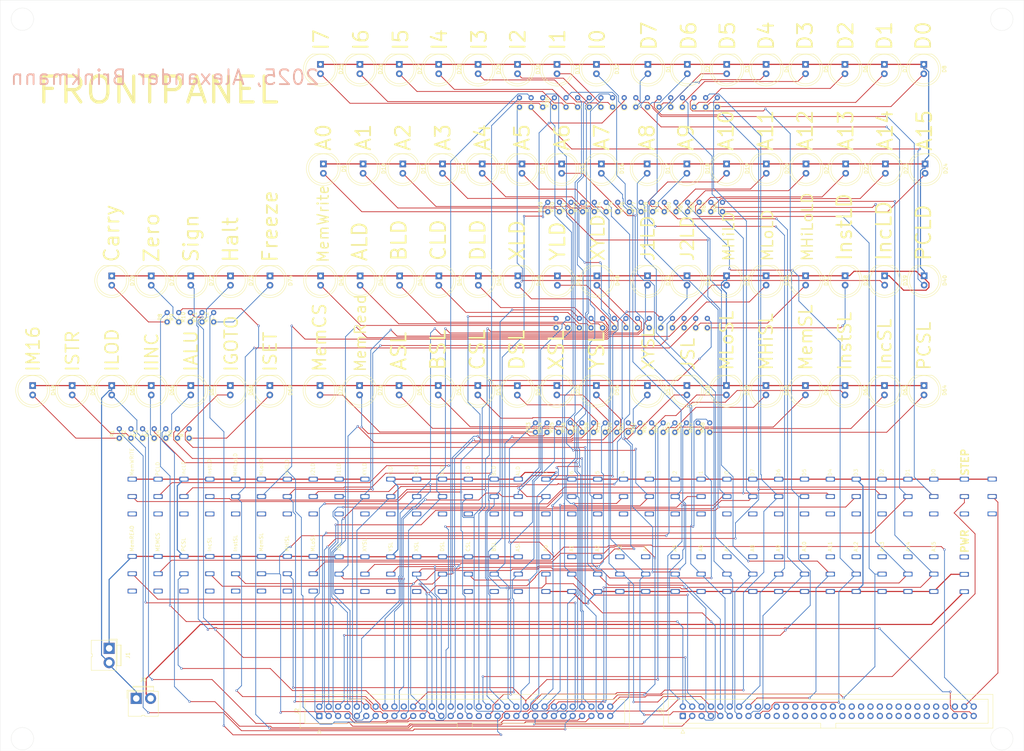
<source format=kicad_pcb>
(kicad_pcb (version 20241229) (generator "pcbnew") (generator_version "9.0")
  (layers (0 "F.Cu" signal) (2 "B.Cu" signal) (13 "F.Paste" user) (15 "B.Paste" user) (5 "F.SilkS" user "F.Silkscreen") (7 "B.SilkS" user "B.Silkscreen") (1 "F.Mask" user) (3 "B.Mask" user) (25 "Edge.Cuts" user))
  (net 0 "")
  (net 1 "D0")
  (net 2 "GND")
  (net 3 "D1")
  (net 4 "D2")
  (net 5 "D3")
  (net 6 "D4")
  (net 7 "D5")
  (net 8 "D6")
  (net 9 "D7")
  (net 10 "A0")
  (net 11 "A1")
  (net 12 "A2")
  (net 13 "A3")
  (net 14 "A4")
  (net 15 "A5")
  (net 16 "A6")
  (net 17 "A7")
  (net 18 "A8")
  (net 19 "A9")
  (net 20 "A10")
  (net 21 "A11")
  (net 22 "A12")
  (net 23 "A13")
  (net 24 "A14")
  (net 25 "A15")
  (net 26 "I0")
  (net 27 "I1")
  (net 28 "I2")
  (net 29 "I3")
  (net 30 "I4")
  (net 31 "I5")
  (net 32 "I6")
  (net 33 "I7")
  (net 34 "J1LD")
  (net 35 "J2LD")
  (net 36 "MHiLD")
  (net 37 "MLoLD")
  (net 38 "MHiLoLD")
  (net 39 "InstLD")
  (net 40 "IncLD")
  (net 41 "PCLD")
  (net 42 "MEMWRITE")
  (net 43 "ALD")
  (net 44 "BLD")
  (net 45 "CLD")
  (net 46 "DLD")
  (net 47 "XLD")
  (net 48 "YLD")
  (net 49 "XYLD")
  (net 50 "IM16")
  (net 51 "ISTR")
  (net 52 "ASL")
  (net 53 "BSL")
  (net 54 "CSL")
  (net 55 "DSL")
  (net 56 "XSL")
  (net 57 "YSL")
  (net 58 "XYSL")
  (net 59 "JSL")
  (net 60 "MLoSL")
  (net 61 "MHiSL")
  (net 62 "MemSL")
  (net 63 "InstSL")
  (net 64 "IncSL")
  (net 65 "PCSL")
  (net 66 "ILOD")
  (net 67 "IINC")
  (net 68 "IALU")
  (net 69 "IGOTO")
  (net 70 "ISET")
  (net 71 "Carry")
  (net 72 "Zero")
  (net 73 "SIGN")
  (net 74 "HALT")
  (net 75 "FREEZE")
  (net 76 "MEMCS")
  (net 77 "MemREAD")
  (net 78 "+5V")
  (net 79 "F1")
  (net 80 "F2")
  (net 81 "CCRegLD")
  (net 83 "STEP")
  (net 84 "CCRegSL")
  (net 87 "N3")
  (net 92 "N0")
  (net 93 "N5")
  (net 94 "N2")
  (net 96 "N7")
  (net 99 "N9")
  (net 101 "N13")
  (net 106 "N11")
  (net 108 "N4")
  (net 110 "F3")
  (net 112 "N10")
  (net 122 "N12")
  (net 123 "N1")
  (net 124 "N6")
  (net 126 "N8")
  (net 128 "N14")
  (net 131 "Net-(J6-Pin_2)")
  (net 132 "Net-(D1-A)")
  (net 133 "Net-(D2-A)")
  (net 134 "Net-(D3-A)")
  (net 135 "Net-(D4-A)")
  (net 136 "Net-(D5-A)")
  (net 137 "Net-(D6-A)")
  (net 138 "Net-(D7-A)")
  (net 139 "Net-(D8-A)")
  (net 140 "Net-(D9-A)")
  (net 141 "Net-(D10-A)")
  (net 142 "Net-(D11-A)")
  (net 143 "Net-(D12-A)")
  (net 144 "Net-(D13-A)")
  (net 145 "Net-(D14-A)")
  (net 146 "Net-(D15-A)")
  (net 147 "Net-(D16-A)")
  (net 148 "Net-(D17-A)")
  (net 149 "Net-(D18-A)")
  (net 150 "Net-(D19-A)")
  (net 151 "Net-(D20-A)")
  (net 152 "Net-(D21-A)")
  (net 153 "Net-(D22-A)")
  (net 154 "Net-(D23-A)")
  (net 155 "Net-(D24-A)")
  (net 156 "Net-(D25-A)")
  (net 157 "Net-(D26-A)")
  (net 158 "Net-(D27-A)")
  (net 159 "Net-(D28-A)")
  (net 160 "Net-(D29-A)")
  (net 161 "Net-(D30-A)")
  (net 162 "Net-(D31-A)")
  (net 163 "Net-(D32-A)")
  (net 164 "Net-(D33-A)")
  (net 165 "Net-(D34-A)")
  (net 166 "Net-(D35-A)")
  (net 167 "Net-(D36-A)")
  (net 168 "Net-(D37-A)")
  (net 169 "Net-(D38-A)")
  (net 170 "Net-(D39-A)")
  (net 171 "Net-(D40-A)")
  (net 172 "Net-(D41-A)")
  (net 173 "Net-(D42-A)")
  (net 174 "Net-(D43-A)")
  (net 175 "Net-(D44-A)")
  (net 176 "Net-(D45-A)")
  (net 177 "Net-(D46-A)")
  (net 178 "Net-(D47-A)")
  (net 179 "Net-(D48-A)")
  (net 180 "Net-(D49-A)")
  (net 181 "Net-(D50-A)")
  (net 182 "Net-(D51-A)")
  (net 183 "Net-(D52-A)")
  (net 184 "Net-(D53-A)")
  (net 185 "Net-(D54-A)")
  (net 186 "Net-(D55-A)")
  (net 187 "Net-(D56-A)")
  (net 188 "Net-(D57-A)")
  (net 189 "Net-(D58-A)")
  (net 190 "Net-(D59-A)")
  (net 191 "Net-(D60-A)")
  (net 192 "Net-(D61-A)")
  (net 193 "Net-(D62-A)")
  (net 194 "Net-(D63-A)")
  (net 195 "Net-(D64-A)")
  (net 196 "Net-(D65-A)")
  (net 197 "Net-(D66-A)")
  (net 198 "Net-(D67-A)")
  (net 199 "Net-(D68-A)")
  (net 200 "Net-(D69-A)")
  (net 201 "Net-(D70-A)")
  (net 202 "Net-(D71-A)")
  (net 203 "Net-(D72-A)")
  (net 204 "Net-(D73-A)")
  (net 205 "Net-(D74-A)")
  (net 206 "Net-(D75-A)")
  (net 207 "Net-(D76-A)")
  (footprint "relaccomp:Switches" (layer "F.Cu") (at 157 151.9 180)
    (property "Reference" "SW33" (hide yes))
    (property "Value" "SW_SPST" (hide yes))
  )
  (footprint "Resistor_THT:R_Axial_DIN0204_L3.6mm_D1.6mm_P2.54mm_Vertical" (layer "F.Cu") (at 200.7 82.32 90)
    (property "Reference" "R34" (hide yes))
    (property "Value" "R")
  )
  (footprint "LED_THT:LED_D8.0mm" (layer "F.Cu") (at 107.5 37.95 -90)
    (property "Reference" "D10")
    (property "Value" "LED")
  )
  (footprint "relaccomp:Switches" (layer "F.Cu") (at 164 151.9 180)
    (property "Reference" "SW32" (hide yes))
    (property "Value" "SW_SPST" (hide yes))
  )
  (footprint "relaccomp:Switches" (layer "F.Cu") (at 66 125.1)
    (property "Reference" "SW40" (hide yes))
    (property "Value" "SW_SPST" (hide yes))
  )
  (footprint "LED_THT:LED_D8.0mm" (layer "F.Cu") (at 216.55 97.96 -90)
    (property "Reference" "D60")
    (property "Value" "LED")
  )
  (footprint "Resistor_THT:R_Axial_DIN0204_L3.6mm_D1.6mm_P2.54mm_Vertical" (layer "F.Cu") (at 195.05 110.6 90)
    (property "Reference" "R66")
    (property "Value" "R")
  )
  (footprint "relaccomp:Switches" (layer "F.Cu") (at 129 125.1)
    (property "Reference" "SW58" (hide yes))
    (property "Value" "SW_SPST" (hide yes))
  )
  (footprint "LED_THT:LED_D8.0mm" (layer "F.Cu") (at 195.15 37.95 -90)
    (property "Reference" "D18")
    (property "Value" "LED")
  )
  (footprint "Resistor_THT:R_Axial_DIN0204_L3.6mm_D1.6mm_P2.54mm_Vertical" (layer "F.Cu") (at 179.3 110.6 90)
    (property "Reference" "R61")
    (property "Value" "R")
  )
  (footprint "Resistor_THT:R_Axial_DIN0204_L3.6mm_D1.6mm_P2.54mm_Vertical" (layer "F.Cu") (at 57.6 80.73 90)
    (property "Reference" "R9")
    (property "Value" "R")
  )
  (footprint "LED_THT:LED_D8.0mm" (layer "F.Cu") (at 237.95 11 -90)
    (property "Reference" "D6")
    (property "Value" "LED")
  )
  (footprint "relaccomp:Switches" (layer "F.Cu") (at 234 125.1)
    (property "Reference" "SW5" (hide yes))
    (property "Value" "SW_SPST" (hide yes))
  )
  (footprint "relaccomp:Switches" (layer "F.Cu") (at 178 125.1)
    (property "Reference" "SW13" (hide yes))
    (property "Value" "SW_SPST" (hide yes))
  )
  (footprint "relaccomp:Switches" (layer "F.Cu") (at 171 151.9 180)
    (property "Reference" "SW31" (hide yes))
    (property "Value" "SW_SPST" (hide yes))
  )
  (footprint "relaccomp:Switches" (layer "F.Cu") (at 241 125.1)
    (property "Reference" "SW6" (hide yes))
    (property "Value" "SW_SPST" (hide yes))
  )
  (footprint "LED_THT:LED_D8.0mm" (layer "F.Cu") (at 184.5 68.23 -90)
    (property "Reference" "D33")
    (property "Value" "LED")
  )
  (footprint "Resistor_THT:R_Axial_DIN0204_L3.6mm_D1.6mm_P2.54mm_Vertical" (layer "F.Cu") (at 175.04 22.57 90)
    (property "Reference" "R43" (hide yes))
    (property "Value" "R")
  )
  (footprint "relaccomp:Switches" (layer "F.Cu") (at 270.25 151.95 180)
    (property "Reference" "SW1" (hide yes))
    (property "Value" "SW_SPST" (hide yes))
  )
  (footprint "LED_THT:LED_D8.0mm" (layer "F.Cu") (at 138.64 11 -90)
    (property "Reference" "D29")
    (property "Value" "LED")
  )
  (footprint "LED_THT:LED_D8.0mm" (layer "F.Cu") (at 160 11 -90)
    (property "Reference" "D31")
    (property "Value" "LED")
  )
  (footprint "relaccomp:Switches" (layer "F.Cu") (at 206 151.9 180)
    (property "Reference" "SW26" (hide yes))
    (property "Value" "SW_SPST" (hide yes))
  )
  (footprint "LED_THT:LED_D8.0mm" (layer "F.Cu") (at 159.95 97.96 -90)
    (property "Reference" "D55")
    (property "Value" "LED")
  )
  (footprint "LED_THT:LED_D8.0mm" (layer "F.Cu") (at 237.95 97.96 -90)
    (property "Reference" "D62")
    (property "Value" "LED")
  )
  (footprint "Resistor_THT:R_Axial_DIN0204_L3.6mm_D1.6mm_P2.54mm_Vertical" (layer "F.Cu") (at 194.4 82.32 90)
    (property "Reference" "R32" (hide yes))
    (property "Value" "R" (hide yes))
  )
  (footprint "LED_THT:LED_D8.0mm" (layer "F.Cu") (at 160.1 68.26 -90)
    (property "Reference" "D47")
    (property "Value" "LED")
  )
  (footprint "Resistor_THT:R_Axial_DIN0204_L3.6mm_D1.6mm_P2.54mm_Vertical" (layer "F.Cu") (at 178.19 22.57 90)
    (property "Reference" "R44" (hide yes))
    (property "Value" "R")
  )
  (footprint "relaccomp:Switches" (layer "F.Cu") (at 73 146)
    (property "Reference" "SW43" (hide yes))
    (property "Value" "SW_SPST" (hide yes))
  )
  (footprint "relaccomp:Switches" (layer "F.Cu") (at 227 125.1)
    (property "Reference" "SW4" (hide yes))
    (property "Value" "SW_SPST" (hide yes))
  )
  (footprint "Resistor_THT:R_Axial_DIN0204_L3.6mm_D1.6mm_P2.54mm_Vertical" (layer "F.Cu") (at 185.6 110.6 90)
    (property "Reference" "R63")
    (property "Value" "R")
  )
  (footprint "LED_THT:LED_D8.0mm" (layer "F.Cu") (at 227.28 11 -90)
    (property "Reference" "D5")
    (property "Value" "LED")
  )
  (footprint "LED_THT:LED_D8.0mm" (layer "F.Cu") (at 259.35 97.96 -90)
    (property "Reference" "D64")
    (property "Value" "LED")
  )
  (footprint "LED_THT:LED_D8.0mm" (layer "F.Cu") (at 161.25 37.95 -90)
    (property "Reference" "D15")
    (property "Value" "LED")
  )
  (footprint "Connector:JWT_A3963_1x02_P3.96mm_Vertical" (layer "F.Cu") (at 38.75 169.0925 -90)
    (property "Reference" "J1")
    (property "Value" "Conn_01x02_Socket" (hide yes))
  )
  (footprint "Resistor_THT:R_Axial_DIN0204_L3.6mm_D1.6mm_P2.54mm_Vertical" (layer "F.Cu") (at 67.05 80.73 90)
    (property "Reference" "R12")
    (property "Value" "R")
  )
  (footprint "relaccomp:Switches" (layer "F.Cu") (at 199 125.1)
    (property "Reference" "SW16" (hide yes))
    (property "Value" "SW_SPST" (hide yes))
  )
  (footprint "relaccomp:Switches" (layer "F.Cu") (at 184 151.9 180)
    (property "Reference" "SW29" (hide yes))
    (property "Value" "SW_SPST" (hide yes))
  )
  (footprint "Resistor_THT:R_Axial_DIN0204_L3.6mm_D1.6mm_P2.54mm_Vertical" (layer "F.Cu") (at 162.9 82.32 90)
    (property "Reference" "R14" (hide yes))
    (property "Value" "R")
  )
  (footprint "Resistor_THT:R_Axial_DIN0204_L3.6mm_D1.6mm_P2.54mm_Vertical" (layer "F.Cu") (at 188.1 82.32 90)
    (property "Reference" "R30" (hide yes))
    (property "Value" "R")
  )
  (footprint "relaccomp:Switches" (layer "F.Cu") (at 255 125.1)
    (property "Reference" "SW8" (hide yes))
    (property "Value" "SW_SPST" (hide yes))
  )
  (footprint "LED_THT:LED_D8.0mm" (layer "F.Cu") (at 216.65 37.95 -90)
    (property "Reference" "D20")
    (property "Value" "LED")
  )
  (footprint "Resistor_THT:R_Axial_DIN0204_L3.6mm_D1.6mm_P2.54mm_Vertical" (layer "F.Cu") (at 47.8 112.2 90)
    (property "Reference" "R3")
    (property "Value" "R")
  )
  (footprint "relaccomp:Switches" (layer "F.Cu") (at 262 151.9 180)
    (property "Reference" "SW18" (hide yes))
    (property "Value" "SW_SPST" (hide yes))
  )
  (footprint "relaccomp:Switches" (layer "F.Cu") (at 248 125.1)
    (property "Reference" "SW7" (hide yes))
    (property "Value" "SW_SPST" (hide yes))
  )
  (footprint "LED_THT:LED_D8.0mm" (layer "F.Cu") (at 117.3 11 -90)
    (property "Reference" "D27")
    (property "Value" "LED")
  )
  (footprint "Resistor_THT:R_Axial_DIN0204_L3.6mm_D1.6mm_P2.54mm_Vertical" (layer "F.Cu") (at 163.8 50.89 90)
    (property "Reference" "R71")
    (property "Value" "R")
  )
  (footprint "relaccomp:Switches" (layer "F.Cu") (at 94 146)
    (property "Reference" "SW49" (hide yes))
    (property "Value" "SW_SPST" (hide yes))
  )
  (footprint "Resistor_THT:R_Axial_DIN0204_L3.6mm_D1.6mm_P2.54mm_Vertical" (layer "F.Cu") (at 195.35 50.89 90)
    (property "Reference" "R81")
    (property "Value" "R")
  )
  (footprint "Resistor_THT:R_Axial_DIN0204_L3.6mm_D1.6mm_P2.54mm_Vertical" (layer "F.Cu") (at 197.55 82.32 90)
    (property "Reference" "R33" (hide yes))
    (property "Value" "R")
  )
  (footprint "Resistor_THT:R_Axial_DIN0204_L3.6mm_D1.6mm_P2.54mm_Vertical" (layer "F.Cu") (at 63.9 80.73 90)
    (property "Reference" "R11")
    (property "Value" "R")
  )
  (footprint "Resistor_THT:R_Axial_DIN0204_L3.6mm_D1.6mm_P2.54mm_Vertical" (layer "F.Cu") (at 184.95 82.32 90)
    (property "Reference" "R29" (hide yes))
    (property "Value" "R")
  )
  (footprint "relaccomp:Switches" (layer "F.Cu") (at 108 125.1)
    (property "Reference" "SW52" (hide yes))
    (property "Value" "SW_SPST" (hide yes))
  )
  (footprint "relaccomp:Switches" (layer "F.Cu") (at 177 151.9 180)
    (property "Reference" "SW30" (hide yes))
    (property "Value" "SW_SPST" (hide yes))
  )
  (footprint "Resistor_THT:R_Axial_DIN0204_L3.6mm_D1.6mm_P2.54mm_Vertical" (layer "F.Cu") (at 157.5 50.89 90)
    (property "Reference" "R69")
    (property "Value" "R")
  )
  (footprint "LED_THT:LED_D8.0mm" (layer "F.Cu") (at 127.97 11 -90)
    (property "Reference" "D28")
    (property "Value" "LED")
  )
  (footprint "Resistor_THT:R_Axial_DIN0204_L3.6mm_D1.6mm_P2.54mm_Vertical" (layer "F.Cu") (at 181.8 82.32 90)
    (property "Reference" "R20" (hide yes))
    (property "Value" "R")
  )
  (footprint "LED_THT:LED_D8.0mm" (layer "F.Cu") (at 95.96 11 -90)
    (property "Reference" "D25")
    (property "Value" "LED")
  )
  (footprint "relaccomp:Switches" (layer "F.Cu") (at 94 125.1)
    (property "Reference" "SW48" (hide yes))
    (property "Value" "SW_SPST" (hide yes))
  )
  (footprint "relaccomp:Switches" (layer "F.Cu") (at 129 146.1)
    (property "Reference" "SW59" (hide yes))
    (property "Value" "SW_SPST" (hide yes))
  )
  (footprint "LED_THT:LED_D8.0mm" (layer "F.Cu") (at 184.4 37.95 -90)
    (property "Reference" "D17")
    (property "Value" "LED")
  )
  (footprint "Resistor_THT:R_Axial_DIN0204_L3.6mm_D1.6mm_P2.54mm_Vertical" (layer "F.Cu") (at 60.75 80.73 90)
    (property "Reference" "R10")
    (property "Value" "R")
  )
  (footprint "LED_THT:LED_D8.0mm" (layer "F.Cu") (at 205.94 11 -90)
    (property "Reference" "D3")
    (property "Value" "LED")
  )
  (footprint "Resistor_THT:R_Axial_DIN0204_L3.6mm_D1.6mm_P2.54mm_Vertical" (layer "F.Cu") (at 166.05 82.32 90)
    (property "Reference" "R15" (hide yes))
    (property "Value" "R")
  )
  (footprint "Resistor_THT:R_Axial_DIN0204_L3.6mm_D1.6mm_P2.54mm_Vertical" (layer "F.Cu") (at 157.3 110.6 90)
    (property "Reference" "R54")
    (property "Value" "R")
  )
  (footprint "Resistor_THT:R_Axial_DIN0204_L3.6mm_D1.6mm_P2.54mm_Vertical" (layer "F.Cu") (at 54.1 112.2 90)
    (property "Reference" "R5")
    (property "Value" "R")
  )
  (footprint "Resistor_THT:R_Axial_DIN0204_L3.6mm_D1.6mm_P2.54mm_Vertical" (layer "F.Cu") (at 182.45 110.6 90)
    (property "Reference" "R62")
    (property "Value" "R")
  )
  (footprint "Resistor_THT:R_Axial_DIN0204_L3.6mm_D1.6mm_P2.54mm_Vertical" (layer "F.Cu") (at 168.74 22.57 90)
    (property "Reference" "R41" (hide yes))
    (property "Value" "R")
  )
  (footprint "LED_THT:LED_D8.0mm" (layer "F.Cu") (at 248.9 37.95 -90)
    (property "Reference" "D23")
    (property "Value" "LED")
  )
  (footprint "Resistor_THT:R_Axial_DIN0204_L3.6mm_D1.6mm_P2.54mm_Vertical" (layer "F.Cu") (at 184.49 22.57 90)
    (property "Reference" "R46" (hide yes))
    (property "Value" "R")
  )
  (footprint "Resistor_THT:R_Axial_DIN0204_L3.6mm_D1.6mm_P2.54mm_Vertical" (layer "F.Cu") (at 200.24 22.57 90)
    (property "Reference" "R51" (hide yes))
    (property "Value" "R")
  )
  (footprint "Resistor_THT:R_Axial_DIN0204_L3.6mm_D1.6mm_P2.54mm_Vertical" (layer "F.Cu") (at 149.84 22.57 90)
    (property "Reference" "R35" (hide yes))
    (property "Value" "R")
  )
  (footprint "LED_THT:LED_D8.0mm" (layer "F.Cu") (at 39.45 68.26 -90)
    (property "Reference" "D70")
    (property "Value" "LED")
  )
  (footprint "LED_THT:LED_D8.0mm" (layer "F.Cu") (at 150.5 37.95 -90)
    (property "Reference" "D14")
    (property "Value" "LED")
  )
  (footprint "Resistor_THT:R_Axial_DIN0204_L3.6mm_D1.6mm_P2.54mm_Vertical" (layer "F.Cu") (at 191.9 110.6 90)
    (property "Reference" "R65")
    (property "Value" "R")
  )
  (footprint "LED_THT:LED_D8.0mm" (layer "F.Cu") (at 129 37.95 -90)
    (property "Reference" "D12")
    (property "Value" "LED")
  )
  (footprint "Resistor_THT:R_Axial_DIN0204_L3.6mm_D1.6mm_P2.54mm_Vertical" (layer "F.Cu") (at 159.75 82.32 90)
    (property "Reference" "R13" (hide yes))
    (property "Value" "R")
  )
  (footprint "relaccomp:Switches" (layer "F.Cu") (at 73 125.1)
    (property "Reference" "SW42" (hide yes))
    (property "Value" "SW_SPST" (hide yes))
  )
  (footprint "relaccomp:Switches" (layer "F.Cu") (at 59 146)
    (property "Reference" "SW39" (hide yes))
    (property "Value" "SW_SPST" (hide yes))
  )
  (footprint "relaccomp:Switches" (layer "F.Cu") (at 199 151.9 180)
    (property "Reference" "SW27" (hide yes))
    (property "Value" "SW_SPST" (hide yes))
  )
  (footprint "Resistor_THT:R_Axial_DIN0204_L3.6mm_D1.6mm_P2.54mm_Vertical" (layer "F.Cu") (at 178.65 82.32 90)
    (property "Reference" "R19" (hide yes))
    (property "Value" "R")
  )
  (footprint "LED_THT:LED_D8.0mm" (layer "F.Cu") (at 149.4 68.26 -90)
    (property "Reference" "D46")
    (property "Value" "LED")
  )
  (footprint "relaccomp:Switches" (layer "F.Cu") (at 101 146.1)
    (property "Reference" "SW51" (hide yes))
    (property "Value" "SW_SPST" (hide yes))
  )
  (footprint "relaccomp:Switches" (layer "F.Cu") (at 149.5 146.1)
    (property "Reference" "SW65" (hide yes))
    (property "Value" "SW_SPST" (hide yes))
  )
  (footprint "LED_THT:LED_D8.0mm" (layer "F.Cu") (at 227.4 37.95 -90)
    (property "Reference" "D21")
    (property "Value" "LED")
  )
  (footprint "Resistor_THT:R_Axial_DIN0204_L3.6mm_D1.6mm_P2.54mm_Vertical" (layer "F.Cu") (at 152.99 22.57 90)
    (property "Reference" "R36" (hide yes))
    (property "Value" "R")
  )
  (footprint "relaccomp:Switches" (layer "F.Cu") (at 45 146)
    (property "Reference" "SW35" (hide yes))
    (property "Value" "SW_SPST" (hide yes))
  )
  (footprint "relaccomp:Switches" (layer "F.Cu") (at 157 125.1)
    (property "Reference" "SW10" (hide yes))
    (property "Value" "SW_SPST" (hide yes))
  )
  (footprint "relaccomp:Switches" (layer "F.Cu") (at 136 146.1)
    (property "Reference" "SW61" (hide yes))
    (property "Value" "SW_SPST" (hide yes))
  )
  (footprint "Resistor_THT:R_Axial_DIN0204_L3.6mm_D1.6mm_P2.54mm_Vertical" (layer "F.Cu") (at 189.05 50.89 90)
    (property "Reference" "R79")
    (property "Value" "R")
  )
  (footprint "Resistor_THT:R_Axial_DIN0204_L3.6mm_D1.6mm_P2.54mm_Vertical" (layer "F.Cu") (at 44.65 112.2 90)
    (property "Reference" "R2")
    (property "Value" "R")
  )
  (footprint "relaccomp:Switches" (layer "F.Cu") (at 59 125.1)
    (property "Reference" "SW38" (hide yes))
    (property "Value" "SW_SPST" (hide yes))
  )
  (footprint "LED_THT:LED_D8.0mm" (layer "F.Cu") (at 216.61 11 -90)
    (property "Reference" "D4")
    (property "Value" "LED")
  )
  (footprint "LED_THT:LED_D8.0mm" (layer "F.Cu") (at 238 68.23 -90)
    (property "Reference" "D38")
    (property "Value" "LED")
  )
  (footprint "relaccomp:Switches" (layer "F.Cu") (at 206 125.1)
    (property "Reference" "SW17" (hide yes))
    (property "Value" "SW_SPST" (hide yes))
  )
  (footprint "Resistor_THT:R_Axial_DIN0204_L3.6mm_D1.6mm_P2.54mm_Vertical" (layer "F.Cu") (at 159.29 22.57 90)
    (property "Reference" "R38")
    (property "Value" "R")
  )
  (footprint "relaccomp:Switches" (layer "F.Cu") (at 52 125.1)
    (property "Reference" "SW36" (hide yes))
    (property "Value" "SW_SPST" (hide yes))
  )
  (footprint "Resistor_THT:R_Axial_DIN0204_L3.6mm_D1.6mm_P2.54mm_Vertical" (layer "F.Cu") (at 173.3 50.89 90)
    (property "Reference" "R74")
    (property "Value" "R")
  )
  (footprint "LED_THT:LED_D8.0mm" (layer "F.Cu") (at 216.6 68.23 -90)
    (property "Reference" "D36")
    (property "Value" "LED")
  )
  (footprint "relaccomp:Switches" (layer "F.Cu") (at 164 125.1)
    (property "Reference" "SW11" (hide yes))
    (property "Value" "SW_SPST" (hide yes))
  )
  (footprint "LED_THT:LED_D8.0mm" (layer "F.Cu") (at 195.15 97.96 -90)
    (property "Reference" "D58")
    (property "Value" "LED")
  )
  (footprint "LED_THT:LED_D8.0mm" (layer "F.Cu") (at 106.7 68.26 -90)
    (property "Reference" "D42")
    (property "Value" "LED")
  )
  (footprint "Resistor_THT:R_Axial_DIN0204_L3.6mm_D1.6mm_P2.54mm_Vertical" (layer "F.Cu") (at 201.35 110.6 90)
    (property "Reference" "R68")
    (property "Value" "R")
  )
  (footprint "LED_THT:LED_D8.0mm" (layer "F.Cu") (at 117.4 68.26 -90)
    (property "Reference" "D43")
    (property "Value" "LED")
  )
  (footprint "Resistor_THT:R_Axial_DIN0204_L3.6mm_D1.6mm_P2.54mm_Vertical" (layer "F.Cu") (at 176.2 110.6 90)
    (property "Reference" "R60")
    (property "Value" "R")
  )
  (footprint "LED_THT:LED_D8.0mm" (layer "F.Cu") (at 71.55 97.96 -90)
    (property "Reference" "D68")
    (property "Value" "LED")
  )
  (footprint "relaccomp:Switches" (layer "F.Cu") (at 115 125.1)
    (property "Reference" "SW54" (hide yes))
    (property "Value" "SW_SPST" (hide yes))
  )
  (footprint "LED_THT:LED_D8.0mm" (layer "F.Cu") (at 259.65 37.95 -90)
    (property "Reference" "D24")
    (property "Value" "LED")
  )
  (footprint "LED_THT:LED_D8.0mm" (layer "F.Cu") (at 195.2 68.23 -90)
    (property "Reference" "D34")
    (property "Value" "LED")
  )
  (footprint "Resistor_THT:R_Axial_DIN0204_L3.6mm_D1.6mm_P2.54mm_Vertical" (layer "F.Cu") (at 182.75 50.89 90)
    (property "Reference" "R77")
    (property "Value" "R")
  )
  (footprint "LED_THT:LED_D8.0mm" (layer "F.Cu") (at 128 68.26 -90)
    (property "Reference" "D44")
    (property "Value" "LED")
  )
  (footprint "LED_THT:LED_D8.0mm" (layer "F.Cu") (at 138.55 97.96 -90)
    (property "Reference" "D53")
    (property "Value" "LED")
  )
  (footprint "relaccomp:Switches" (layer "F.Cu") (at 220 151.9 180)
    (property "Reference" "SW24" (hide yes))
    (property "Value" "SW_SPST" (hide yes))
  )
  (footprint "Resistor_THT:R_Axial_DIN0204_L3.6mm_D1.6mm_P2.54mm_Vertical" (layer "F.Cu") (at 165.59 22.57 90)
    (property "Reference" "R40" (hide yes))
    (property "Value" "R")
  )
  (footprint "Resistor_THT:R_Axial_DIN0204_L3.6mm_D1.6mm_P2.54mm_Vertical" (layer "F.Cu") (at 204.8 50.89 90)
    (property "Reference" "R84")
    (property "Value" "R")
  )
  (footprint "relaccomp:Switches" (layer "F.Cu") (at 227 151.9 180)
    (property "Reference" "SW23" (hide yes))
    (property "Value" "SW_SPST" (hide yes))
  )
  (footprint "relaccomp:Switches" (layer "F.Cu") (at 185 125.1)
    (property "Reference" "SW14" (hide yes))
    (property "Value" "SW_SPST" (hide yes))
  )
  (footprint "LED_THT:LED_D8.0mm" (layer "F.Cu") (at 259.29 11 -90)
    (property "Reference" "D8")
    (property "Value" "LED")
  )
  (footprint "relaccomp:Switches" (layer "F.Cu") (at 122 125.1)
    (property "Reference" "SW56" (hide yes))
    (property "Value" "SW_SPST" (hide yes))
  )
  (footprint "LED_THT:LED_D8.0mm" (layer "F.Cu") (at 71.6 68.26 -90)
    (property "Reference" "D73")
    (property "Value" "LED")
  )
  (footprint "relaccomp:Switches" (layer "F.Cu") (at 143 146.1)
    (property "Reference" "SW63" (hide yes))
    (property "Value" "SW_SPST" (hide yes))
  )
  (footprint "relaccomp:Switches" (layer "F.Cu") (at 241 151.9 180)
    (property "Reference" "SW21" (hide yes))
    (property "Value" "SW_SPST" (hide yes))
  )
  (footprint "LED_THT:LED_D8.0mm" (layer "F.Cu") (at 248.65 97.96 -90)
    (property "Reference" "D63")
    (property "Value" "LED")
  )
  (footprint "relaccomp:Switches" (layer "F.Cu") (at 80 146)
    (property "Reference" "SW45" (hide yes))
    (property "Value" "SW_SPST" (hide yes))
  )
  (footprint "Resistor_THT:R_Axial_DIN0204_L3.6mm_D1.6mm_P2.54mm_Vertical" (layer "F.Cu") (at 193.94 22.57 90)
    (property "Reference" "R49" (hide yes))
    (property "Value" "R")
  )
  (footprint "relaccomp:Switches" (layer "F.Cu") (at 149.5 125.1)
    (property "Reference" "SW64" (hide yes))
    (property "Value" "SW_SPST" (hide yes))
  )
  (footprint "LED_THT:LED_D8.0mm" (layer "F.Cu") (at 95.85 97.96 -90)
    (property "Reference" "D75")
    (property "Value" "LED")
  )
  (footprint "relaccomp:Switches" (layer "F.Cu") (at 52 146)
    (property "Reference" "SW37" (hide yes))
    (property "Value" "SW_SPST" (hide yes))
  )
  (footprint "relaccomp:Switches" (layer "F.Cu") (at 101 125.1)
    (property "Reference" "SW50" (hide yes))
    (property "Value" "SW_SPST" (hide yes))
  )
  (footprint "LED_THT:LED_D8.0mm" (layer "F.Cu") (at 138.7 68.26 -90)
    (property "Reference" "D45")
    (property "Value" "LED")
  )
  (footprint "Connector_IDC:IDC-Header_2x32_P2.54mm_Vertical" (layer "F.Cu") (at 95.66 187.4 90)
    (property "Reference" "J2")
    (property "Value" "Conn_02x32_Counter_Clockwise" (hide yes))
  )
  (footprint "Resistor_THT:R_Axial_DIN0204_L3.6mm_D1.6mm_P2.54mm_Vertical" (layer "F.Cu") (at 176.45 50.89 90)
    (property "Reference" "R75")
    (property "Value" "R")
  )
  (footprint "LED_THT:LED_D8.0mm" (layer "F.Cu") (at 28.75 97.96 -90)
    (property "Reference" "D50")
    (property "Value" "LED")
  )
  (footprint "Resistor_THT:R_Axial_DIN0204_L3.6mm_D1.6mm_P2.54mm_Vertical" (layer "F.Cu") (at 160.45 110.6 90)
    (property "Reference" "R55")
    (property "Value" "R")
  )
  (footprint "relaccomp:Switches" (layer "F.Cu") (at 45 125.1)
    (property "Reference" "SW34" (hide yes))
    (property "Value" "SW_SPST" (hide yes))
  )
  (footprint "LED_THT:LED_D8.0mm" (layer "F.Cu") (at 139.75 37.95 -90)
    (property "Reference" "D13")
    (property "Value" "LED")
  )
  (footprint "Resistor_THT:R_Axial_DIN0204_L3.6mm_D1.6mm_P2.54mm_Vertical" (layer "F.Cu") (at 173.05 110.6 90)
    (property "Reference" "R59")
    (property "Value" "R")
  )
  (footprint "relaccomp:Switches" (layer "F.Cu") (at 136 125.1)
    (property "Reference" "SW60" (hide yes))
    (property "Value" "SW_SPST" (hide yes))
  )
  (footprint "LED_THT:LED_D8.0mm" (layer "F.Cu") (at 227.3 68.23 -90)
    (property "Reference" "D37")
    (property "Value" "LED")
  )
  (footprint "LED_THT:LED_D8.0mm" (layer "F.Cu") (at 106.55 97.96 -90)
    (property "Reference" "D76")
    (property "Value" "LED")
  )
  (footprint "LED_THT:LED_D8.0mm" (layer "F.Cu") (at 170.67 11 -90)
    (property "Reference" "D32")
    (property "Value" "LED")
  )
  (footprint "LED_THT:LED_D8.0mm" (layer "F.Cu") (at 118.25 37.95 -90)
    (property "Reference" "D11")
    (property "Value" "LED")
  )
  (footprint "Connector_IDC:IDC-Header_2x32_P2.54mm_Vertical" (layer "F.Cu") (at 194.06 187.4 90)
    (property "Reference" "J3")
    (property "Value" "Conn_02x32_Counter_Clockwise" (hide yes))
  )
  (footprint "LED_THT:LED_D8.0mm" (layer "F.Cu") (at 248.62 11 -90)
    (property "Reference" "D7")
    (property "Value" "LED")
  )
  (footprint "Resistor_THT:R_Axial_DIN0204_L3.6mm_D1.6mm_P2.54mm_Vertical" (layer "F.Cu") (at 50.95 112.2 90)
    (property "Reference" "R4")
    (property "Value" "R")
  )
  (footprint "LED_THT:LED_D8.0mm" (layer "F.Cu") (at 127.85 97.96 -90)
    (property "Reference" "D52")
    (property "Value" "LED")
  )
  (footprint "LED_THT:LED_D8.0mm" (layer "F.Cu") (at 195.27 11 -90)
    (property "Reference" "D2")
    (property "Value" "LED")
  )
  (footprint "relaccomp:Switches" (layer "F.Cu") (at 115 146.1)
    (property "Reference" "SW55" (hide yes))
    (property "Value" "SW_SPST" (hide yes))
  )
  (footprint "Resistor_THT:R_Axial_DIN0204_L3.6mm_D1.6mm_P2.54mm_Vertical" (layer "F.Cu") (at 60.4 112.2 90)
    (property "Reference" "R7")
    (property "Value" "R")
  )
  (footprint "Resistor_THT:R_Axial_DIN0204_L3.6mm_D1.6mm_P2.54mm_Vertical" (layer "F.Cu") (at 154.15 110.6 90)
    (property "Reference" "R53")
    (property "Value" "R")
  )
  (footprint "Resistor_THT:R_Axial_DIN0204_L3.6mm_D1.6mm_P2.54mm_Vertical" (layer "F.Cu") (at 181.34 22.57 90)
    (property "Reference" "R45" (hide yes))
    (property "Value" "R")
  )
  (footprint "relaccomp:Switches" (layer "F.Cu") (at 255 151.9 180)
    (property "Reference" "SW19" (hide yes))
    (property "Value" "SW_SPST" (hide yes))
  )
  (footprint "Resistor_THT:R_Axial_DIN0204_L3.6mm_D1.6mm_P2.54mm_Vertical" (layer "F.Cu") (at 166.95 50.89 90)
    (property "Reference" "R72")
    (property "Value" "R")
  )
  (footprint "relaccomp:Switches" (layer "F.Cu") (at 234 151.9 180)
    (property "Reference" "SW22" (hide yes))
    (property "Value" "SW_SPST" (hide yes))
  )
  (footprint "Resistor_THT:R_Axial_DIN0204_L3.6mm_D1.6mm_P2.54mm_Vertical" (layer "F.Cu") (at 190.79 22.57 90)
    (property "Reference" "R48" (hide yes))
    (property "Value" "R")
  )
  (footprint "relaccomp:Switches" (layer "F.Cu") (at 80 125.1)
    (property "Reference" "SW44" (hide yes))
    (property "Value" "SW_SPST" (hide yes))
  )
  (footprint "Resistor_THT:R_Axial_DIN0204_L3.6mm_D1.6mm_P2.54mm_Vertical" (layer "F.Cu") (at 41.5 112.2 90)
    (property "Reference" "R1")
    (property "Value" "R")
  )
  (footprint "LED_THT:LED_D8.0mm" (layer "F.Cu") (at 18.05 97.96 -90)
    (property "Reference" "D49")
    (property "Value" "LED")
  )
  (footprint "LED_THT:LED_D8.0mm" (layer "F.Cu") (at 50.15 68.26 -90)
    (property "Reference" "D71")
    (property "Value" "LED")
  )
  (footprint "Resistor_THT:R_Axial_DIN0204_L3.6mm_D1.6mm_P2.54mm_Vertical" (layer "F.Cu") (at 163.6 110.6 90)
    (property "Reference" "R56")
    (property "Value" "R")
  )
  (footprint "Resistor_THT:R_Axial_DIN0204_L3.6mm_D1.6mm_P2.54mm_Vertical" (layer "F.Cu") (at 54.45 80.73 90)
    (property "Reference" "R8")
    (property "Value" "R")
  )
  (footprint "LED_THT:LED_D8.0mm" (layer "F.Cu") (at 50.15 97.96 -90)
    (property "Reference" "D66")
    (property "Value" "LED")
  )
  (footprint "relaccomp:Switches" (layer "F.Cu") (at 87 146)
    (property "Reference" "SW47" (hide yes))
    (property "Value" "SW_SPST" (hide yes))
  )
  (footprint "LED_THT:LED_D8.0mm" (layer "F.Cu") (at 96 68.26 -90)
    (property "Reference" "D41")
    (property "Value" "LED")
  )
  (footprint "LED_THT:LED_D8.0mm" (layer "F.Cu") (at 184.45 97.96 -90)
    (property "Reference" "D57")
    (property "Value" "LED")
  )
  (footprint "relaccomp:Switches" (layer "F.Cu") (at 66 146)
    (property "Reference" "SW41" (hide yes))
    (property "Value" "SW_SPST" (hide yes))
  )
  (footprint "LED_THT:LED_D8.0mm" (layer "F.Cu") (at 172 37.95 -90)
    (property "Reference" "D16")
    (property "Value" "LED")
  )
  (footprint "Connector:JWT_A3963_1x02_P3.96mm_Vertical" (layer "F.Cu") (at 46.0925 182.65)
    (property "Reference" "J6")
    (property "Value" "Conn_01x02_Socket" (hide yes))
  )
  (footprint "LED_THT:LED_D8.0mm" (layer "F.Cu") (at 205.9 68.23 -90)
    (property "Reference" "D35")
    (property "Value" "LED")
  )
  (footprint "LED_THT:LED_D8.0mm" (layer "F.Cu") (at 259.4 68.23 -90)
    (property "Reference" "D40")
    (property "Value" "LED")
  )
  (footprint "relaccomp:Switches" (layer "F.Cu") (at 248 151.9 180)
    (property "Reference" "SW20" (hide yes))
    (property "Value" "SW_SPST" (hide yes))
  )
  (footprint "Resistor_THT:R_Axial_DIN0204_L3.6mm_D1.6mm_P2.54mm_Vertical" (layer "F.Cu") (at 171.89 22.57 90)
    (property "Reference" "R42" (hide yes))
    (property "Value" "R")
  )
  (footprint "Resistor_THT:R_Axial_DIN0204_L3.6mm_D1.6mm_P2.54mm_Vertical" (layer "F.Cu") (at 169.2 82.32 90)
    (property "Reference" "R16" (hide yes))
    (property "Value" "R")
  )
  (footprint "LED_THT:LED_D8.0mm" (layer "F.Cu") (at 60.85 97.96 -90)
    (property "Reference" "D67")
    (property "Value" "LED")
  )
  (footprint "Resistor_THT:R_Axial_DIN0204_L3.6mm_D1.6mm_P2.54mm_Vertical" (layer "F.Cu") (at 185.9 50.89 90)
    (property "Reference" "R78")
    (property "Value" "R")
  )
  (footprint "LED_THT:LED_D8.0mm" (layer "F.Cu") (at 82.3 68.26 -90)
    (property "Reference" "D74")
    (property "Value" "LED")
  )
  (footprint "LED_THT:LED_D8.0mm" (layer "F.Cu") (at 205.9 37.95 -90)
    (property "Reference" "D19")
    (property "Value" "LED")
  )
  (footprint "Resistor_THT:R_Axial_DIN0204_L3.6mm_D1.6mm_P2.54mm_Vertical" (layer "F.Cu") (at 172.35 82.32 90)
    (property "Reference" "R17" (hide yes))
    (property "Value" "R")
  )
  (footprint "LED_THT:LED_D8.0mm" (layer "F.Cu") (at 227.25 97.96 -90)
    (property "Reference" "D61")
    (property "Value" "LED")
  )
  (footprint "relaccomp:Switches" (layer "F.Cu") (at 213 125.1)
    (property "Reference" "SW2" (hide yes))
    (property "Value" "SW_SPST" (hide yes))
  )
  (footprint "relaccomp:Switches" (layer "F.Cu") (at 108 146.1)
    (property "Reference" "SW53" (hide yes))
    (property "Value" "SW_SPST" (hide yes))
  )
  (footprint "relaccomp:Switches" (layer "F.Cu") (at 143 125.1)
    (property "Reference" "SW62" (hide yes))
    (property "Value" "SW_SPST" (hide yes))
  )
  (footprint "relaccomp:Switches" (layer "F.Cu") (at 87 125.1)
    (property "Reference" "SW46" (hide yes))
    (property "Value" "SW_SPST" (hide yes))
  )
  (footprint "Resistor_THT:R_Axial_DIN0204_L3.6mm_D1.6mm_P2.54mm_Vertical" (layer "F.Cu") (at 156.14 22.57 90)
    (property "Reference" "R37" (hide yes))
    (property "Value" "R" (hide yes))
  )
  (footprint "Resistor_THT:R_Axial_DIN0204_L3.6mm_D1.6mm_P2.54mm_Vertical" (layer "F.Cu") (at 188.75 110.6 90)
    (property "Reference" "R64")
    (property "Value" "R")
  )
  (footprint "Resistor_THT:R_Axial_DIN0204_L3.6mm_D1.6mm_P2.54mm_Vertical" (layer "F.Cu") (at 166.75 110.6 90)
    (property "Reference" "R57")
    (property "Value" "R")
  )
  (footprint "Resistor_THT:R_Axial_DIN0204_L3.6mm_D1.6mm_P2.54mm_Vertical" (layer "F.Cu") (at 203.39 22.57 90)
    (property "Reference" "R52" (hide yes))
    (property "Value" "R")
  )
  (footprint "relaccomp:Switches" (layer "F.Cu") (at 277.8 125.08)
    (property "Reference" "SW67" (hide yes))
    (property "Value" "SW_SPST" (hide yes))
  )
  (footprint "LED_THT:LED_D8.0mm" (layer "F.Cu") (at 248.7 68.23 -90)
    (property "Reference" "D39")
    (property "Value" "LED")
  )
  (footprint "Resistor_THT:R_Axial_DIN0204_L3.6mm_D1.6mm_P2.54mm_Vertical" (layer "F.Cu") (at 201.65 50.89 90)
    (property "Reference" "R83")
    (property "Value" "R")
  )
  (footprint "LED_THT:LED_D8.0mm" (layer "F.Cu") (at 39.45 97.96 -90)
    (property "Reference" "D65")
    (property "Value" "LED")
  )
  (footprint "LED_THT:LED_D8.0mm" (layer "F.Cu") (at 149.31 11 -90)
    (property "Reference" "D30")
    (property "Value" "LED")
  )
  (footprint "relaccomp:Switches" (layer "F.Cu") (at 171 125.1)
    (property "Reference" "SW12" (hide yes))
    (property "Value" "SW_SPST" (hide yes))
  )
  (footprint "Resistor_THT:R_Axial_DIN0204_L3.6mm_D1.6mm_P2.54mm_Vertical" (layer "F.Cu") (at 187.64 22.57 90)
    (property "Reference" "R47" (hide yes))
    (property "Value" "R")
  )
  (footprint "Resistor_THT:R_Axial_DIN0204_L3.6mm_D1.6mm_P2.54mm_Vertical" (layer "F.Cu") (at 57.25 112.2 90)
    (property "Reference" "R6")
    (property "Value" "R")
  )
  (footprint "Resistor_THT:R_Axial_DIN0204_L3.6mm_D1.6mm_P2.54mm_Vertical" (layer "F.Cu") (at 170.1 50.89 90)
    (property "Reference" "R73")
    (property "Value" "R")
  )
  (footprint "LED_THT:LED_D8.0mm" (layer "F.Cu") (at 96.75 37.95 -90)
    (property "Reference" "D9")
    (property "Value" "LED")
  )
  (footprint "Resistor_THT:R_Axial_DIN0204_L3.6mm_D1.6mm_P2.54mm_Vertical" (layer "F.Cu") (at 175.5 82.32 90)
    (property "Reference" "R18" (hide yes))
    (property "Value" "R")
  )
  (footprint "LED_THT:LED_D8.0mm" (layer "F.Cu") (at 82.25 97.96 -90)
    (property "Reference" "D69")
    (property "Value" "LED")
  )
  (footprint "Resistor_THT:R_Axial_DIN0204_L3.6mm_D1.6mm_P2.54mm_Vertical" (layer "F.Cu") (at 192.2 50.89 90)
    (property "Reference" "R80")
    (property "Value" "R")
  )
  (footprint "LED_THT:LED_D8.0mm" (layer "F.Cu") (at 60.85 68.26 -90)
    (property "Reference" "D72")
    (property "Value" "LED")
  )
  (footprint "Resistor_THT:R_Axial_DIN0204_L3.6mm_D1.6mm_P2.54mm_Vertical" (layer "F.Cu") (at 191.25 82.32 90)
    (property "Reference" "R31" (hide yes))
    (property "Value" "R")
  )
  (footprint "LED_THT:LED_D8.0mm" (layer "F.Cu") (at 205.85 97.96 -90)
    (property "Reference" "D59")
    (property "Value" "LED")
  )
  (footprint "relaccomp:Switches" (layer "F.Cu") (at 192 125.1)
    (property "Reference" "SW15" (hide yes))
    (property "Value" "SW_SPST" (hide yes))
  )
  (footprint "Resistor_THT:R_Axial_DIN0204_L3.6mm_D1.6mm_P2.54mm_Vertical" (layer "F.Cu") (at 162.44 22.57 90)
    (property "Reference" "R39" (hide yes))
    (property "Value" "R")
  )
  (footprint "Resistor_THT:R_Axial_DIN0204_L3.6mm_D1.6mm_P2.54mm_Vertical" (layer "F.Cu") (at 197.09 22.57 90)
    (property "Reference" "R50" (hide yes))
    (property "Value" "R")
  )
  (footprint "Resistor_THT:R_Axial_DIN0204_L3.6mm_D1.6mm_P2.54mm_Vertical" (layer "F.Cu") (at 198.2 110.6 90)
    (property "Reference" "R67")
    (property "Value" "R")
  )
  (footprint "LED_THT:LED_D8.0mm" (layer "F.Cu") (at 238.15 37.95 -90)
    (property "Reference" "D22")
    (property "Value" "LED")
  )
  (footprint "Resistor_THT:R_Axial_DIN0204_L3.6mm_D1.6mm_P2.54mm_Vertical" (layer "F.Cu") (at 198.5 50.89 90)
    (property "Reference" "R82")
    (property "Value" "R")
  )
  (footprint "LED_THT:LED_D8.0mm" (layer "F.Cu") (at 106.63 11 -90)
    (property "Reference" "D26")
    (property "Value" "LED")
  )
  (footprint "LED_THT:LED_D8.0mm" (layer "F.Cu") (at 117.25 97.96 -90)
    (property "Reference" "D51")
    (property "Value" "LED")
  )
  (footprint "LED_THT:LED_D8.0mm" (layer "F.Cu") (at 149.25 97.99 -90)
    (property "Reference" "D54")
    (property "Value" "LED")
  )
  (footprint "relaccomp:Switches" (layer "F.Cu") (at 122 146.1)
    (property "Reference" "SW57" (hide yes))
    (property "Value" "SW_SPST" (hide yes))
  )
  (footprint "Resistor_THT:R_Axial_DIN0204_L3.6mm_D1.6mm_P2.54mm_Vertical" (layer "F.Cu") (at 169.9 110.6 90)
    (property "Reference" "R58")
    (property "Value" "R")
  )
  (footprint "relaccomp:Switches" (layer "F.Cu") (at 270.29 125.1)
    (property "Reference" "SW66" (hide yes))
    (property "Value" "SW_SPST" (hide yes))
  )
  (footprint "LED_THT:LED_D8.0mm" (layer "F.Cu") (at 184.6 11 -90)
    (property "Reference" "D1")
    (property "Value" "LED")
  )
  (footprint "relaccomp:Switches" (layer "F.Cu") (at 262 125.1)
    (property "Reference" "SW9" (hide yes))
    (property "Value" "SW_SPST" (hide yes))
  )
  (footprint "Resistor_THT:R_Axial_DIN0204_L3.6mm_D1.6mm_P2.54mm_Vertical" (layer "F.Cu") (at 160.65 50.89 90)
    (property "Reference" "R70")
    (property "Value" "R")
  )
  (footprint "LED_THT:LED_D8.0mm" (layer "F.Cu") (at 170.65 97.96 -90)
    (property "Reference" "D56")
    (property "Value" "LED")
  )
  (footprint "relaccomp:Switches" (layer "F.Cu") (at 220 125.1)
    (property "Reference" "SW3" (hide yes))
    (property "Value" "SW_SPST" (hide yes))
  )
  (footprint "relaccomp:Switches" (layer "F.Cu") (at 192 151.9 180)
    (property "Reference" "SW28" (hide yes))
    (property "Value" "SW_SPST" (hide yes))
  )
  (footprint "Resistor_THT:R_Axial_DIN0204_L3.6mm_D1.6mm_P2.54mm_Vertical" (layer "F.Cu") (at 179.6 50.89 90)
    (property "Reference" "R76")
    (property "Value" "R")
  )
  (footprint "LED_THT:LED_D8.0mm" (layer "F.Cu") (at 170.8 68.26 -90)
    (property "Reference" "D48")
    (property "Value" "LED")
  )
  (footprint "relaccomp:Switches" (layer "F.Cu") (at 213 151.9 180)
    (property "Reference" "SW25" (hide yes))
    (property "Value" "SW_SPST" (hide yes))
  )
  (gr_circle (center 15.26819 193.55) (end 13.41819 195.96) (stroke (width 0.05)) (fill no) (layer "Edge.Cuts"))
  (gr_circle (center 280.41 193.58) (end 278.56 195.99) (stroke (width 0.05)) (fill no) (layer "Edge.Cuts"))
  (gr_circle (center 15.26819 -1.23) (end 13.41819 1.18) (stroke (width 0.05)) (fill no) (layer "Edge.Cuts"))
  (gr_circle (center 280.41 -1.2) (end 278.56 1.21) (stroke (width 0.05)) (fill no) (layer "Edge.Cuts"))
  (gr_rect (start 9.23 -6.4) (end 286.42 196.89) (stroke (width 0.05)) (fill no) (layer "Edge.Cuts"))
  (gr_text "MHiLD" (at 208.23 64.52 90) (layer "F.SilkS") (effects (font (size 3 3) (thickness 0.375)) (justify left bottom)))
  (gr_text "A6" (at 199.5 143 90) (layer "F.SilkS") (effects (font (size 1 1) (thickness 0.125)) (justify left bottom)))
  (gr_text "I2" (at 192.5 122.5 90) (layer "F.SilkS") (effects (font (size 1 1) (thickness 0.1)) (justify left bottom)))
  (gr_text "J2LD" (at 94.5 122.5 90) (layer "F.SilkS") (effects (font (size 1 1) (thickness 0.1)) (justify left bottom)))
  (gr_text "A15" (at 262.539187 143.029272 90) (layer "F.SilkS") (effects (font (size 1 1) (thickness 0.125)) (justify left bottom)))
  (gr_text "DSL" (at 151.48 94.13 90) (layer "F.SilkS") (effects (font (size 4 4) (thickness 0.5)) (justify left bottom)))
  (gr_text "MEMCS" (at 52.5 143 90) (layer "F.SilkS") (effects (font (size 1 1) (thickness 0.125)) (justify left bottom)))
  (gr_text "A2" (at 171.5 143 90) (layer "F.SilkS") (effects (font (size 1 1) (thickness 0.125)) (justify left bottom)))
  (gr_text "MLoSL" (at 207.991144 94.13 90) (layer "F.SilkS") (effects (font (size 3.5 3.5) (thickness 0.4375)) (justify left bottom)))
  (gr_text "MemREAD" (at 45.5 143 90) (layer "F.SilkS") (effects (font (size 1 1) (thickness 0.125)) (justify left bottom)))
  (gr_text "DLD" (at 140.9 64.52 90) (layer "F.SilkS") (effects (font (size 4 4) (thickness 0.5)) (justify left bottom)))
  (gr_text "IALU" (at 62.97 94.46 90) (layer "F.SilkS") (effects (font (size 3.5 3.5) (thickness 0.4375)) (justify left bottom)))
  (gr_text "D7" (at 187.25 7.5 90) (layer "F.SilkS") (effects (font (size 4 4) (thickness 0.5)) (justify left bottom)))
  (gr_text "MHiSL" (at 87.5 143 90) (layer "F.SilkS") (effects (font (size 1 1) (thickness 0.125)) (justify left bottom)))
  (gr_text "JSL" (at 101.5 143 90) (layer "F.SilkS") (effects (font (size 1 1) (thickness 0.125)) (justify left bottom)))
  (gr_text "MemSL" (at 229.37 94.13 90) (layer "F.SilkS") (effects (font (size 3.5 3.5) (thickness 0.4375)) (justify left bottom)))
  (gr_text "A1" (at 109.91 34.71 90) (layer "F.SilkS") (effects (font (size 4 4) (thickness 0.5)) (justify left bottom)))
  (gr_text "Freeze" (at 84.66 64.89 90) (layer "F.SilkS") (effects (font (size 4 4) (thickness 0.5)) (justify left bottom)))
  (gr_text "A14" (at 251.17 34.73 90) (layer "F.SilkS") (effects (font (size 4 4) (thickness 0.5)) (justify left bottom)))
  (gr_text "I0" (at 206.5 122.5 90) (layer "F.SilkS") (effects (font (size 1 1) (thickness 0.1)) (justify left bottom)))
  (gr_text "ASL" (at 119.5 94.21 90) (layer "F.SilkS") (effects (font (size 4 4) (thickness 0.5)) (justify left bottom)))
  (gr_text "XYLD" (at 108.5 122.5 90) (layer "F.SilkS") (effects (font (size 1 1) (thickness 0.1)) (justify left bottom)))
  (gr_text "A4" (at 142.16 34.72 90) (layer "F.SilkS") (effects (font (size 4 4) (thickness 0.5)) (justify left bottom)))
  (gr_text "A6" (at 163.69 34.71 90) (layer "F.SilkS") (effects (font (size 4 4) (thickness 0.5)) (justify left bottom)))
  (gr_text "IncLD" (at 250.841144 64.5 90) (layer "F.SilkS") (effects (font (size 4 4) (thickness 0.5)) (justify left bottom)))
  (gr_text "YLD" (at 115.5 122.5 90) (layer "F.SilkS") (effects (font (size 1 1) (thickness 0.1)) (justify left bottom)))
  (gr_text "CLD" (at 130.21 64.52 90) (layer "F.SilkS") (effects (font (size 4 4) (thickness 0.5)) (justify left bottom)))
  (gr_text "A7" (at 174.45 34.71 90) (layer "F.SilkS") (effects (font (size 4 4) (thickness 0.5)) (justify left bottom)))
  (gr_text "PWR" (at 271.549952 143.494617 90) (layer "F.SilkS") (effects (font (size 2 2) (thickness 0.4) (bold yes)) (justify left bottom)))
  (gr_text "YSL" (at 173.08 94.13 90) (layer "F.SilkS") (effects (font (size 4 4) (thickness 0.5)) (justify left bottom)))
  (gr_text "A3" (at 131.44 34.71 90) (layer "F.SilkS") (effects (font (size 4 4) (thickness 0.5)) (justify left bottom)))
  (gr_text "FRONTPANEL" (at 18.82 22.06 0) (layer "F.SilkS") (effects (font (size 7 7) (thickness 0.875)) (justify left bottom)))
  (gr_text "ASL" (at 150 143 90) (layer "F.SilkS") (effects (font (size 1 1) (thickness 0.125)) (justify left bottom)))
  (gr_text "JSL" (at 197.5 94.14 90) (layer "F.SilkS") (effects (font (size 3.5 3.5) (thickness 0.4375)) (justify left bottom)))
  (gr_text "A8" (at 186.73 34.72 90) (layer "F.SilkS") (effects (font (size 4 4) (thickness 0.5)) (justify left bottom)))
  (gr_text "ILOD" (at 41.591145 94.46 90) (layer "F.SilkS") (effects (font (size 3.5 3.5) (thickness 0.4375)) (justify left bottom)))
  (gr_text "XYSL" (at 108.5 143 90) (layer "F.SilkS") (effects (font (size 1 1) (thickness 0.125)) (justify left bottom)))
  (gr_text "I5" (at 120 7.5 90) (layer "F.SilkS") (effects (font (size 4 4) (thickness 0.5)) (justify left bottom)))
  (gr_text "I7" (at 157.5 122.5 90) (layer "F.SilkS") (effects (font (size 1 1) (thickness 0.1)) (justify left bottom)))
  (gr_text "I4" (at 178.5 122.5 90) (layer "F.SilkS") (effects (font (size 1 1) (thickness 0.1)) (justify left bottom)))
  (gr_text "CSL" (at 140.79 94.13 90) (layer "F.SilkS") (effects (font (size 4 4) (thickness 0.5)) (justify left bottom)))
  (gr_text "MHiLoLD" (at 73.5 122.5 90) (layer "F.SilkS") (effects (font (size 1 1) (thickness 0.1)) (justify left bottom)))
  (gr_text "BLD" (at 119.541 64.56 90) (layer "F.SilkS") (effects (font (size 4 4) (thickness 0.5)) (justify left bottom)))
  (gr_text "IncSL" (at 66.5 143 90) (layer "F.SilkS") (effects (font (size 1 1) (thickness 0.125)) (justify left bottom)))
  (gr_text "D2" (at 240.5 7.5 90) (layer "F.SilkS") (effects (font (size 4 4) (thickness 0.5)) (justify left bottom)))
  (gr_text "MLoLD" (at 80.5 122.5 90) (layer "F.SilkS") (effects (font (size 1 1) (thickness 0.1)) (justify left bottom)))
  (gr_text "IncSL" (at 250.77 94.129695 90) (layer "F.SilkS") (effects (font (size 3.5 3.5) (thickness 0.4375)) (justify left bottom)))
  (gr_text "YLD" (at 162.5 64.52 90) (layer "F.SilkS") (effects (font (size 4 4) (thickness 0.5)) (justify left bottom)))
  (gr_text "PCSL" (at 261.41 94.09 90) (layer "F.SilkS") (effects (font (size 3.5 3.5) (thickness 0.4375)) (justify left bottom)))
  (gr_text "J1LD" (at 101.5 122.5 90) (layer "F.SilkS") (effects (font (size 1 1) (thickness 0.1)) (justify left bottom)))
  (gr_text "MemSL" (at 80.5 143 90) (layer "F.SilkS") (effects (font (size 1 1) (thickness 0.125)) (justify left bottom)))
  (gr_text "D4" (at 219 7.5 90) (layer "F.SilkS") (effects (font (size 4 4) (thickness 0.5)) (justify left bottom)))
  (gr_text "I6" (at 109.25 7.5 90) (layer "F.SilkS") (effects (font (size 4 4) (thickness 0.5)) (justify left bottom)))
  (gr_text "ALD" (at 150 122.5 90) (layer "F.SilkS") (effects (font (size 1 1) (thickness 0.1)) (justify left bottom)))
  (gr_text "A9" (at 220.5 143 90) (layer "F.SilkS") (effects (font (size 1 1) (thickness 0.125)) (justify left bottom)))
  (gr_text "I1" (at 162.5 7.5 90) (layer "F.SilkS") (effects (font (size 4 4) (thickness 0.5)) (justify left bottom)))
  (gr_text "A13" (at 248.557695 143.029272 90) (layer "F.SilkS") (effects (font (size 1 1) (thickness 0.125)) (justify left bottom)))
  (gr_text "MemCS" (at 97.77 94.47 90) (layer "F.SilkS") (effects (font (size 3.5 3.5) (thickness 0.4375)) (justify left bottom)))
  (gr_text "BSL" (at 143.5 143 90) (layer "F.SilkS") (effects (font (size 1 1) (thickness 0.125)) (justify left bottom)))
  (gr_text "CLD" (at 136.5 122.5 90) (layer "F.SilkS") (effects (font (size 1 1) (thickness 0.1)) (justify left bottom)))
  (gr_text "Halt" (at 73.97 64.89 90) (layer "F.SilkS") (effects (font (size 4 4) (thickness 0.5)) (justify left bottom)))
  (gr_text "D6" (at 198 7.5 90) (layer "F.SilkS") (effects (font (size 4 4) (thickness 0.5)) (justify left bottom)))
  (gr_text "XLD" (at 151.58 64.52 90) (layer "F.SilkS") (effects (font (size 4 4) (thickness 0.5)) (justify left bottom)))
  (gr_text "ISTR" (at 30.891145 94.46 90) (layer "F.SilkS") (effects (font (size 3.5 3.5) (thickness 0.4375)) (justify left bottom)))
  (gr_text "PCLD" (at 52.5 122.5 90) (layer "F.SilkS") (effects (font (size 1 1) (thickness 0.1)) (justify left bottom)))
  (gr_text "XYLD" (at 173.13 64.52 90) (layer "F.SilkS") (effects (font (size 3.5 3.5) (thickness 0.4375)) (justify left bottom)))
  (gr_text "D6" (at 220.5 122.5 90) (layer "F.SilkS") (effects (font (size 1 1) (thickness 0.1)) (justify left bottom)))
  (gr_text "XSL" (at 162.16 94.13 90) (layer "F.SilkS") (effects (font (size 4 4) (thickness 0.5)) (justify left bottom)))
  (gr_text "InstLD" (at 66.5 122.5 90) (layer "F.SilkS") (effects (font (size 1 1) (thickness 0.1)) (justify left bottom)))
  (gr_text "ISET" (at 84.391145 94.46 90) (layer "F.SilkS") (effects (font (size 3.5 3.5) (thickness 0.4375)) (justify left bottom)))
  (gr_text "Zero" (at 52.59 64.89 90) (layer "F.SilkS") (effects (font (size 4 4) (thickness 0.5)) (justify left bottom)))
  (gr_text "A0" (at 157.5 143 90) (layer "F.SilkS") (effects (font (size 1 1) (thickness 0.125)) (justify left bottom)))
  (gr_text "A5" (at 152.85 34.71 90) (layer "F.SilkS") (effects (font (size 4 4) (thickness 0.5)) (justify left bottom)))
  (gr_text "PCSL" (at 59.5 143 90) (layer "F.SilkS") (effects (font (size 1 1) (thickness 0.125)) (justify left bottom)))
  (gr_text "BSL" (at 130.121 94.17 90) (layer "F.SilkS") (effects (font (size 4 4) (thickness 0.5)) (justify left bottom)))
  (gr_text "InstSL" (at 239.93 94.13 90) (layer "F.SilkS") (effects (font (size 3.5 3.5) (thickness 0.4375)) (justify left bottom)))
  (gr_text "A12" (at 241.492917 143.029272 90) (layer "F.SilkS") (effects (font (size 1 1) (thickness 0.125)) (justify left bottom)))
  (gr_text "BLD" (at 143.5 122.5 90) (layer "F.SilkS") (effects (font (size 1 1) (thickness 0.1)) (justify left bottom)))
  (gr_text "A15" (at 261.791145 34.73 90) (layer "F.SilkS") (effects (font (size 4 4) (thickness 0.5)) (justify left bottom)))
  (gr_text "XSL" (at 122.5 143 90) (layer "F.SilkS") (effects (font (size 1 1) (thickness 0.125)) (justify left bottom)))
  (gr_text "Sign" (at 63.25 64.89 90) (layer "F.SilkS") (effects (font (size 4 4) (thickness 0.5)) (justify left bottom)))
  (gr_text "I3" (at 185.5 122.5 90) (layer "F.SilkS") (effects (font (size 1 1) (thickness 0.1)) (justify left bottom)))
  (gr_text "YSL" (at 115.5 143 90) (layer "F.SilkS") (effects (font (size 1 1) (thickness 0.125)) (justify left bottom)))
  (gr_text "I1" (at 199.5 122.5 90) (layer "F.SilkS") (effects (font (size 1 1) (thickness 0.1)) (justify left bottom)))
  (gr_text "D7" (at 213.5 122.5 90) (layer "F.SilkS") (effects (font (size 1 1) (thickness 0.1)) (justify left bottom)))
  (gr_text "CSL" (at 136.5 143 90) (layer "F.SilkS") (effects (font (size 1 1) (thickness 0.125)) (justify left bottom)))
  (gr_text "MLoSL" (at 94.5 143 90) (layer "F.SilkS") (effects (font (size 1 1) (thickness 0.125)) (justify left bottom)))
  (gr_text "MemRead" (at 108.52 94.47 90) (layer "F.SilkS") (effects (font (size 3 3) (thickness 0.375)) (justify left bottom)))
  (gr_text "J2LD" (at 197.341145 64.52 90) (layer "F.SilkS") (effects (font (size 3.5 3.5) (thickness 0.4375)) (justify left bottom)))
  (gr_text "A11" (at 218.791145 34.73 90) (layer "F.SilkS") (effects (font (size 4 4) (thickness 0.5)) (justify left bottom)))
  (gr_text "A10" (at 227.5 143 90) (layer "F.SilkS") (effects (font (size 1 1) (thickness 0.125)) (justify left bottom)))
  (gr_text "A7" (at 206.5 143 90) (layer "F.SilkS") (effects (font (size 1 1) (thickness 0.125)) (justify left bottom)))
  (gr_text "I5" (at 171.5 122.5 90) (layer "F.SilkS") (effects (font (size 1 1) (thickness 0.1)) (justify left bottom)))
  (gr_text "ALD" (at 108.92 64.6 90) (layer "F.SilkS") (effects (font (size 4 4) (thickness 0.5)) (justify left bottom)))
  (gr_text "MemWrite" (at 98.43 64.91 90) (layer "F.SilkS") (effects (font (size 3 3) (thickness 0.375)) (justify left bottom)))
  (gr_text "DLD" (at 129.5 122.5 90) (layer "F.SilkS") (effects (font (size 1 1) (thickness 0.1)) (justify left bottom)))
  (gr_text "I7" (at 98.5 7.5 90) (layer "F.SilkS") (effects (font (size 4 4) (thickness 0.5)) (justify left bottom)))
  (gr_text "XLD" (at 122.5 122.5 90) (layer "F.SilkS") (effects (font (size 1 1) (thickness 0.1)) (justify left bottom)))
  (gr_text "InstSL" (at 73.5 143 90) (layer "F.SilkS") (effects (font (size 1 1) (thickness 0.125)) (justify left bottom)))
  (gr_text "PCLD" (at 261.541 64.5 90) (layer "F.SilkS") (effects (font (size 4 4) (thickness 0.5)) (justify left bottom)))
  (gr_text "IINC" (at 52.33 94.46 90) (layer "F.SilkS") (effects (font (size 3.5 3.5) (thickness 0.4375)) (justify left bottom)))
  (gr_text "STEP" (at 271.62 122.59 90) (layer "F.SilkS") (effects (font (size 2 2) (thickness 0.4) (bold yes)) (justify left bottom)))
  (gr_text "MHiSL" (at 218.691144 94.13 90) (layer "F.SilkS") (effects (font (size 3.5 3.5) (thickness 0.4375)) (justify left bottom)))
  (gr_text "DSL" (at 129.5 143 90) (layer "F.SilkS") (effects (font (size 1 1) (thickness 0.125)) (justify left bottom)))
  (gr_text "I4" (at 130.5 7.5 90) (layer "F.SilkS") (effects (font (size 4 4) (thickness 0.5)) (justify left bottom)))
  (gr_text "I6" (at 164.5 122.5 90) (layer "F.SilkS") (effects (font (size 1 1) (thickness 0.1)) (justify left bottom)))
  (gr_text "InstLD" (at 240.141144 64.5 90) (layer "F.SilkS") (effects (font (size 4 4) (thickness 0.5)) (justify left bottom)))
  (gr_text "A10" (at 208.07 34.73 90) (layer "F.SilkS") (effects (font (size 4 4) (thickness 0.5)) (justify left bottom)))
  (gr_text "A4" (at 184.5 143 90) (layer "F.SilkS") (effects (font (size 1 1) (thickness 0.125)) (justify left bottom)))
  (gr_text "J1LD" (at 186.66 64.52 90) (layer "F.SilkS") (effects (font (size 3.5 3.5) (thickness 0.4375)) (justify left bottom)))
  (gr_text "D2" (at 248.5 122.5 90) (layer "F.SilkS") (effects (font (size 1 1) (thickness 0.1)) (justify left bottom)))
  (gr_text "D1" (at 251 7.5 90) (layer "F.SilkS") (effects (font (size 4 4) (thickness 0.5)) (justify left bottom)))
  (gr_text "A13" (at 240.5 34.73 90) (layer "F.SilkS") (effects (font (size 4 4) (thickness 0.5)) (justify left bottom)))
  (gr_text "Carry" (at 41.79 64.91 90) (layer "F.SilkS") (effects (font (size 4 4) (thickness 0.5)) (justify left bottom)))
  (gr_text "IM16" (at 20.21 94.46 90) (layer "F.SilkS") (effects (font (size 3.5 3.5) (thickness 0.4375)) (justify left bottom)))
  (gr_text "A3" (at 177.5 143 90) (layer "F.SilkS") (effects (font (size 1 1) (thickness 0.125)) (justify left bottom)))
  (gr_text "MemWRITE" (at 45.5 122.5 90) (layer "F.SilkS") (effects (font (size 1 1) (thickness 0.1)) (justify left bottom)))
  (gr_text "A12" (at 229.541144 34.73 90) (layer "F.SilkS") (effects (font (size 4 4) (thickness 0.5)) (justify left bottom)))
  (gr_text "IGOTO" (at 73.85 94.46 90) (layer "F.SilkS") (effects (font (size 3.5 3.5) (thickness 0.4375)) (justify left bottom)))
  (gr_text "D0" (at 262.5 122.5 90) (layer "F.SilkS") (effects (font (size 1 1) (thickness 0.1)) (justify left bottom)))
  (gr_text "I0" (at 173.25 7.5 90) (layer "F.SilkS") (effects (font (size 4 4) (thickness 0.5)) (justify left bottom)))
  (gr_text "D4" (at 234.5 122.5 90) (layer "F.SilkS") (effects (font (size 1 1) (thickness 0.1)) (justify left bottom)))
  (gr_text "A11" (at 234.5 143 90) (layer "F.SilkS") (effects (font (size 1 1) (thickness 0.125)) (justify left bottom)))
  (gr_text "MHiLD" (at 87.5 122.5 90) (layer "F.SilkS") (effects (font (size 1 1) (thickness 0.1)) (justify left bottom)))
  (gr_text "I2" (at 151.75 7.5 90) (layer "F.SilkS") (effects (font (size 4 4) (thickness 0.5)) (justify left bottom)))
  (gr_text "D3" (at 241.5 122.5 90) (layer "F.SilkS") (effects (font (size 1 1) (thickness 0.1)) (justify left bottom)))
  (gr_text "D5" (at 227.5 122.5 90) (layer "F.SilkS") (effects (font (size 1 1) (thickness 0.1)) (justify left bottom)))
  (gr_text "XYSL" (at 186.591145 94.11 90) (layer "F.SilkS") (effects (font (size 3.2 3.2) (thickness 0.4)) (justify left bottom)))
  (gr_text "MLoLD" (at 218.741 64.52 90) (layer "F.SilkS") (effects (font (size 3 3) (thickness 0.375)) (justify left bottom)))
  (gr_text "D0" (at 261.5 7.5 90) (layer "F.SilkS") (effects (font (size 4 4) (thickness 0.5)) (justify left bottom)))
  (gr_text "A0" (at 99.12 34.71 90) (layer "F.SilkS") (effects (font (size 4 4) (thickness 0.5)) (justify left bottom)))
  (gr_text "D3" (at 229.5 7.5 90) (layer "F.SilkS") (effects (font (size 4 4) (thickness 0.5)) (justify left bottom)))
  (gr_text "A8" (at 213.5 143 90) (layer "F.SilkS") (effects (font (size 1 1) (thickness 0.125)) (justify left bottom)))
  (gr_text "IncLD" (at 59.5 122.5 90) (layer "F.SilkS") (effects (font (size 1 1) (thickness 0.1)) (justify left bottom)))
  (gr_text "MHiLoLD" (at 229.52 64.52 90) (layer "F.SilkS") (effects (font (size 3 3) (thickness 0.375)) (justify left bottom)))
  (gr_text "A2" (at 120.64 34.71 90) (layer "F.SilkS") (effects (font (size 4 4) (thickness 0.5)) (justify left bottom)))
  (gr_text "D1" (at 255.5 122.5 90) (layer "F.SilkS") (effects (font (size 1 1) (thickness 0.1)) (justify left bottom)))
  (gr_text "A14" (at 255.622474 143.029272 90) (layer "F.SilkS") (effects (font (size 1 1) (thickness 0.125)) (justify left bottom)))
  (gr_text "A9" (at 197.27 34.72 90) (layer "F.SilkS") (effects (font (size 4 4) (thickness 0.5)) (justify left bottom)))
  (gr_text "A1" (at 164.5 143 90) (layer "F.SilkS") (effects (font (size 1 1) (thickness 0.125)) (justify left bottom)))
  (gr_text "I3" (at 141.25 7.5 90) (layer "F.SilkS") (effects (font (size 4 4) (thickness 0.5)) (justify left bottom)))
  (gr_text "D5" (at 208.5 7.5 90) (layer "F.SilkS") (effects (font (size 4 4) (thickness 0.5)) (justify left bottom)))
  (gr_text "A5" (at 192.5 143 90) (layer "F.SilkS") (effects (font (size 1 1) (thickness 0.125)) (justify left bottom)))
  (gr_text "2025, Alexander Brinkmann" (at 95.96 16.86 -0) (layer "B.SilkS") (effects (font (size 4 4) (thickness 0.5)) (justify left bottom mirror)))
  (segment (start 259.4447 125.4447) (end 262 128) (width 0.2) (layer "F.Cu") (net 1))
  (segment (start 249.2374 24.9212) (end 249.0365 25.1221) (width 0.2) (layer "F.Cu") (net 1))
  (segment (start 97.1197 129.9628) (end 157.4781 129.9628) (width 0.2) (layer "F.Cu") (net 1))
  (segment (start 188.1688 25.1221) (end 185.9366 22.8899) (width 0.2) (layer "F.Cu") (net 1))
  (segment (start 157.4781 129.9628) (end 161.9962 125.4447) (width 0.2) (layer "F.Cu") (net 1))
  (segment (start 249.0365 25.1221) (end 188.1688 25.1221) (width 0.2) (layer "F.Cu") (net 1))
  (segment (start 184.7017 21.3) (end 182.61 21.3) (width 0.2) (layer "F.Cu") (net 1))
  (segment (start 185.9366 22.8899) (end 185.9366 22.5349) (width 0.2) (layer "F.Cu") (net 1))
  (segment (start 185.9366 22.5349) (end 184.7017 21.3) (width 0.2) (layer "F.Cu") (net 1))
  (segment (start 182.61 21.3) (end 181.34 20.03) (width 0.2) (layer "F.Cu") (net 1))
  (segment (start 161.9962 125.4447) (end 259.4447 125.4447) (width 0.2) (layer "F.Cu") (net 1))
  (via (at 97.1197 129.9628) (size 0.6) (drill 0.3) (layers "F.Cu" "B.Cu") (net 1))
  (via (at 249.2374 24.9212) (size 0.6) (drill 0.3) (layers "F.Cu" "B.Cu") (net 1))
  (segment (start 94.4439 186.1839) (end 95.66 187.4) (width 0.2) (layer "B.Cu") (net 1))
  (segment (start 97.1197 129.7257) (end 97.1197 129.9628) (width 0.2) (layer "B.Cu") (net 1))
  (segment (start 262 128) (end 256.7172 122.7172) (width 0.2) (layer "B.Cu") (net 1))
  (segment (start 256.7172 32.401) (end 249.2374 24.9212) (width 0.2) (layer "B.Cu") (net 1))
  (segment (start 256.7172 122.7172) (end 256.7172 32.401) (width 0.2) (layer "B.Cu") (net 1))
  (segment (start 95.66 154.1411) (end 94.4439 155.3572) (width 0.2) (layer "B.Cu") (net 1))
  (segment (start 94.4439 155.3572) (end 94.4439 186.1839) (width 0.2) (layer "B.Cu") (net 1))
  (segment (start 95.66 131.1854) (end 95.66 154.1411) (width 0.2) (layer "B.Cu") (net 1))
  (segment (start 97.1197 129.7257) (end 95.66 131.1854) (width 0.2) (layer "B.Cu") (net 1))
  (segment (start 128 68.26) (end 117.4 68.26) (width 0.3) (layer "F.Cu") (net 2))
  (segment (start 216.6 68.23) (end 227.3 68.23) (width 0.3) (layer "F.Cu") (net 2))
  (segment (start 205.9 68.23) (end 195.2 68.23) (width 0.3) (layer "F.Cu") (net 2))
  (segment (start 227.28 11) (end 216.61 11) (width 0.3) (layer "F.Cu") (net 2))
  (segment (start 127.85 97.96) (end 138.55 97.96) (width 0.3) (layer "F.Cu") (net 2))
  (segment (start 127.85 97.96) (end 117.25 97.96) (width 0.3) (layer "F.Cu") (net 2))
  (segment (start 106.63 11) (end 95.96 11) (width 0.3) (layer "F.Cu") (net 2))
  (segment (start 138.55 97.96) (end 139.7517 97.96) (width 0.3) (layer "F.Cu") (net 2))
  (segment (start 117.3 11) (end 106.63 11) (width 0.3) (layer "F.Cu") (net 2))
  (segment (start 60.85 97.96) (end 71.55 97.96) (width 0.3) (layer "F.Cu") (net 2))
  (segment (start 195.27 11) (end 205.94 11) (width 0.3) (layer "F.Cu") (net 2))
  (segment (start 258.4387 68.23) (end 257.2361 67.0274) (width 0.3) (layer "F.Cu") (net 2))
  (segment (start 195.15 37.95) (end 184.4 37.95) (width 0.3) (layer "F.Cu") (net 2))
  (segment (start 170.8 68.26) (end 172.0017 68.26) (width 0.3) (layer "F.Cu") (net 2))
  (segment (start 160 11) (end 149.31 11) (width 0.3) (layer "F.Cu") (net 2))
  (segment (start 195.15 97.96) (end 184.45 97.96) (width 0.3) (layer "F.Cu") (net 2))
  (segment (start 159.95 97.96) (end 150.4817 97.96) (width 0.3) (layer "F.Cu") (net 2))
  (segment (start 248.65 97.96) (end 259.35 97.96) (width 0.3) (layer "F.Cu") (net 2))
  (segment (start 237.95 97.96) (end 248.65 97.96) (width 0.3) (layer "F.Cu") (net 2))
  (segment (start 160.1 68.26) (end 149.4 68.26) (width 0.3) (layer "F.Cu") (net 2))
  (segment (start 258.71 68.23) (end 258.4387 68.23) (width 0.3) (layer "F.Cu") (net 2))
  (segment (start 107.5 37.95) (end 118.25 37.95) (width 0.3) (layer "F.Cu") (net 2))
  (segment (start 227.4 37.95) (end 216.65 37.95) (width 0.3) (layer "F.Cu") (net 2))
  (segment (start 237.95 11) (end 227.28 11) (width 0.3) (layer "F.Cu") (net 2))
  (segment (start 96.75 37.95) (end 107.5 37.95) (width 0.3) (layer "F.Cu") (net 2))
  (segment (start 170.8 68.26) (end 160.1 68.26) (width 0.3) (layer "F.Cu") (net 2))
  (segment (start 106.55 97.96) (end 95.85 97.96) (width 0.3) (layer "F.Cu") (net 2))
  (segment (start 260.686365 71.363635) (end 260.686365 70.206365) (width 0.3) (layer "F.Cu") (net 2))
  (segment (start 149.25 97.99) (end 150.4517 97.99) (width 0.3) (layer "F.Cu") (net 2))
  (segment (start 106.55 97.96) (end 117.25 97.96) (width 0.3) (layer "F.Cu") (net 2))
  (segment (start 139.7817 97.99) (end 139.7517 97.96) (width 0.3) (layer "F.Cu") (net 2))
  (segment (start 96 68.26) (end 106.7 68.26) (width 0.3) (layer "F.Cu") (net 2))
  (segment (start 216.55 97.96) (end 206.2023 97.96) (width 0.3) (layer "F.Cu") (net 2))
  (segment (start 216.61 11) (end 205.94 11) (width 0.3) (layer "F.Cu") (net 2))
  (segment (start 127.97 11) (end 117.3 11) (width 0.3) (layer "F.Cu") (net 2))
  (segment (start 138.64 11) (end 127.97 11) (width 0.3) (layer "F.Cu") (net 2))
  (segment (start 195.15 37.95) (end 205.9 37.95) (width 0.3) (layer "F.Cu") (net 2))
  (segment (start 259.4 68.23) (end 258.4387 68.23) (width 0.3) (layer "F.Cu") (net 2))
  (segment (start 128 68.26) (end 138.7 68.26) (width 0.3) (layer "F.Cu") (net 2))
  (segment (start 50.15 97.96) (end 60.85 97.96) (width 0.3) (layer "F.Cu") (net 2))
  (segment (start 170.65 97.96) (end 159.95 97.96) (width 0.3) (layer "F.Cu") (net 2))
  (segment (start 150.4817 97.96) (end 150.4517 97.99) (width 0.3) (layer "F.Cu") (net 2))
  (segment (start 184.45 97.96) (end 170.65 97.96) (width 0.3) (layer "F.Cu") (net 2))
  (segment (start 129 37.95) (end 139.75 37.95) (width 0.3) (layer "F.Cu") (net 2))
  (segment (start 161.25 37.95) (end 150.5 37.95) (width 0.3) (layer "F.Cu") (net 2))
  (segment (start 257.2361 67.0274) (end 240.4043 67.0274) (width 0.3) (layer "F.Cu") (net 2))
  (segment (start 96 68.26) (end 82.3 68.26) (width 0.3) (layer "F.Cu") (net 2))
  (segment (start 138.64 11) (end 149.31 11) (width 0.3) (layer "F.Cu") (net 2))
  (segment (start 161.25 37.95) (end 172 37.95) (width 0.3) (layer "F.Cu") (net 2))
  (segment (start 184.5 68.23) (end 172.0317 68.23) (width 0.3) (layer "F.Cu") (net 2))
  (segment (start 170.67 11) (end 160 11) (width 0.3) (layer "F.Cu") (net 2))
  (segment (start 227.4 37.95) (end 238.15 37.95) (width 0.3) (layer "F.Cu") (net 2))
  (segment (start 216.6 68.23) (end 205.9 68.23) (width 0.3) (layer "F.Cu") (net 2))
  (segment (start 216.55 97.96) (end 227.25 97.96) (width 0.3) (layer "F.Cu") (net 2))
  (segment (start 195.27 11) (end 184.6 11) (width 0.3) (layer "F.Cu") (net 2))
  (segment (start 206.2023 97.96) (end 205.85 97.96) (width 0.3) (layer "F.Cu") (net 2))
  (segment (start 50.15 97.96) (end 39.45 97.96) (width 0.3) (layer "F.Cu") (net 2))
  (segment (start 106.7 68.26) (end 117.4 68.26) (width 0.3) (layer "F.Cu") (net 2))
  (segment (start 259.29 11) (end 248.62 11) (width 0.3) (layer "F.Cu") (net 2))
  (segment (start 18.05 97.96) (end 28.75 97.96) (width 0.3) (layer "F.Cu") (net 2))
  (segment (start 240.4043 67.0274) (end 239.2017 68.23) (width 0.3) (layer "F.Cu") (net 2))
  (segment (start 150.5 37.95) (end 139.75 37.95) (width 0.3) (layer "F.Cu") (net 2))
  (segment (start 253.8117 72.14) (end 259.91 72.14) (width 0.3) (layer "F.Cu") (net 2))
  (segment (start 82.3 68.26) (end 71.6 68.26) (width 0.3) (layer "F.Cu") (net 2))
  (segment (start 248.9 37.95) (end 238.15 37.95) (width 0.3) (layer "F.Cu") (net 2))
  (segment (start 82.25 97.96) (end 71.55 97.96) (width 0.3) (layer "F.Cu") (net 2))
  (segment (start 195.2 68.23) (end 184.5 68.23) (width 0.3) (layer "F.Cu") (net 2))
  (segment (start 95.85 97.96) (end 82.25 97.96) (width 0.3) (layer "F.Cu") (net 2))
  (segment (start 216.65 37.95) (end 205.9 37.95) (width 0.3) (layer "F.Cu") (net 2))
  (segment (start 259.91 72.14) (end 260.686365 71.363635) (width 0.3) (layer "F.Cu") (net 2))
  (segment (start 248.7 68.23) (end 249.9017 68.23) (width 0.3) (layer "F.Cu") (net 2))
  (segment (start 184.4 37.95) (end 172 37.95) (width 0.3) (layer "F.Cu") (net 2))
  (segment (start 238 68.23) (end 239.2017 68.23) (width 0.3) (layer "F.Cu") (net 2))
  (segment (start 172.0317 68.23) (end 172.0017 68.26) (width 0.3) (layer "F.Cu") (net 2))
  (segment (start 237.95 11) (end 248.62 11) (width 0.3) (layer "F.Cu") (net 2))
  (segment (start 260.686365 70.206365) (end 258.71 68.23) (width 0.3) (layer "F.Cu") (net 2))
  (segment (start 206.2023 97.96) (end 195.15 97.96) (width 0.3) (layer "F.Cu") (net 2))
  (segment (start 50.15 68.26) (end 60.85 68.26) (width 0.3) (layer "F.Cu") (net 2))
  (segment (start 149.4 68.26) (end 138.7 68.26) (width 0.3) (layer "F.Cu") (net 2))
  (segment (start 39.45 68.26) (end 50.15 68.26) (width 0.3) (layer "F.Cu") (net 2))
  (segment (start 71.6 68.26) (end 60.85 68.26) (width 0.3) (layer "F.Cu") (net 2))
  (segment (start 227.25 97.96) (end 237.95 97.96) (width 0.3) (layer "F.Cu") (net 2))
  (segment (start 259.65 37.95) (end 248.9 37.95) (width 0.3) (layer "F.Cu") (net 2))
  (segment (start 149.25 97.99) (end 139.7817 97.99) (width 0.3) (layer "F.Cu") (net 2))
  (segment (start 249.9017 68.23) (end 253.8117 72.14) (width 0.3) (layer "F.Cu") (net 2))
  (segment (start 129 37.95) (end 118.25 37.95) (width 0.3) (layer "F.Cu") (net 2))
  (segment (start 28.75 97.96) (end 39.45 97.96) (width 0.3) (layer "F.Cu") (net 2))
  (segment (start 227.3 68.23) (end 238 68.23) (width 0.3) (layer "F.Cu") (net 2))
  (segment (start 184.6 11) (end 170.67 11) (width 0.3) (layer "F.Cu") (net 2))
  (segment (start 38.75 172.9725) (end 36.7 170.9225) (width 0.3) (layer "B.Cu") (net 2))
  (segment (start 259.29 12.2017) (end 259.29 11) (width 0.3) (layer "B.Cu") (net 2))
  (segment (start 259.8217 12.2017) (end 259.29 12.2017) (width 0.3) (layer "B.Cu") (net 2))
  (segment (start 204.52 71.5741) (end 205.85 72.9041) (width 0.3) (layer "B.Cu") (net 2))
  (segment (start 38.84 99.25) (end 39.45 99.25) (width 0.3) (layer "B.Cu") (net 2))
  (segment (start 39.45 99.25) (end 39.45 97.96) (width 0.3) (layer "B.Cu") (net 2))
  (segment (start 36.7 101.39) (end 38.84 99.25) (width 0.3) (layer "B.Cu") (net 2))
  (segment (start 259.4 68.23) (end 259.4 67.0283) (width 0.3) (layer "B.Cu") (net 2))
  (segment (start 259.0583 39.1517) (end 259.65 39.1517) (width 0.3) (layer "B.Cu") (net 2))
  (segment (start 38.75 173.5058) (end 38.75 172.9725) (width 0.3) (layer "B.Cu") (net 2))
  (segment (start 46.0925 180.8483) (end 38.75 173.5058) (width 0.3) (layer "B.Cu") (net 2))
  (segment (start 259.65 37.95) (end 259.65 36.7483) (width 0.3) (layer "B.Cu") (net 2))
  (segment (start 205.29 69.5) (end 204.52 70.27) (width 0.3) (layer "B.Cu") (net 2))
  (segment (start 205.9 68.23) (end 205.9 69.5) (width 0.3) (layer "B.Cu") (net 2))
  (segment (start 259.65 36.7483) (end 260.61 35.7883) (width 0.3) (layer "B.Cu") (net 2))
  (segment (start 260.61 12.99) (end 259.8217 12.2017) (width 0.3) (layer "B.Cu") (net 2))
  (segment (start 205.85 72.9041) (end 205.85 97.96) (width 0.3) (layer "B.Cu") (net 2))
  (segment (start 259.65 39.1517) (end 259.65 37.95) (width 0.3) (layer "B.Cu") (net 2))
  (segment (start 258.3999 39.8101) (end 259.0583 39.1517) (width 0.3) (layer "B.Cu") (net 2))
  (segment (start 259.4 67.0283) (end 258.3999 66.0282) (width 0.3) (layer "B.Cu") (net 2))
  (segment (start 260.61 35.7883) (end 260.61 12.99) (width 0.3) (layer "B.Cu") (net 2))
  (segment (start 204.52 70.27) (end 204.52 71.5741) (width 0.3) (layer "B.Cu") (net 2))
  (segment (start 258.3999 66.0282) (end 258.3999 39.8101) (width 0.3) (layer "B.Cu") (net 2))
  (segment (start 205.9 69.5) (end 205.29 69.5) (width 0.3) (layer "B.Cu") (net 2))
  (segment (start 46.0925 182.65) (end 46.0925 180.8483) (width 0.3) (layer "B.Cu") (net 2))
  (segment (start 36.7 170.9225) (end 36.7 101.39) (width 0.3) (layer "B.Cu") (net 2))
  (segment (start 97.4921 137.8569) (end 245.1431 137.8569) (width 0.2) (layer "F.Cu") (net 3))
  (segment (start 249.2203 27.9308) (end 188.18 27.9308) (width 0.2) (layer "F.Cu") (net 3))
  (segment (start 188.18 27.9308) (end 182.6617 22.4125) (width 0.2) (layer "F.Cu") (net 3))
  (segment (start 245.1431 137.8569) (end 255 128) (width 0.2) (layer "F.Cu") (net 3))
  (via (at 97.4921 137.8569) (size 0.6) (drill 0.3) (layers "F.Cu" "B.Cu") (net 3))
  (via (at 249.2203 27.9308) (size 0.6) (drill 0.3) (layers "F.Cu" "B.Cu") (net 3))
  (via (at 182.6617 22.4125) (size 0.6) (drill 0.3) (layers "F.Cu" "B.Cu") (net 3))
  (segment (start 249.2203 27.9308) (end 252.7315 31.442) (width 0.2) (layer "B.Cu") (net 3))
  (segment (start 96.5283 183.9917) (end 95.66 184.86) (width 0.2) (layer "B.Cu") (net 3))
  (segment (start 96.5283 138.8207) (end 96.5283 183.9917) (width 0.2) (layer "B.Cu") (net 3))
  (segment (start 97.4921 137.8569) (end 96.5283 138.8207) (width 0.2) (layer "B.Cu") (net 3))
  (segment (start 252.7315 125.7315) (end 255 128) (width 0.2) (layer "B.Cu") (net 3))
  (segment (start 182.6617 21.8583) (end 182.6617 22.4125) (width 0.2) (layer "B.Cu") (net 3))
  (segment (start 252.7315 31.442) (end 252.7315 125.7315) (width 0.2) (layer "B.Cu") (net 3))
  (segment (start 184.49 20.03) (end 182.6617 21.8583) (width 0.2) (layer "B.Cu") (net 3))
  (segment (start 204.0798 24.6797) (end 188.2944 24.6797) (width 0.2) (layer "F.Cu") (net 4))
  (segment (start 97.8461 141.6287) (end 100.1285 139.3463) (width 0.2) (layer "F.Cu") (net 4))
  (segment (start 204.4969 24.2626) (end 204.0798 24.6797) (width 0.2) (layer "F.Cu") (net 4))
  (segment (start 186.3383 22.7236) (end 186.3383 21.3317) (width 0.2) (layer "F.Cu") (net 4))
  (segment (start 246.0475 126.0475) (end 248 128) (width 0.2) (layer "F.Cu") (net 4))
  (segment (start 188.2944 24.6797) (end 186.3383 22.7236) (width 0.2) (layer "F.Cu") (net 4))
  (segment (start 100.1285 139.3463) (end 208.2921 139.3463) (width 0.2) (layer "F.Cu") (net 4))
  (segment (start 186.3383 21.3317) (end 187.64 20.03) (width 0.2) (layer "F.Cu") (net 4))
  (segment (start 214.585 126.0475) (end 246.0475 126.0475) (width 0.2) (layer "F.Cu") (net 4))
  (via (at 214.585 126.0475) (size 0.6) (drill 0.3) (layers "F.Cu" "B.Cu") (net 4))
  (via (at 204.4969 24.2626) (size 0.6) (drill 0.3) (layers "F.Cu" "B.Cu") (net 4))
  (via (at 208.2921 139.3463) (size 0.6) (drill 0.3) (layers "F.Cu" "B.Cu") (net 4))
  (via (at 97.8461 141.6287) (size 0.6) (drill 0.3) (layers "F.Cu" "B.Cu") (net 4))
  (segment (start 208.2921 135.1629) (end 208.2921 139.3463) (width 0.2) (layer "B.Cu") (net 4))
  (segment (start 214.585 126.0475) (end 214.585 128.87) (width 0.2) (layer "B.Cu") (net 4))
  (segment (start 97.0253 142.4495) (end 97.0253 186.2253) (width 0.2) (layer "B.Cu") (net 4))
  (segment (start 214.585 128.87) (end 208.2921 135.1629) (width 0.2) (layer "B.Cu") (net 4))
  (segment (start 97.8461 141.6287) (end 97.0253 142.4495) (width 0.2) (layer "B.Cu") (net 4))
  (segment (start 97.0253 186.2253) (end 98.2 187.4) (width 0.2) (layer "B.Cu") (net 4))
  (segment (start 214.585 34.3507) (end 204.4969 24.2626) (width 0.2) (layer "B.Cu") (net 4))
  (segment (start 214.585 126.0475) (end 214.585 34.3507) (width 0.2) (layer "B.Cu") (net 4))
  (segment (start 203.7778 130.8456) (end 202.8679 131.7555) (width 0.2) (layer "F.Cu") (net 5))
  (segment (start 238.1544 130.8456) (end 203.7778 130.8456) (width 0.2) (layer "F.Cu") (net 5))
  (segment (start 241 128) (end 238.1544 130.8456) (width 0.2) (layer "F.Cu") (net 5))
  (segment (start 202.8679 131.7555) (end 127.1218 131.7555) (width 0.2) (layer "F.Cu") (net 5))
  (segment (start 123.2336 135.6437) (end 100.1008 135.6437) (width 0.2) (layer "F.Cu") (net 5))
  (segment (start 127.1218 131.7555) (end 123.2336 135.6437) (width 0.2) (layer "F.Cu") (net 5))
  (via (at 203.7778 130.8456) (size 0.6) (drill 0.3) (layers "F.Cu" "B.Cu") (net 5))
  (via (at 100.1008 135.6437) (size 0.6) (drill 0.3) (layers "F.Cu" "B.Cu") (net 5))
  (segment (start 190.79 20.8897) (end 187.1085 24.5712) (width 0.2) (layer "B.Cu") (net 5))
  (segment (start 187.1085 45.7249) (end 184.4934 48.34) (width 0.2) (layer "B.Cu") (net 5))
  (segment (start 98.2478 142.3036) (end 98.2478 142.0779) (width 0.2) (layer "B.Cu") (net 5))
  (segment (start 187.1085 24.5712) (end 187.1085 45.7249) (width 0.2) (layer "B.Cu") (net 5))
  (segment (start 184.4934 48.34) (end 184.4934 59.7501) (width 0.2) (layer "B.Cu") (net 5))
  (segment (start 98.2 184.86) (end 98.2 142.3514) (width 0.2) (layer "B.Cu") (net 5))
  (segment (start 98.2478 142.0779) (end 100.1008 140.2249) (width 0.2) (layer "B.Cu") (net 5))
  (segment (start 203.6115 130.6793) (end 203.7778 130.8456) (width 0.2) (layer "B.Cu") (net 5))
  (segment (start 98.2 142.3514) (end 98.2478 142.3036) (width 0.2) (layer "B.Cu") (net 5))
  (segment (start 190.79 20.03) (end 190.79 20.8897) (width 0.2) (layer "B.Cu") (net 5))
  (segment (start 203.6115 77.4244) (end 203.6115 130.6793) (width 0.2) (layer "B.Cu") (net 5))
  (segment (start 100.1008 140.2249) (end 100.1008 135.6437) (width 0.2) (layer "B.Cu") (net 5))
  (segment (start 195.7454 69.5583) (end 203.6115 77.4244) (width 0.2) (layer "B.Cu") (net 5))
  (segment (start 194.3016 69.5583) (end 195.7454 69.5583) (width 0.2) (layer "B.Cu") (net 5))
  (segment (start 184.4934 59.7501) (end 194.3016 69.5583) (width 0.2) (layer "B.Cu") (net 5))
  (segment (start 102.1073 130.8735) (end 157.2072 130.8735) (width 0.2) (layer "F.Cu") (net 6))
  (segment (start 157.2072 130.8735) (end 161.0512 127.0295) (width 0.2) (layer "F.Cu") (net 6))
  (segment (start 161.0512 127.0295) (end 210.3793 127.0295) (width 0.2) (layer "F.Cu") (net 6))
  (segment (start 233.0626 127.0626) (end 210.4648 127.0626) (width 0.2) (layer "F.Cu") (net 6))
  (segment (start 210.4648 127.0626) (end 210.4386 127.0888) (width 0.2) (layer "F.Cu") (net 6))
  (segment (start 234 128) (end 233.0626 127.0626) (width 0.2) (layer "F.Cu") (net 6))
  (segment (start 210.3793 127.0295) (end 210.4386 127.0888) (width 0.2) (layer "F.Cu") (net 6))
  (via (at 102.1073 130.8735) (size 0.6) (drill 0.3) (layers "F.Cu" "B.Cu") (net 6))
  (via (at 210.4386 127.0888) (size 0.6) (drill 0.3) (layers "F.Cu" "B.Cu") (net 6))
  (segment (start 100.7026 140.4168) (end 100.7026 134.6892) (width 0.2) (layer "B.Cu") (net 6))
  (segment (start 210.4386 58.061) (end 210.4386 127.0888) (width 0.2) (layer "B.Cu") (net 6))
  (segment (start 193.94 20.03) (end 195.4798 21.5698) (width 0.2) (layer "B.Cu") (net 6))
  (segment (start 203.7341 47.8495) (end 203.7341 51.3565) (width 0.2) (layer "B.Cu") (net 6))
  (segment (start 98.6277 156.8043) (end 98.6277 142.4917) (width 0.2) (layer "B.Cu") (net 6))
  (segment (start 201.987 35.8404) (end 201.987 46.1024) (width 0.2) (layer "B.Cu") (net 6))
  (segment (start 100.6238 130.8735) (end 102.1073 130.8735) (width 0.2) (layer "B.Cu") (net 6))
  (segment (start 100.7026 134.6892) (end 99.3751 133.3617) (width 0.2) (layer "B.Cu") (net 6))
  (segment (start 98.6277 142.4917) (end 100.7026 140.4168) (width 0.2) (layer "B.Cu") (net 6))
  (segment (start 99.3751 133.3617) (end 99.3751 132.1222) (width 0.2) (layer "B.Cu") (net 6))
  (segment (start 195.4798 29.3332) (end 201.987 35.8404) (width 0.2) (layer "B.Cu") (net 6))
  (segment (start 201.987 46.1024) (end 203.7341 47.8495) (width 0.2) (layer "B.Cu") (net 6))
  (segment (start 99.3832 157.5598) (end 98.6277 156.8043) (width 0.2) (layer "B.Cu") (net 6))
  (segment (start 195.4798 21.5698) (end 195.4798 29.3332) (width 0.2) (layer "B.Cu") (net 6))
  (segment (start 99.3832 186.0432) (end 99.3832 157.5598) (width 0.2) (layer "B.Cu") (net 6))
  (segment (start 100.74 187.4) (end 99.3832 186.0432) (width 0.2) (layer "B.Cu") (net 6))
  (segment (start 203.7341 51.3565) (end 210.4386 58.061) (width 0.2) (layer "B.Cu") (net 6))
  (segment (start 99.3751 132.1222) (end 100.6238 130.8735) (width 0.2) (layer "B.Cu") (net 6))
  (segment (start 221.83155 164.19155) (end 220.4544 165.5687) (width 0.2) (layer "F.Cu") (net 7))
  (segment (start 196.0701 21.0499) (end 196.0701 23.0181) (width 0.2) (layer "F.Cu") (net 7))
  (segment (start 220.4544 165.5687) (end 102.3869 165.5687) (width 0.2) (layer "F.Cu") (net 7))
  (segment (start 196.6561 23.6041) (end 215.8711 23.6041) (width 0.2) (layer "F.Cu") (net 7))
  (segment (start 197.09 20.03) (end 196.0701 21.0499) (width 0.2) (layer "F.Cu") (net 7))
  (segment (start 196.0701 23.0181) (end 196.6561 23.6041) (width 0.2) (layer "F.Cu") (net 7))
  (segment (start 215.8711 23.6041) (end 216.4277 23.0475) (width 0.2) (layer "F.Cu") (net 7))
  (via (at 221.83155 164.19155) (size 0.6) (drill 0.3) (layers "F.Cu" "B.Cu") (net 7))
  (via (at 216.4277 23.0475) (size 0.6) (drill 0.3) (layers "F.Cu" "B.Cu") (net 7))
  (via (at 102.3869 165.5687) (size 0.6) (drill 0.3) (layers "F.Cu" "B.Cu") (net 7))
  (segment (start 102.3869 165.5687) (end 102.3869 183.2131) (width 0.2) (layer "B.Cu") (net 7))
  (segment (start 223.5 67.3335) (end 223.4999 67.3335) (width 0.2) (layer "B.Cu") (net 7))
  (segment (start 225.4141 128) (end 223.5 126.0859) (width 0.2) (layer "B.Cu") (net 7))
  (segment (start 228.5568 148.1202) (end 225.4141 144.9775) (width 0.2) (layer "B.Cu") (net 7))
  (segment (start 223.5 126.0859) (end 223.5 67.3335) (width 0.2) (layer "B.Cu") (net 7))
  (segment (start 223.4999 67.3335) (end 223.1405 66.9741) (width 0.2) (layer "B.Cu") (net 7))
  (segment (start 228.5568 157.4663) (end 228.5568 148.1202) (width 0.2) (layer "B.Cu") (net 7))
  (segment (start 223.1405 66.9741) (end 223.1405 29.7603) (width 0.2) (layer "B.Cu") (net 7))
  (segment (start 223.1405 29.7603) (end 216.4277 23.0475) (width 0.2) (layer "B.Cu") (net 7))
  (segment (start 225.4141 144.9775) (end 225.4141 128) (width 0.2) (layer "B.Cu") (net 7))
  (segment (start 102.3869 183.2131) (end 100.74 184.86) (width 0.2) (layer "B.Cu") (net 7))
  (segment (start 227 128) (end 225.4141 128) (width 0.2) (layer "B.Cu") (net 7))
  (segment (start 221.83155 164.19155) (end 228.5568 157.4663) (width 0.2) (layer "B.Cu") (net 7))
  (segment (start 175.8423 181.4834) (end 155.8207 181.4834) (width 0.2) (layer "F.Cu") (net 8))
  (segment (start 151.9584 186.13) (end 146.0665 186.13) (width 0.2) (layer "F.Cu") (net 8))
  (segment (start 188.0665 181.4834) (end 184.2681 181.4834) (width 0.2) (layer "F.Cu") (net 8))
  (segment (start 152.81 185.2784) (end 151.9584 186.13) (width 0.2) (layer "F.Cu") (net 8))
  (segment (start 176.0086 181.3171) (end 175.8423 181.4834) (width 0.2) (layer "F.Cu") (net 8))
  (segment (start 144.2389 188.7143) (end 119.8879 188.7143) (width 0.2) (layer "F.Cu") (net 8))
  (segment (start 103.28 187.4) (end 105.2563 189.3763) (width 0.2) (layer "F.Cu") (net 8))
  (segment (start 189.1406 180.4093) (end 188.2328 181.3171) (width 0.2) (layer "F.Cu") (net 8))
  (segment (start 119.6525 188.9497) (end 119.6276 188.9746) (width 0.2) (layer "F.Cu") (net 8))
  (segment (start 119.6276 188.9746) (end 114.1743 188.9746) (width 0.2) (layer "F.Cu") (net 8))
  (segment (start 145.19 187.0065) (end 145.19 187.7632) (width 0.2) (layer "F.Cu") (net 8))
  (segment (start 114.008 189.1409) (end 114.1743 188.9746) (width 0.2) (layer "F.Cu") (net 8))
  (segment (start 146.0665 186.13) (end 145.19 187.0065) (width 0.2) (layer "F.Cu") (net 8))
  (segment (start 145.19 187.7632) (end 144.2389 188.7143) (width 0.2) (layer "F.Cu") (net 8))
  (segment (start 210.4623 180.4093) (end 189.1406 180.4093) (width 0.2) (layer "F.Cu") (net 8))
  (segment (start 176.244 181.0817) (end 176.0086 181.3171) (width 0.2) (layer "F.Cu") (net 8))
  (segment (start 176.0086 181.3171) (end 175.8423 181.4834) (width 0.2) (layer "F.Cu") (net 8))
  (segment (start 119.8879 188.7143) (end 119.6525 188.9497) (width 0.2) (layer "F.Cu") (net 8))
  (segment (start 152.81 184.4941) (end 152.81 185.2784) (width 0.2) (layer "F.Cu") (net 8))
  (segment (start 155.8207 181.4834) (end 152.81 184.4941) (width 0.2) (layer "F.Cu") (net 8))
  (segment (start 105.2563 189.3763) (end 113.7726 189.3763) (width 0.2) (layer "F.Cu") (net 8))
  (segment (start 184.2681 181.4834) (end 183.8664 181.0817) (width 0.2) (layer "F.Cu") (net 8))
  (segment (start 114.008 189.1409) (end 114.1743 188.9746) (width 0.2) (layer "F.Cu") (net 8))
  (segment (start 119.6525 188.9497) (end 119.6276 188.9746) (width 0.2) (layer "F.Cu") (net 8))
  (segment (start 183.8664 181.0817) (end 176.244 181.0817) (width 0.2) (layer "F.Cu") (net 8))
  (segment (start 188.2328 181.3171) (end 188.0665 181.4834) (width 0.2) (layer "F.Cu") (net 8))
  (segment (start 113.7726 189.3763) (end 114.008 189.1409) (width 0.2) (layer "F.Cu") (net 8))
  (segment (start 188.2328 181.3171) (end 188.0665 181.4834) (width 0.2) (layer "F.Cu") (net 8))
  (via (at 210.4623 180.4093) (size 0.6) (drill 0.3) (layers "F.Cu" "B.Cu") (net 8))
  (segment (start 215.1487 121.9976) (end 215.1487 30.3703) (width 0.2) (layer "B.Cu") (net 8))
  (segment (start 215.9823 132.0177) (end 220 128) (width 0.2) (layer "B.Cu") (net 8))
  (segment (start 220 128) (end 215.3135 123.3135) (width 0.2) (layer "B.Cu") (net 8))
  (segment (start 215.1487 30.3703) (end 203.7826 19.0042) (width 0.2) (layer "B.Cu") (net 8))
  (segment (start 215.3135 123.3135) (end 215.3135 122.1624) (width 0.2) (layer "B.Cu") (net 8))
  (segment (start 215.3135 122.1624) (end 215.1487 121.9976) (width 0.2) (layer "B.Cu") (net 8))
  (segment (start 215.9823 148.5041) (end 215.9823 132.0177) (width 0.2) (layer "B.Cu") (net 8))
  (segment (start 201.2658 19.0042) (end 200.24 20.03) (width 0.2) (layer "B.Cu") (net 8))
  (segment (start 210.4623 180.4093) (end 210.4623 154.0241) (width 0.2) (layer "B.Cu") (net 8))
  (segment (start 210.4623 154.0241) (end 215.9823 148.5041) (width 0.2) (layer "B.Cu") (net 8))
  (segment (start 215.3135 122.1624) (end 215.1487 121.9976) (width 0.2) (layer "B.Cu") (net 8))
  (segment (start 203.7826 19.0042) (end 201.2658 19.0042) (width 0.2) (layer "B.Cu") (net 8))
  (segment (start 213 128) (end 211.9295 129.0705) (width 0.2) (layer "F.Cu") (net 9))
  (segment (start 202.2232 131.2953) (end 104.8219 131.2953) (width 0.2) (layer "F.Cu") (net 9))
  (segment (start 211.9295 129.0705) (end 204.448 129.0705) (width 0.2) (layer "F.Cu") (net 9))
  (segment (start 204.448 129.0705) (end 202.2232 131.2953) (width 0.2) (layer "F.Cu") (net 9))
  (segment (start 104.8219 131.2953) (end 102.118 133.9992) (width 0.2) (layer "F.Cu") (net 9))
  (via (at 102.118 133.9992) (size 0.6) (drill 0.3) (layers "F.Cu" "B.Cu") (net 9))
  (segment (start 211.28 53.4133) (end 202.3887 44.522) (width 0.2) (layer "B.Cu") (net 9))
  (segment (start 102.118 133.9992) (end 101.7163 134.4009) (width 0.2) (layer "B.Cu") (net 9))
  (segment (start 202.3887 44.522) (end 202.3887 35.5264) (width 0.2) (layer "B.Cu") (net 9))
  (segment (start 213 128) (end 211.28 126.28) (width 0.2) (layer "B.Cu") (net 9))
  (segment (start 101.7163 140.3235) (end 99.0294 143.0104) (width 0.2) (layer "B.Cu") (net 9))
  (segment (start 99.0294 155.1649) (end 103.28 159.4155) (width 0.2) (layer "B.Cu") (net 9))
  (segment (start 103.28 159.4155) (end 103.28 184.86) (width 0.2) (layer "B.Cu") (net 9))
  (segment (start 101.7163 134.4009) (end 101.7163 140.3235) (width 0.2) (layer "B.Cu") (net 9))
  (segment (start 202.3872 35.5249) (end 202.3872 21.0328) (width 0.2) (layer "B.Cu") (net 9))
  (segment (start 202.3872 21.0328) (end 203.39 20.03) (width 0.2) (layer "B.Cu") (net 9))
  (segment (start 202.3887 35.5264) (end 202.3872 35.5249) (width 0.2) (layer "B.Cu") (net 9))
  (segment (start 211.28 126.28) (end 211.28 53.4133) (width 0.2) (layer "B.Cu") (net 9))
  (segment (start 99.0294 143.0104) (end 99.0294 155.1649) (width 0.2) (layer "B.Cu") (net 9))
  (segment (start 164.4289 151.597) (end 172.3137 159.4818) (width 0.2) (layer "F.Cu") (net 10))
  (segment (start 199.3338 159.4818) (end 201.6986 161.8466) (width 0.2) (layer "F.Cu") (net 10))
  (segment (start 155.8502 152.7468) (end 157 151.597) (width 0.2) (layer "F.Cu") (net 10))
  (segment (start 155.9699 52.0912) (end 156.1949 52.3162) (width 0.2) (layer "F.Cu") (net 10))
  (segment (start 157 149) (end 157 151.597) (width 0.2) (layer "F.Cu") (net 10))
  (segment (start 172.3137 159.4818) (end 199.3338 159.4818) (width 0.2) (layer "F.Cu") (net 10))
  (segment (start 146.4491 152.7468) (end 155.8502 152.7468) (width 0.2) (layer "F.Cu") (net 10))
  (segment (start 157 151.597) (end 164.4289 151.597) (width 0.2) (layer "F.Cu") (net 10))
  (segment (start 151.086 52.0912) (end 155.9699 52.0912) (width 0.2) (layer "F.Cu") (net 10))
  (via (at 151.086 52.0912) (size 0.6) (drill 0.3) (layers "F.Cu" "B.Cu") (net 10))
  (via (at 156.1949 52.3162) (size 0.6) (drill 0.3) (layers "F.Cu" "B.Cu") (net 10))
  (via (at 146.4491 152.7468) (size 0.6) (drill 0.3) (layers "F.Cu" "B.Cu") (net 10))
  (via (at 201.6986 161.8466) (size 0.6) (drill 0.3) (layers "F.Cu" "B.Cu") (net 10))
  (segment (start 156.1949 52.3162) (end 156.1949 49.6551) (width 0.2) (layer "B.Cu") (net 10))
  (segment (start 145.1557 139.1552) (end 141.4418 142.8691) (width 0.2) (layer "B.Cu") (net 10))
  (segment (start 200.2917 188.5517) (end 199.14 187.4) (width 0.2) (layer "B.Cu") (net 10))
  (segment (start 202.1762 188.5517) (end 200.2917 188.5517) (width 0.2) (layer "B.Cu") (net 10))
  (segment (start 144.5457 152.7468) (end 146.4491 152.7468) (width 0.2) (layer "B.Cu") (net 10))
  (segment (start 145.1557 90.289) (end 145.1557 139.1552) (width 0.2) (layer "B.Cu") (net 10))
  (segment (start 156.1949 49.6551) (end 157.5 48.35) (width 0.2) (layer "B.Cu") (net 10))
  (segment (start 201.6986 161.8466) (end 202.8328 162.9808) (width 0.2) (layer "B.Cu") (net 10))
  (segment (start 202.8328 187.8951) (end 202.1762 188.5517) (width 0.2) (layer "B.Cu") (net 10))
  (segment (start 151.086 84.3587) (end 145.1557 90.289) (width 0.2) (layer "B.Cu") (net 10))
  (segment (start 202.8328 162.9808) (end 202.8328 187.8951) (width 0.2) (layer "B.Cu") (net 10))
  (segment (start 141.4418 142.8691) (end 141.4418 149.6429) (width 0.2) (layer "B.Cu") (net 10))
  (segment (start 141.4418 149.6429) (end 144.5457 152.7468) (width 0.2) (layer "B.Cu") (net 10))
  (segment (start 151.086 52.0912) (end 151.086 84.3587) (width 0.2) (layer "B.Cu") (net 10))
  (segment (start 195.2817 154.6875) (end 195.3598 154.6094) (width 0.2) (layer "F.Cu") (net 11))
  (segment (start 164 149) (end 169.6875 154.6875) (width 0.2) (layer "F.Cu") (net 11))
  (segment (start 169.6875 154.6875) (end 195.2817 154.6875) (width 0.2) (layer "F.Cu") (net 11))
  (via (at 195.3598 154.6094) (size 0.6) (drill 0.3) (layers "F.Cu" "B.Cu") (net 11))
  (segment (start 160.65 48.8957) (end 162.6263 50.872) (width 0.2) (layer "B.Cu") (net 11))
  (segment (start 199.14 184.86) (end 195.3598 181.0798) (width 0.2) (layer "B.Cu") (net 11))
  (segment (start 162.6263 50.872) (end 162.6263 52.0919) (width 0.2) (layer "B.Cu") (net 11))
  (segment (start 161.877 129.9401) (end 162.0406 130.1037) (width 0.2) (layer "B.Cu") (net 11))
  (segment (start 164.3699 98.4859) (end 162.0406 100.8152) (width 0.2) (layer "B.Cu") (net 11))
  (segment (start 164.3699 53.8355) (end 164.3699 98.4859) (width 0.2) (layer "B.Cu") (net 11))
  (segment (start 162.7926 52.2582) (end 164.3699 53.8355) (width 0.2) (layer "B.Cu") (net 11))
  (segment (start 162.0406 147.0406) (end 164 149) (width 0.2) (layer "B.Cu") (net 11))
  (segment (start 195.3598 181.0798) (end 195.3598 154.6094) (width 0.2) (layer "B.Cu") (net 11))
  (segment (start 162.0406 130.1037) (end 162.0406 147.0406) (width 0.2) (layer "B.Cu") (net 11))
  (segment (start 162.6263 52.0919) (end 162.7926 52.2582) (width 0.2) (layer "B.Cu") (net 11))
  (segment (start 162.0406 100.8152) (end 162.0406 129.7765) (width 0.2) (layer "B.Cu") (net 11))
  (segment (start 160.65 48.35) (end 160.65 48.8957) (width 0.2) (layer "B.Cu") (net 11))
  (segment (start 161.877 129.9401) (end 162.0406 130.1037) (width 0.2) (layer "B.Cu") (net 11))
  (segment (start 162.6263 52.0919) (end 162.7926 52.2582) (width 0.2) (layer "B.Cu") (net 11))
  (segment (start 162.0406 129.7765) (end 161.877 129.9401) (width 0.2) (layer "B.Cu") (net 11))
  (segment (start 173.9961 151.9961) (end 171 149) (width 0.2) (layer "F.Cu") (net 12))
  (segment (start 168.4387 49.8883) (end 166.019 49.8883) (width 0.2) (layer "F.Cu") (net 12))
  (segment (start 168.5564 50.006) (end 168.4387 49.8883) (width 0.2) (layer "F.Cu") (net 12))
  (segment (start 164.4807 48.35) (end 163.8 48.35) (width 0.2) (layer "F.Cu") (net 12))
  (segment (start 194.3933 152.3609) (end 194.0285 151.9961) (width 0.2) (layer "F.Cu") (net 12))
  (segment (start 194.0285 151.9961) (end 173.9961 151.9961) (width 0.2) (layer "F.Cu") (net 12))
  (segment (start 166.019 49.8883) (end 164.4807 48.35) (width 0.2) (layer "F.Cu") (net 12))
  (via (at 168.5564 50.006) (size 0.6) (drill 0.3) (layers "F.Cu" "B.Cu") (net 12))
  (via (at 194.3933 152.3609) (size 0.6) (drill 0.3) (layers "F.Cu" "B.Cu") (net 12))
  (segment (start 194.3933 152.3609) (end 200.2917 158.2593) (width 0.2) (layer "B.Cu") (net 12))
  (segment (start 168.1377 78.7506) (end 168.5564 78.3319) (width 0.2) (layer "B.Cu") (net 12))
  (segment (start 200.2917 158.2593) (end 200.2917 186.0117) (width 0.2) (layer "B.Cu") (net 12))
  (segment (start 200.2917 186.0117) (end 201.68 187.4) (width 0.2) (layer "B.Cu") (net 12))
  (segment (start 171 149) (end 168.2786 146.2786) (width 0.2) (layer "B.Cu") (net 12))
  (segment (start 168.5564 78.3319) (end 168.5564 50.006) (width 0.2) (layer "B.Cu") (net 12))
  (segment (start 168.2786 146.2786) (end 168.2786 105.1096) (width 0.2) (layer "B.Cu") (net 12))
  (segment (start 168.1377 104.9687) (end 168.1377 78.7506) (width 0.2) (layer "B.Cu") (net 12))
  (segment (start 168.2786 105.1096) (end 168.1377 104.9687) (width 0.2) (layer "B.Cu") (net 12))
  (segment (start 201.68 184.86) (end 198.9552 182.1352) (width 0.2) (layer "F.Cu") (net 13))
  (segment (start 198.9552 182.1352) (end 188.7509 182.1352) (width 0.2) (layer "F.Cu") (net 13))
  (segment (start 171.6872 64.6504) (end 167.5355 64.6504) (width 0.2) (layer "F.Cu") (net 13))
  (segment (start 188.7509 182.1352) (end 187.2661 183.62) (width 0.2) (layer "F.Cu") (net 13))
  (segment (start 187.2661 183.62) (end 180.7315 183.62) (width 0.2) (layer "F.Cu") (net 13))
  (via (at 180.7315 183.62) (size 0.6) (drill 0.3) (layers "F.Cu" "B.Cu") (net 13))
  (via (at 167.5355 64.6504) (size 0.6) (drill 0.3) (layers "F.Cu" "B.Cu") (net 13))
  (via (at 171.6872 64.6504) (size 0.6) (drill 0.3) (layers "F.Cu" "B.Cu") (net 13))
  (segment (start 172.0017 77.1052) (end 174.0764 79.1799) (width 0.2) (layer "B.Cu") (net 13))
  (segment (start 165.9231 49.3769) (end 166.95 48.35) (width 0.2) (layer "B.Cu") (net 13))
  (segment (start 180.7315 183.62) (end 180.7315 151.8244) (width 0.2) (layer "B.Cu") (net 13))
  (segment (start 180.7315 151.8244) (end 177.9071 149) (width 0.2) (layer "B.Cu") (net 13))
  (segment (start 174.0764 146.0764) (end 177 149) (width 0.2) (layer "B.Cu") (net 13))
  (segment (start 174.0764 79.1799) (end 174.0764 146.0764) (width 0.2) (layer "B.Cu") (net 13))
  (segment (start 171.6872 64.6504) (end 172.0017 64.9649) (width 0.2) (layer "B.Cu") (net 13))
  (segment (start 172.0017 64.9649) (end 172.0017 77.1052) (width 0.2) (layer "B.Cu") (net 13))
  (segment (start 167.5355 64.6504) (end 165.9231 63.038) (width 0.2) (layer "B.Cu") (net 13))
  (segment (start 177.9071 149) (end 177 149) (width 0.2) (layer "B.Cu") (net 13))
  (segment (start 165.9231 63.038) (end 165.9231 49.3769) (width 0.2) (layer "B.Cu") (net 13))
  (segment (start 190.5978 187.0912) (end 191.4432 186.2458) (width 0.2) (layer "F.Cu") (net 14))
  (segment (start 191.4432 186.2458) (end 203.0658 186.2458) (width 0.2) (layer "F.Cu") (net 14))
  (segment (start 203.0658 186.2458) (end 204.22 187.4) (width 0.2) (layer "F.Cu") (net 14))
  (segment (start 183.618 187.0912) (end 190.5978 187.0912) (width 0.2) (layer "F.Cu") (net 14))
  (via (at 183.618 187.0912) (size 0.6) (drill 0.3) (layers "F.Cu" "B.Cu") (net 14))
  (segment (start 174.0765 53.1038) (end 170.1 49.1273) (width 0.2) (layer "B.Cu") (net 14))
  (segment (start 170.1 49.1273) (end 170.1 48.35) (width 0.2) (layer "B.Cu") (net 14))
  (segment (start 174.2428 78.5781) (end 174.0765 78.4118) (width 0.2) (layer "B.Cu") (net 14))
  (segment (start 174.0765 78.4118) (end 174.0765 53.1038) (width 0.2) (layer "B.Cu") (net 14))
  (segment (start 182.4437 150.5563) (end 182.4437 185.9169) (width 0.2) (layer "B.Cu") (net 14))
  (segment (start 182.4437 185.9169) (end 183.618 187.0912) (width 0.2) (layer "B.Cu") (net 14))
  (segment (start 174.2428 78.5781) (end 174.4782 78.8135) (width 0.2) (layer "B.Cu") (net 14))
  (segment (start 184 149) (end 182.4437 150.5563) (width 0.2) (layer "B.Cu") (net 14))
  (segment (start 174.4782 139.4782) (end 184 149) (width 0.2) (layer "B.Cu") (net 14))
  (segment (start 174.4782 78.8135) (end 174.4782 139.4782) (width 0.2) (layer "B.Cu") (net 14))
  (segment (start 174.2428 78.5781) (end 174.0765 78.4118) (width 0.2) (layer "B.Cu") (net 14))
  (segment (start 185.9006 148.4222) (end 191.4222 148.4222) (width 0.2) (layer "F.Cu") (net 15))
  (segment (start 191.4222 148.4222) (end 192 149) (width 0.2) (layer "F.Cu") (net 15))
  (via (at 185.9006 148.4222) (size 0.6) (drill 0.3) (layers "F.Cu" "B.Cu") (net 15))
  (segment (start 185.9006 136.2613) (end 185.9006 148.4222) (width 0.2) (layer "B.Cu") (net 15))
  (segment (start 174.875 52.2582) (end 179.6668 57.05) (width 0.2) (layer "B.Cu") (net 15))
  (segment (start 178.1864 107.1869) (end 178.1864 111.7281) (width 0.2) (layer "B.Cu") (net 15))
  (segment (start 204.22 184.86) (end 204.22 161.22) (width 0.2) (layer "B.Cu") (net 15))
  (segment (start 180.4052 130.7659) (end 185.9006 136.2613) (width 0.2) (layer "B.Cu") (net 15))
  (segment (start 178.1864 111.7281) (end 180.4052 113.9469) (width 0.2) (layer "B.Cu") (net 15))
  (segment (start 179.6668 105.7065) (end 178.1864 107.1869) (width 0.2) (layer "B.Cu") (net 15))
  (segment (start 173.3 48.35) (end 174.7087 49.7587) (width 0.2) (layer "B.Cu") (net 15))
  (segment (start 174.7087 52.0919) (end 174.875 52.2582) (width 0.2) (layer "B.Cu") (net 15))
  (segment (start 204.22 161.22) (end 192 149) (width 0.2) (layer "B.Cu") (net 15))
  (segment (start 174.7087 49.7587) (end 174.7087 52.0919) (width 0.2) (layer "B.Cu") (net 15))
  (segment (start 174.7087 52.0919) (end 174.875 52.2582) (width 0.2) (layer "B.Cu") (net 15))
  (segment (start 179.6668 57.05) (end 179.6668 105.7065) (width 0.2) (layer "B.Cu") (net 15))
  (segment (start 180.4052 113.9469) (end 180.4052 130.7659) (width 0.2) (layer "B.Cu") (net 15))
  (segment (start 176.45 48.35) (end 176.45 49.2097) (width 0.2) (layer "F.Cu") (net 16))
  (segment (start 176.45 49.2097) (end 179.1954 51.9551) (width 0.2) (layer "F.Cu") (net 16))
  (segment (start 179.1954 51.9551) (end 181.1683 51.9551) (width 0.2) (layer "F.Cu") (net 16))
  (via (at 181.1683 51.9551) (size 0.6) (drill 0.3) (layers "F.Cu" "B.Cu") (net 16))
  (segment (start 199 149) (end 205.49 155.49) (width 0.2) (layer "B.Cu") (net 16))
  (segment (start 195.3495 102.3556) (end 196.4704 103.4765) (width 0.2) (layer "B.Cu") (net 16))
  (segment (start 196.4704 103.4765) (end 196.4704 135.6458) (width 0.2) (layer "B.Cu") (net 16))
  (segment (start 181.1683 77.7313) (end 183.4794 80.0424) (width 0.2) (layer "B.Cu") (net 16))
  (segment (start 196.2036 135.9126) (end 196.2036 146.2036) (width 0.2) (layer "B.Cu") (net 16))
  (segment (start 196.2036 146.2036) (end 199 149) (width 0.2) (layer "B.Cu") (net 16))
  (segment (start 183.4794 90.5604) (end 195.2746 102.3556) (width 0.2) (layer "B.Cu") (net 16))
  (segment (start 181.1683 51.9551) (end 181.1683 77.7313) (width 0.2) (layer "B.Cu") (net 16))
  (segment (start 205.49 155.49) (end 205.49 186.13) (width 0.2) (layer "B.Cu") (net 16))
  (segment (start 183.4794 80.0424) (end 183.4794 90.5604) (width 0.2) (layer "B.Cu") (net 16))
  (segment (start 196.4704 135.6458) (end 196.2036 135.9126) (width 0.2) (layer "B.Cu") (net 16))
  (segment (start 195.2746 102.3556) (end 195.3495 102.3556) (width 0.2) (layer "B.Cu") (net 16))
  (segment (start 205.49 186.13) (end 206.76 187.4) (width 0.2) (layer "B.Cu") (net 16))
  (segment (start 207.5613 184.0587) (end 206.76 184.86) (width 0.2) (layer "B.Cu") (net 17))
  (segment (start 181.7701 67.7693) (end 181.7701 51.689) (width 0.2) (layer "B.Cu") (net 17))
  (segment (start 202.4999 101.31) (end 186.3564 85.1665) (width 0.2) (layer "B.Cu") (net 17))
  (segment (start 181.6306 51.5495) (end 181.6306 50.3806) (width 0.2) (layer "B.Cu") (net 17))
  (segment (start 206 149) (end 207.5613 150.5613) (width 0.2) (layer "B.Cu") (net 17))
  (segment (start 181.7701 51.689) (end 181.6306 51.5495) (width 0.2) (layer "B.Cu") (net 17))
  (segment (start 181.6306 50.3806) (end 179.6 48.35) (width 0.2) (layer "B.Cu") (net 17))
  (segment (start 202.4999 145.4999) (end 202.4999 101.31) (width 0.2) (layer "B.Cu") (net 17))
  (segment (start 207.5613 150.5613) (end 207.5613 184.0587) (width 0.2) (layer "B.Cu") (net 17))
  (segment (start 184.9904 69.5) (end 183.5008 69.5) (width 0.2) (layer "B.Cu") (net 17))
  (segment (start 186.3564 70.866) (end 184.9904 69.5) (width 0.2) (layer "B.Cu") (net 17))
  (segment (start 206 149) (end 202.4999 145.4999) (width 0.2) (layer "B.Cu") (net 17))
  (segment (start 183.5008 69.5) (end 181.7701 67.7693) (width 0.2) (layer "B.Cu") (net 17))
  (segment (start 186.3564 85.1665) (end 186.3564 70.866) (width 0.2) (layer "B.Cu") (net 17))
  (segment (start 202.9207 99.7301) (end 202.9207 138.9207) (width 0.2) (layer "B.Cu") (net 18))
  (segment (start 202.9207 138.9207) (end 213 149) (width 0.2) (layer "B.Cu") (net 18))
  (segment (start 182.75 48.35) (end 183.7517 49.3517) (width 0.2) (layer "B.Cu") (net 18))
  (segment (start 183.7517 49.3517) (end 183.7517 63.3707) (width 0.2) (layer "B.Cu") (net 18))
  (segment (start 183.7517 63.3707) (end 186.8769 66.4959) (width 0.2) (layer "B.Cu") (net 18))
  (segment (start 186.8769 66.4959) (end 186.8769 83.6863) (width 0.2) (layer "B.Cu") (net 18))
  (segment (start 209.3 187.4) (end 208.1301 186.2301) (width 0.2) (layer "B.Cu") (net 18))
  (segment (start 208.1301 153.8699) (end 213 149) (width 0.2) (layer "B.Cu") (net 18))
  (segment (start 208.1301 186.2301) (end 208.1301 153.8699) (width 0.2) (layer "B.Cu") (net 18))
  (segment (start 186.8769 83.6863) (end 202.9207 99.7301) (width 0.2) (layer "B.Cu") (net 18))
  (segment (start 219.1372 54.8462) (end 219.2738 54.9828) (width 0.2) (layer "F.Cu") (net 19))
  (segment (start 186.6007 54.8462) (end 219.1372 54.8462) (width 0.2) (layer "F.Cu") (net 19))
  (via (at 186.6007 54.8462) (size 0.6) (drill 0.3) (layers "F.Cu" "B.Cu") (net 19))
  (via (at 219.2738 54.9828) (size 0.6) (drill 0.3) (layers "F.Cu" "B.Cu") (net 19))
  (segment (start 214.9472 179.2128) (end 214.9472 154.0528) (width 0.2) (layer "B.Cu") (net 19))
  (segment (start 186.6007 54.8462) (end 184.8951 53.1406) (width 0.2) (layer "B.Cu") (net 19))
  (segment (start 221.5964 147.4036) (end 220 149) (width 0.2) (layer "B.Cu") (net 19))
  (segment (start 219.2738 54.9828) (end 221.5964 57.3054) (width 0.2) (layer "B.Cu") (net 19))
  (segment (start 184.8951 49.3549) (end 185.9 48.35) (width 0.2) (layer "B.Cu") (net 19))
  (segment (start 209.3 184.86) (end 214.9472 179.2128) (width 0.2) (layer "B.Cu") (net 19))
  (segment (start 214.9472 154.0528) (end 220 149) (width 0.2) (layer "B.Cu") (net 19))
  (segment (start 221.5964 57.3054) (end 221.5964 147.4036) (width 0.2) (layer "B.Cu") (net 19))
  (segment (start 184.8951 53.1406) (end 184.8951 49.3549) (width 0.2) (layer "B.Cu") (net 19))
  (segment (start 189.05 48.35) (end 189.05 49.1905) (width 0.2) (layer "F.Cu") (net 20))
  (segment (start 189.05 49.1905) (end 192.6695 52.81) (width 0.2) (layer "F.Cu") (net 20))
  (segment (start 192.6695 52.81) (end 219.4104 52.81) (width 0.2) (layer "F.Cu") (net 20))
  (via (at 219.4104 52.81) (size 0.6) (drill 0.3) (layers "F.Cu" "B.Cu") (net 20))
  (segment (start 219.4104 52.81) (end 222.3971 55.7967) (width 0.2) (layer "B.Cu") (net 20))
  (segment (start 214.7984 186.13) (end 215.7506 185.1778) (width 0.2) (layer "B.Cu") (net 20))
  (segment (start 215.7506 160.2494) (end 227 149) (width 0.2) (layer "B.Cu") (net 20))
  (segment (start 222.3971 144.3971) (end 227 149) (width 0.2) (layer "B.Cu") (net 20))
  (segment (start 211.84 187.4) (end 213.11 186.13) (width 0.2) (layer "B.Cu") (net 20))
  (segment (start 222.3971 55.7967) (end 222.3971 144.3971) (width 0.2) (layer "B.Cu") (net 20))
  (segment (start 213.11 186.13) (end 214.7984 186.13) (width 0.2) (layer "B.Cu") (net 20))
  (segment (start 215.7506 185.1778) (end 215.7506 160.2494) (width 0.2) (layer "B.Cu") (net 20))
  (segment (start 230.4846 145.4846) (end 211.8042 145.4846) (width 0.2) (layer "F.Cu") (net 21))
  (segment (start 214.1755 182.5245) (end 228.3585 182.5245) (width 0.2) (layer "F.Cu") (net 21))
  (segment (start 234 149) (end 230.4846 145.4846) (width 0.2) (layer "F.Cu") (net 21))
  (segment (start 211.84 184.86) (end 214.1755 182.5245) (width 0.2) (layer "F.Cu") (net 21))
  (via (at 228.3585 182.5245) (size 0.6) (drill 0.3) (layers "F.Cu" "B.Cu") (net 21))
  (via (at 211.8042 145.4846) (size 0.6) (drill 0.3) (layers "F.Cu" "B.Cu") (net 21))
  (segment (start 204.3496 72.1719) (end 201.4236 69.2459) (width 0.2) (layer "B.Cu") (net 21))
  (segment (start 204.5159 119.5194) (end 204.5159 72.3382) (width 0.2) (layer "B.Cu") (net 21))
  (segment (start 201.4236 58.2867) (end 201.0711 57.9342) (width 0.2) (layer "B.Cu") (net 21))
  (segment (start 201.4236 69.2459) (end 201.4236 58.2867) (width 0.2) (layer "B.Cu") (net 21))
  (segment (start 207.6552 122.6587) (end 204.5159 119.5194) (width 0.2) (layer "B.Cu") (net 21))
  (segment (start 200.8944 57.9342) (end 192.2 49.2398) (width 0.2) (layer "B.Cu") (net 21))
  (segment (start 204.3496 72.1719) (end 204.5159 72.3382) (width 0.2) (layer "B.Cu") (net 21))
  (segment (start 228.3585 182.5245) (end 230.1021 180.7809) (width 0.2) (layer "B.Cu") (net 21))
  (segment (start 207.6552 141.3356) (end 207.6552 122.6587) (width 0.2) (layer "B.Cu") (net 21))
  (segment (start 204.3496 72.1719) (end 204.5159 72.3382) (width 0.2) (layer "B.Cu") (net 21))
  (segment (start 230.1021 180.7809) (end 230.1021 152.8979) (width 0.2) (layer "B.Cu") (net 21))
  (segment (start 230.1021 152.8979) (end 234 149) (width 0.2) (layer "B.Cu") (net 21))
  (segment (start 211.8042 145.4846) (end 207.6552 141.3356) (width 0.2) (layer "B.Cu") (net 21))
  (segment (start 192.2 49.2398) (end 192.2 48.35) (width 0.2) (layer "B.Cu") (net 21))
  (segment (start 201.0711 57.9342) (end 200.8944 57.9342) (width 0.2) (layer "B.Cu") (net 21))
  (segment (start 218.9758 183.7083) (end 236.1998 183.7083) (width 0.2) (layer "F.Cu") (net 22))
  (segment (start 214.38 187.4) (end 215.65 186.13) (width 0.2) (layer "F.Cu") (net 22))
  (segment (start 218.19 184.4941) (end 218.9758 183.7083) (width 0.2) (layer "F.Cu") (net 22))
  (segment (start 236.1998 183.7083) (end 236.2894 183.7979) (width 0.2) (layer "F.Cu") (net 22))
  (segment (start 215.65 186.13) (end 217.3384 186.13) (width 0.2) (layer "F.Cu") (net 22))
  (segment (start 223.7422 66.725) (end 207.0775 66.725) (width 0.2) (layer "F.Cu") (net 22))
  (segment (start 218.19 185.2784) (end 218.19 184.4941) (width 0.2) (layer "F.Cu") (net 22))
  (segment (start 217.3384 186.13) (end 218.19 185.2784) (width 0.2) (layer "F.Cu") (net 22))
  (segment (start 207.0775 66.725) (end 206.6775 66.325) (width 0.2) (layer "F.Cu") (net 22))
  (via (at 223.7422 66.725) (size 0.6) (drill 0.3) (layers "F.Cu" "B.Cu") (net 22))
  (via (at 206.6775 66.325) (size 0.6) (drill 0.3) (layers "F.Cu" "B.Cu") (net 22))
  (via (at 236.2894 183.7979) (size 0.6) (drill 0.3) (layers "F.Cu" "B.Cu") (net 22))
  (segment (start 225.4491 68.4319) (end 223.7422 66.725) (width 0.2) (layer "B.Cu") (net 22))
  (segment (start 236.6519 86.2454) (end 225.4491 75.0426) (width 0.2) (layer "B.Cu") (net 22))
  (segment (start 236.6519 144.6519) (end 236.6519 86.2454) (width 0.2) (layer "B.Cu") (net 22))
  (segment (start 195.35 48.35) (end 195.35 49.2196) (width 0.2) (layer "B.Cu") (net 22))
  (segment (start 236.2894 153.7106) (end 241 149) (width 0.2) (layer "B.Cu") (net 22))
  (segment (start 241 149) (end 236.6519 144.6519) (width 0.2) (layer "B.Cu") (net 22))
  (segment (start 206.6775 60.5471) (end 206.6775 66.325) (width 0.2) (layer "B.Cu") (net 22))
  (segment (start 236.2894 183.7979) (end 236.2894 153.7106) (width 0.2) (layer "B.Cu") (net 22))
  (segment (start 225.4491 75.0426) (end 225.4491 68.4319) (width 0.2) (layer "B.Cu") (net 22))
  (segment (start 195.35 49.2196) (end 206.6775 60.5471) (width 0.2) (layer "B.Cu") (net 22))
  (segment (start 174.4 184.86) (end 176.9741 182.2859) (width 0.2) (layer "F.Cu") (net 23))
  (segment (start 184.2679 181.8852) (end 184.2679 181.8851) (width 0.2) (layer "F.Cu") (net 23))
  (segment (start 176.9741 182.2859) (end 183.8672 182.2859) (width 0.2) (layer "F.Cu") (net 23))
  (segment (start 198.312 52.17) (end 197.4801 51.3381) (width 0.2) (layer "F.Cu") (net 23))
  (segment (start 184.2679 181.8851) (end 188.2328 181.8851) (width 0.2) (layer "F.Cu") (net 23))
  (segment (start 188.3991 181.7188) (end 188.2328 181.8851) (width 0.2) (layer "F.Cu") (net 23))
  (segment (start 237.3066 52.17) (end 198.312 52.17) (width 0.2) (layer "F.Cu") (net 23))
  (segment (start 188.3991 181.7188) (end 188.2328 181.8851) (width 0.2) (layer "F.Cu") (net 23))
  (segment (start 197.4801 51.3381) (end 197.4801 49.3699) (width 0.2) (layer "F.Cu") (net 23))
  (segment (start 188.6345 181.4834) (end 188.3991 181.7188) (width 0.2) (layer "F.Cu") (net 23))
  (segment (start 197.4801 49.3699) (end 198.5 48.35) (width 0.2) (layer "F.Cu") (net 23))
  (segment (start 183.8672 182.2859) (end 184.2679 181.8852) (width 0.2) (layer "F.Cu") (net 23))
  (segment (start 236.5572 181.4834) (end 188.6345 181.4834) (width 0.2) (layer "F.Cu") (net 23))
  (segment (start 237.5937 182.5199) (end 236.5572 181.4834) (width 0.2) (layer "F.Cu") (net 23))
  (via (at 237.3066 52.17) (size 0.6) (drill 0.3) (layers "F.Cu" "B.Cu") (net 23))
  (via (at 237.5937 182.5199) (size 0.6) (drill 0.3) (layers "F.Cu" "B.Cu") (net 23))
  (segment (start 244.5 59.3634) (end 244.5 147.4453) (width 0.2) (layer "B.Cu") (net 23))
  (segment (start 246.0547 174.0589) (end 246.0547 149) (width 0.2) (layer "B.Cu") (net 23))
  (segment (start 237.5937 182.5199) (end 246.0547 174.0589) (width 0.2) (layer "B.Cu") (net 23))
  (segment (start 244.5 147.4453) (end 246.0547 149) (width 0.2) (layer "B.Cu") (net 23))
  (segment (start 237.3066 52.17) (end 244.5 59.3634) (width 0.2) (layer "B.Cu") (net 23))
  (segment (start 246.0547 149) (end 248 149) (width 0.2) (layer "B.Cu") (net 23))
  (segment (start 202.6688 49.7256) (end 245.3903 49.7256) (width 0.2) (layer "F.Cu") (net 24))
  (segment (start 255 149) (end 252.6058 151.3942) (width 0.2) (layer "F.Cu") (net 24))
  (segment (start 245.3903 49.7256) (end 246.2547 48.8612) (width 0.2) (layer "F.Cu") (net 24))
  (segment (start 252.6058 151.3942) (end 179.4504 151.3942) (width 0.2) (layer "F.Cu") (net 24))
  (via (at 202.6688 49.7256) (size 0.6) (drill 0.3) (layers "F.Cu" "B.Cu") (net 24))
  (via (at 179.4504 151.3942) (size 0.6) (drill 0.3) (layers "F.Cu" "B.Cu") (net 24))
  (via (at 246.2547 48.8612) (size 0.6) (drill 0.3) (layers "F.Cu" "B.Cu") (net 24))
  (segment (start 201.65 48.35) (end 202.6688 49.3688) (width 0.2) (layer "B.Cu") (net 24))
  (segment (start 246.2547 140.2547) (end 255 149) (width 0.2) (layer "B.Cu") (net 24))
  (segment (start 202.6688 49.3688) (end 202.6688 49.7256) (width 0.2) (layer "B.Cu") (net 24))
  (segment (start 174.4 187.4) (end 179.4504 182.3496) (width 0.2) (layer "B.Cu") (net 24))
  (segment (start 179.4504 182.3496) (end 179.4504 151.3942) (width 0.2) (layer "B.Cu") (net 24))
  (segment (start 246.2547 48.8612) (end 246.2547 140.2547) (width 0.2) (layer "B.Cu") (net 24))
  (segment (start 172.6726 152.6254) (end 193.3784 152.6254) (width 0.2) (layer "F.Cu") (net 25))
  (segment (start 193.7444 152.9914) (end 195.0458 152.9914) (width 0.2) (layer "F.Cu") (net 25))
  (segment (start 195.0458 152.9914) (end 195.4592 152.578) (width 0.2) (layer "F.Cu") (net 25))
  (segment (start 204.8 48.35) (end 205.0707 48.0793) (width 0.2) (layer "F.Cu") (net 25))
  (segment (start 195.4592 152.578) (end 258.422 152.578) (width 0.2) (layer "F.Cu") (net 25))
  (segment (start 258.422 152.578) (end 262 149) (width 0.2) (layer "F.Cu") (net 25))
  (segment (start 193.3784 152.6254) (end 193.7444 152.9914) (width 0.2) (layer "F.Cu") (net 25))
  (segment (start 205.0707 48.0793) (end 251.443 48.0793) (width 0.2) (layer "F.Cu") (net 25))
  (via (at 172.6726 152.6254) (size 0.6) (drill 0.3) (layers "F.Cu" "B.Cu") (net 25))
  (via (at 251.443 48.0793) (size 0.6) (drill 0.3) (layers "F.Cu" "B.Cu") (net 25))
  (segment (start 251.443 48.0793) (end 251.443 138.443) (width 0.2) (layer "B.Cu") (net 25))
  (segment (start 171.86 183.826) (end 171.86 184.86) (width 0.2) (layer "B.Cu") (net 25))
  (segment (start 251.443 138.443) (end 262 149) (width 0.2) (layer "B.Cu") (net 25))
  (segment (start 172.6726 183.0134) (end 171.86 183.826) (width 0.2) (layer "B.Cu") (net 25))
  (segment (start 172.6726 152.6254) (end 172.6726 183.0134) (width 0.2) (layer "B.Cu") (net 25))
  (segment (start 170.0029 58.5359) (end 200.8219 58.5359) (width 0.2) (layer "F.Cu") (net 26))
  (segment (start 204.7507 128) (end 202.3866 130.3641) (width 0.2) (layer "F.Cu") (net 26))
  (segment (start 183.0845 189.5796) (end 153.791 189.5796) (width 0.2) (layer "F.Cu") (net 26))
  (segment (start 162.5383 49.9332) (end 162.5383 51.0713) (width 0.2) (layer "F.Cu") (net 26))
  (segment (start 202.3866 130.3641) (end 193.8333 130.3641) (width 0.2) (layer "F.Cu") (net 26))
  (segment (start 206 128) (end 204.7507 128) (width 0.2) (layer "F.Cu") (net 26))
  (segment (start 183.618 189.0461) (end 183.0845 189.5796) (width 0.2) (layer "F.Cu") (net 26))
  (segment (start 162.5383 51.0713) (end 170.0029 58.5359) (width 0.2) (layer "F.Cu") (net 26))
  (via (at 162.5383 49.9332) (size 0.6) (drill 0.3) (layers "F.Cu" "B.Cu") (net 26))
  (via (at 193.8333 130.3641) (size 0.6) (drill 0.3) (layers "F.Cu" "B.Cu") (net 26))
  (via (at 153.791 189.5796) (size 0.6) (drill 0.3) (layers "F.Cu" "B.Cu") (net 26))
  (via (at 183.618 189.0461) (size 0.6) (drill 0.3) (layers "F.Cu" "B.Cu") (net 26))
  (via (at 200.8219 58.5359) (size 0.6) (drill 0.3) (layers "F.Cu" "B.Cu") (net 26))
  (segment (start 204.0779 77.1545) (end 204.0779 126.0779) (width 0.2) (layer "B.Cu") (net 26))
  (segment (start 193.8333 140.1801) (end 189.9812 144.0322) (width 0.2) (layer "B.Cu") (net 26))
  (segment (start 189.9812 144.0322) (end 189.9812 182.6829) (width 0.2) (layer "B.Cu") (net 26))
  (segment (start 193.8333 130.3641) (end 193.8333 140.1801) (width 0.2) (layer "B.Cu") (net 26))
  (segment (start 159.7446 19.0261) (end 160.4502 19.7317) (width 0.2) (layer "B.Cu") (net 26))
  (segment (start 204.0779 126.0779) (end 206 128) (width 0.2) (layer "B.Cu") (net 26))
  (segment (start 156.14 20.03) (end 157.1439 19.0261) (width 0.2) (layer "B.Cu") (net 26))
  (segment (start 160.4502 33.8896) (end 162.5383 35.9777) (width 0.2) (layer "B.Cu") (net 26))
  (segment (start 154.08 189.2906) (end 154.08 187.4) (width 0.2) (layer "B.Cu") (net 26))
  (segment (start 162.5383 35.9777) (end 162.5383 49.9332) (width 0.2) (layer "B.Cu") (net 26))
  (segment (start 189.9812 182.6829) (end 183.618 189.0461) (width 0.2) (layer "B.Cu") (net 26))
  (segment (start 157.1439 19.0261) (end 159.7446 19.0261) (width 0.2) (layer "B.Cu") (net 26))
  (segment (start 200.8219 58.5359) (end 200.8219 73.8985) (width 0.2) (layer "B.Cu") (net 26))
  (segment (start 160.4502 19.7317) (end 160.4502 33.8896) (width 0.2) (layer "B.Cu") (net 26))
  (segment (start 153.791 189.5796) (end 154.08 189.2906) (width 0.2) (layer "B.Cu") (net 26))
  (segment (start 200.8219 73.8985) (end 204.0779 77.1545) (width 0.2) (layer "B.Cu") (net 26))
  (segment (start 192.4051 130.8936) (end 159.1377 130.8936) (width 0.2) (layer "F.Cu") (net 27))
  (segment (start 159.1377 130.8936) (end 158.7362 130.4921) (width 0.2) (layer "F.Cu") (net 27))
  (segment (start 199 128) (end 195.2987 128) (width 0.2) (layer "F.Cu") (net 27))
  (segment (start 195.2987 128) (end 192.4051 130.8936) (width 0.2) (layer "F.Cu") (net 27))
  (via (at 158.7362 130.4921) (size 0.6) (drill 0.3) (layers "F.Cu" "B.Cu") (net 27))
  (segment (start 163.9182 56.437) (end 159.4197 51.9385) (width 0.2) (layer "B.Cu") (net 27))
  (segment (start 161.5142 127.7141) (end 161.5142 85.374) (width 0.2) (layer "B.Cu") (net 27))
  (segment (start 158.9025 143.1624) (end 158.7362 142.9961) (width 0.2) (layer "B.Cu") (net 27))
  (segment (start 159.4197 51.9385) (end 159.4197 27.6514) (width 0.2) (layer "B.Cu") (net 27))
  (segment (start 158.7362 142.9961) (end 158.7362 130.4921) (width 0.2) (layer "B.Cu") (net 27))
  (segment (start 154.08 184.86) (end 158.9025 180.0375) (width 0.2) (layer "B.Cu") (net 27))
  (segment (start 161.5142 85.374) (end 163.9182 82.97) (width 0.2) (layer "B.Cu") (net 27))
  (segment (start 158.9025 143.1624) (end 158.7362 142.9961) (width 0.2) (layer "B.Cu") (net 27))
  (segment (start 158.7362 130.4921) (end 161.5142 127.7141) (width 0.2) (layer "B.Cu") (net 27))
  (segment (start 158.2399 21.0801) (end 159.29 20.03) (width 0.2) (layer "B.Cu") (net 27))
  (segment (start 159.4197 27.6514) (end 158.2399 26.4716) (width 0.2) (layer "B.Cu") (net 27))
  (segment (start 163.9182 82.97) (end 163.9182 56.437) (width 0.2) (layer "B.Cu") (net 27))
  (segment (start 158.9025 180.0375) (end 158.9025 143.1624) (width 0.2) (layer "B.Cu") (net 27))
  (segment (start 158.2399 26.4716) (end 158.2399 21.0801) (width 0.2) (layer "B.Cu") (net 27))
  (segment (start 189.6603 186.07) (end 157.95 186.07) (width 0.2) (layer "F.Cu") (net 28))
  (segment (start 157.95 186.07) (end 156.62 187.4) (width 0.2) (layer "F.Cu") (net 28))
  (segment (start 192.9594 182.7709) (end 189.6603 186.07) (width 0.2) (layer "F.Cu") (net 28))
  (via (at 192.9594 182.7709) (size 0.6) (drill 0.3) (layers "F.Cu" "B.Cu") (net 28))
  (segment (start 190.4476 180.2591) (end 190.4476 148.2914) (width 0.2) (layer "B.Cu") (net 28))
  (segment (start 178.4625 43.3473) (end 178.4625 48.7065) (width 0.2) (layer "B.Cu") (net 28))
  (segment (start 190.4476 148.2914) (end 194.0333 144.7057) (width 0.2) (layer "B.Cu") (net 28))
  (segment (start 179.7671 49.5869) (end 180.6017 50.4215) (width 0.2) (layer "B.Cu") (net 28))
  (segment (start 180.5242 91.5202) (end 193.5923 104.5883) (width 0.2) (layer "B.Cu") (net 28))
  (segment (start 180.6017 51.6399) (end 180.5242 51.7174) (width 0.2) (layer "B.Cu") (net 28))
  (segment (start 193.9166 129.5965) (end 193.8458 129.5965) (width 0.2) (layer "B.Cu") (net 28))
  (segment (start 194.435 142.116) (end 194.435 130.1149) (width 0.2) (layer "B.Cu") (net 28))
  (segment (start 194.435 130.1149) (end 193.9166 129.5965) (width 0.2) (layer "B.Cu") (net 28))
  (segment (start 174.9934 18.5666) (end 176.1452 19.7184) (width 0.2) (layer "B.Cu") (net 28))
  (segment (start 179.3429 49.5869) (end 179.7671 49.5869) (width 0.2) (layer "B.Cu") (net 28))
  (segment (start 193.5923 104.5883) (end 193.5923 126.4077) (width 0.2) (layer "B.Cu") (net 28))
  (segment (start 178.4625 48.7065) (end 179.3429 49.5869) (width 0.2) (layer "B.Cu") (net 28))
  (segment (start 192.1247 127.8753) (end 192 128) (width 0.2) (layer "B.Cu") (net 28))
  (segment (start 193.8458 129.5965) (end 192.1247 127.8753) (width 0.2) (layer "B.Cu") (net 28))
  (segment (start 192.9594 182.7709) (end 190.4476 180.2591) (width 0.2) (layer "B.Cu") (net 28))
  (segment (start 193.5923 126.4077) (end 192.1247 127.8753) (width 0.2) (layer "B.Cu") (net 28))
  (segment (start 194.0333 144.7057) (end 194.0333 142.5177) (width 0.2) (layer "B.Cu") (net 28))
  (segment (start 176.1452 41.03) (end 178.4625 43.3473) (width 0.2) (layer "B.Cu") (net 28))
  (segment (start 180.6017 50.4215) (end 180.6017 51.6399) (width 0.2) (layer "B.Cu") (net 28))
  (segment (start 163.9034 18.5666) (end 174.9934 18.5666) (width 0.2) (layer "B.Cu") (net 28))
  (segment (start 162.44 20.03) (end 163.9034 18.5666) (width 0.2) (layer "B.Cu") (net 28))
  (segment (start 194.0333 142.5177) (end 194.435 142.116) (width 0.2) (layer "B.Cu") (net 28))
  (segment (start 176.1452 19.7184) (end 176.1452 41.03) (width 0.2) (layer "B.Cu") (net 28))
  (segment (start 180.5242 51.7174) (end 180.5242 91.5202) (width 0.2) (layer "B.Cu") (net 28))
  (segment (start 180.9413 115.4943) (end 181.3159 115.1197) (width 0.2) (layer "F.Cu") (net 29))
  (segment (start 185 128) (end 182.5081 130.4919) (width 0.2) (layer "F.Cu") (net 29))
  (segment (start 182.5081 130.4919) (end 161.0522 130.4919) (width 0.2) (layer "F.Cu") (net 29))
  (segment (start 164.4345 115.4943) (end 180.9413 115.4943) (width 0.2) (layer "F.Cu") (net 29))
  (segment (start 161.0522 130.4919) (end 160.8521 130.2918) (width 0.2) (layer "F.Cu") (net 29))
  (via (at 181.3159 115.1197) (size 0.6) (drill 0.3) (layers "F.Cu" "B.Cu") (net 29))
  (via (at 164.4345 115.4943) (size 0.6) (drill 0.3) (layers "F.Cu" "B.Cu") (net 29))
  (via (at 160.8521 130.2918) (size 0.6) (drill 0.3) (layers "F.Cu" "B.Cu") (net 29))
  (segment (start 166.6084 41.2209) (end 164.91 42.9193) (width 0.2) (layer "B.Cu") (net 29))
  (segment (start 181.3159 115.1197) (end 181.3159 124.3159) (width 0.2) (layer "B.Cu") (net 29))
  (segment (start 165.59 20.03) (end 166.6084 21.0484) (width 0.2) (layer "B.Cu") (net 29))
  (segment (start 166.6084 21.0484) (end 166.6084 41.2209) (width 0.2) (layer "B.Cu") (net 29))
  (segment (start 162.5983 113.6581) (end 164.4345 115.4943) (width 0.2) (layer "B.Cu") (net 29))
  (segment (start 164.91 42.9193) (end 164.91 105.3334) (width 0.2) (layer "B.Cu") (net 29))
  (segment (start 181.3159 124.3159) (end 185 128) (width 0.2) (layer "B.Cu") (net 29))
  (segment (start 156.62 184.86) (end 160.8521 180.6279) (width 0.2) (layer "B.Cu") (net 29))
  (segment (start 160.8521 180.6279) (end 160.8521 130.2918) (width 0.2) (layer "B.Cu") (net 29))
  (segment (start 164.91 105.3334) (end 162.5983 107.6451) (width 0.2) (layer "B.Cu") (net 29))
  (segment (start 162.5983 107.6451) (end 162.5983 113.6581) (width 0.2) (layer "B.Cu") (net 29))
  (segment (start 176.1099 129.8901) (end 164.5195 129.8901) (width 0.2) (layer "F.Cu") (net 30))
  (segment (start 178 128) (end 176.1099 129.8901) (width 0.2) (layer "F.Cu") (net 30))
  (via (at 164.5195 129.8901) (size 0.6) (drill 0.3) (layers "F.Cu" "B.Cu") (net 30))
  (segment (start 167.0707 66.8011) (end 165.4948 65.2252) (width 0.2) (layer "B.Cu") (net 30))
  (segment (start 165.5783 130.9489) (end 164.5195 129.8901) (width 0.2) (layer "B.Cu") (net 30))
  (segment (start 165.4948 65.2252) (end 165.4948 43.1027) (width 0.2) (layer "B.Cu") (net 30))
  (segment (start 167.0707 103.8418) (end 167.0707 66.8011) (width 0.2) (layer "B.Cu") (net 30))
  (segment (start 162.8451 122.2538) (end 162.8452 122.2538) (width 0.2) (layer "B.Cu") (net 30))
  (segment (start 163.6369 129.8901) (end 162.445 128.6982) (width 0.2) (layer "B.Cu") (net 30))
  (segment (start 164.7386 106.1739) (end 167.0707 103.8418) (width 0.2) (layer "B.Cu") (net 30))
  (segment (start 165.0362 117.6469) (end 165.0362 115.2451) (width 0.2) (layer "B.Cu") (net 30))
  (segment (start 162.8452 122.2538) (end 162.8452 119.8379) (width 0.2) (layer "B.Cu") (net 30))
  (segment (start 164.5195 129.8901) (end 163.6369 129.8901) (width 0.2) (layer "B.Cu") (net 30))
  (segment (start 167.1641 21.6059) (end 168.74 20.03) (width 0.2) (layer "B.Cu") (net 30))
  (segment (start 159.16 187.4) (end 160.4121 186.1479) (width 0.2) (layer "B.Cu") (net 30))
  (segment (start 162.8452 119.8379) (end 165.0362 117.6469) (width 0.2) (layer "B.Cu") (net 30))
  (segment (start 164.7386 114.9475) (end 164.7386 106.1739) (width 0.2) (layer "B.Cu") (net 30))
  (segment (start 165.4948 43.1027) (end 167.1641 41.4334) (width 0.2) (layer "B.Cu") (net 30))
  (segment (start 160.4121 186.1479) (end 162.041 186.1479) (width 0.2) (layer "B.Cu") (net 30))
  (segment (start 165.5783 154.3228) (end 165.5783 130.9489) (width 0.2) (layer "B.Cu") (net 30))
  (segment (start 162.445 122.6539) (end 162.8451 122.2538) (width 0.2) (layer "B.Cu") (net 30))
  (segment (start 162.8517 157.0494) (end 165.5783 154.3228) (width 0.2) (layer "B.Cu") (net 30))
  (segment (start 162.445 128.6982) (end 162.445 122.6539) (width 0.2) (layer "B.Cu") (net 30))
  (segment (start 162.041 186.1479) (end 162.8517 185.3372) (width 0.2) (layer "B.Cu") (net 30))
  (segment (start 162.8517 185.3372) (end 162.8517 157.0494) (width 0.2) (layer "B.Cu") (net 30))
  (segment (start 165.0362 115.2451) (end 164.7386 114.9475) (width 0.2) (layer "B.Cu") (net 30))
  (segment (start 167.1641 41.4334) (end 167.1641 21.6059) (width 0.2) (layer "B.Cu") (net 30))
  (segment (start 172.9756 183.5612) (end 160.4588 183.5612) (width 0.2) (layer "F.Cu") (net 31))
  (segment (start 160.4588 183.5612) (end 159.16 184.86) (width 0.2) (layer "F.Cu") (net 31))
  (via (at 172.9756 183.5612) (size 0.6) (drill 0.3) (layers "F.Cu" "B.Cu") (net 31))
  (segment (start 169.4342 146.058) (end 171.039 147.6628) (width 0.2) (layer "B.Cu") (net 31))
  (segment (start 170.2177 77.1567) (end 169.0518 75.9908) (width 0.2) (layer "B.Cu") (net 31))
  (segment (start 173.3137 183.2231) (end 172.9756 183.5612) (width 0.2) (layer "B.Cu") (net 31))
  (segment (start 168.895 86.3652) (end 170.2177 85.0425) (width 0.2) (layer "B.Cu") (net 31))
  (segment (start 169.0518 50.3615) (end 169.1581 50.2552) (width 0.2) (layer "B.Cu") (net 31))
  (segment (start 169.4342 128) (end 169.4342 146.058) (width 0.2) (layer "B.Cu") (net 31))
  (segment (start 171 128) (end 169.4342 128) (width 0.2) (layer "B.Cu") (net 31))
  (segment (start 169.0518 23.6749) (end 171.89 20.8367) (width 0.2) (layer "B.Cu") (net 31))
  (segment (start 173.3137 149.0862) (end 173.3137 183.2231) (width 0.2) (layer "B.Cu") (net 31))
  (segment (start 169.1581 49.7568) (end 169.0518 49.6505) (width 0.2) (layer "B.Cu") (net 31))
  (segment (start 171.8903 147.6628) (end 173.3137 149.0862) (width 0.2) (layer "B.Cu") (net 31))
  (segment (start 169.0518 49.6505) (end 169.0518 23.6749) (width 0.2) (layer "B.Cu") (net 31))
  (segment (start 171.89 20.8367) (end 171.89 20.03) (width 0.2) (layer "B.Cu") (net 31))
  (segment (start 169.1581 50.2552) (end 169.1581 49.7568) (width 0.2) (layer "B.Cu") (net 31))
  (segment (start 171.039 147.6628) (end 171.8903 147.6628) (width 0.2) (layer "B.Cu") (net 31))
  (segment (start 169.0518 75.9908) (end 169.0518 50.3615) (width 0.2) (layer "B.Cu") (net 31))
  (segment (start 169.4342 128) (end 168.895 127.4608) (width 0.2) (layer "B.Cu") (net 31))
  (segment (start 170.2177 85.0425) (end 170.2177 77.1567) (width 0.2) (layer "B.Cu") (net 31))
  (segment (start 168.895 127.4608) (end 168.895 86.3652) (width 0.2) (layer "B.Cu") (net 31))
  (segment (start 168.1372 77.9829) (end 168.1372 50.4376) (width 0.2) (layer "B.Cu") (net 32))
  (segment (start 168.5678 21.3) (end 169.1247 21.3) (width 0.2) (layer "B.Cu") (net 32))
  (segment (start 165.4379 115.665) (end 165.5024 115.7295) (width 0.2) (layer "B.Cu") (net 32))
  (segment (start 165.98 128.4017) (end 165.5783 128) (width 0.2) (layer "B.Cu") (net 32))
  (segment (start 165.4379 115.0788) (end 165.2773 114.9182) (width 0.2) (layer "B.Cu") (net 32))
  (segment (start 165.5024 117.9486) (end 165.5024 115.7295) (width 0.2) (layer "B.Cu") (net 32))
  (segment (start 167.9547 23.3102) (end 167.7159 23.0714) (width 0.2) (layer "B.Cu") (net 32))
  (segment (start 168.1372 50.4376) (end 167.9547 50.2551) (width 0.2) (layer "B.Cu") (net 32))
  (segment (start 165.5798 185.2107) (end 165.5798 155.0024) (width 0.2) (layer "B.Cu") (net 32))
  (segment (start 165.4379 115.665) (end 165.4379 115.0788) (width 0.2) (layer "B.Cu") (net 32))
  (segment (start 167.736 105.5958) (end 167.736 78.3841) (width 0.2) (layer "B.Cu") (net 32))
  (segment (start 167.9547 50.2551) (end 167.9547 23.3102) (width 0.2) (layer "B.Cu") (net 32))
  (segment (start 174.0183 19.0083) (end 175.04 20.03) (width 0.2) (layer "B.Cu") (net 32))
  (segment (start 165.2773 108.0545) (end 167.736 105.5958) (width 0.2) (layer "B.Cu") (net 32))
  (segment (start 167.736 78.3841) (end 168.1372 77.9829) (width 0.2) (layer "B.Cu") (net 32))
  (segment (start 171.4164 19.0083) (end 174.0183 19.0083) (width 0.2) (layer "B.Cu") (net 32))
  (segment (start 169.1247 21.3) (end 171.4164 19.0083) (width 0.2) (layer "B.Cu") (net 32))
  (segment (start 165.5783 121.9231) (end 164.8615 121.2063) (width 0.2) (layer "B.Cu") (net 32))
  (segment (start 161.7 187.4) (end 162.95 186.15) (width 0.2) (layer "B.Cu") (net 32))
  (segment (start 164.6405 186.15) (end 165.5798 185.2107) (width 0.2) (layer "B.Cu") (net 32))
  (segment (start 165.5798 155.0024) (end 165.98 154.6022) (width 0.2) (layer "B.Cu") (net 32))
  (segment (start 164.8615 121.2063) (end 164.8615 118.5895) (width 0.2) (layer "B.Cu") (net 32))
  (segment (start 162.95 186.15) (end 164.6405 186.15) (width 0.2) (layer "B.Cu") (net 32))
  (segment (start 165.2773 114.9182) (end 165.2773 108.0545) (width 0.2) (layer "B.Cu") (net 32))
  (segment (start 164.8615 118.5895) (end 165.5024 117.9486) (width 0.2) (layer "B.Cu") (net 32))
  (segment (start 165.5783 128) (end 165.5783 121.9231) (width 0.2) (layer "B.Cu") (net 32))
  (segment (start 167.7159 23.0714) (end 167.7159 22.1519) (width 0.2) (layer "B.Cu") (net 32))
  (segment (start 164 128) (end 165.5783 128) (width 0.2) (layer "B.Cu") (net 32))
  (segment (start 167.7159 22.1519) (end 168.5678 21.3) (width 0.2) (layer "B.Cu") (net 32))
  (segment (start 165.4379 115.665) (end 165.5024 115.7295) (width 0.2) (layer "B.Cu") (net 32))
  (segment (start 165.98 154.6022) (end 165.98 128.4017) (width 0.2) (layer "B.Cu") (net 32))
  (segment (start 178.19 20.03) (end 178.19 20.8898) (width 0.2) (layer "F.Cu") (net 33))
  (segment (start 151.8201 128) (end 157 128) (width 0.2) (layer "F.Cu") (net 33))
  (segment (start 172.1941 26.8857) (end 157.8031 26.8857) (width 0.2) (layer "F.Cu") (net 33))
  (segment (start 149.578 125.7579) (end 151.8201 128) (width 0.2) (layer "F.Cu") (net 33))
  (segment (start 178.19 20.8898) (end 172.1941 26.8857) (width 0.2) (layer "F.Cu") (net 33))
  (via (at 149.578 125.7579) (size 0.6) (drill 0.3) (layers "F.Cu" "B.Cu") (net 33))
  (via (at 157.8031 26.8857) (size 0.6) (drill 0.3) (layers "F.Cu" "B.Cu") (net 33))
  (segment (start 152.905 185.3329) (end 152.905 183.9098) (width 0.2) (layer "B.Cu") (net 33))
  (segment (start 155.1517 120.1842) (end 149.578 125.7579) (width 0.2) (layer "B.Cu") (net 33))
  (segment (start 152.905 183.9098) (end 155.065 181.7498) (width 0.2) (layer "B.Cu") (net 33))
  (segment (start 161.0622 184.86) (end 159.9036 186.0186) (width 0.2) (layer "B.Cu") (net 33))
  (segment (start 155.065 129.935) (end 157 128) (width 0.2) (layer "B.Cu") (net 33))
  (segment (start 157.8031 26.8857) (end 155.1517 29.5371) (width 0.2) (layer "B.Cu") (net 33))
  (segment (start 153.5907 186.0186) (end 152.905 185.3329) (width 0.2) (layer "B.Cu") (net 33))
  (segment (start 155.1517 29.5371) (end 155.1517 120.1842) (width 0.2) (layer "B.Cu") (net 33))
  (segment (start 155.065 181.7498) (end 155.065 129.935) (width 0.2) (layer "B.Cu") (net 33))
  (segment (start 159.9036 186.0186) (end 153.5907 186.0186) (width 0.2) (layer "B.Cu") (net 33))
  (segment (start 161.7 184.86) (end 161.0622 184.86) (width 0.2) (layer "B.Cu") (net 33))
  (segment (start 173.4595 84.9871) (end 174.2712 84.1754) (width 0.2) (layer "F.Cu") (net 34))
  (segment (start 183.5821 81.1479) (end 184.95 79.78) (width 0.2) (layer "F.Cu") (net 34))
  (segment (start 103.9608 182.8438) (end 108.0573 182.8438) (width 0.2) (layer "F.Cu") (net 34))
  (segment (start 174.2712 84.1754) (end 181.9682 84.1754) (width 0.2) (layer "F.Cu") (net 34))
  (segment (start 105.5179 81.9651) (end 108.5399 84.9871) (width 0.2) (layer "F.Cu") (net 34))
  (segment (start 183.5821 82.5615) (end 183.5821 81.1479) (width 0.2) (layer "F.Cu") (net 34))
  (segment (start 109.6127 185.2053) (end 110.62 186.2126) (width 0.2) (layer "F.Cu") (net 34))
  (segment (start 109.6127 184.3992) (end 109.6127 185.2053) (width 0.2) (layer "F.Cu") (net 34))
  (segment (start 181.9682 84.1754) (end 183.5821 82.5615) (width 0.2) (layer "F.Cu") (net 34))
  (segment (start 112.2526 186.2126) (end 113.44 187.4) (width 0.2) (layer "F.Cu") (net 34))
  (segment (start 108.5399 84.9871) (end 173.4595 84.9871) (width 0.2) (layer "F.Cu") (net 34))
  (segment (start 108.0573 182.8438) (end 109.6127 184.3992) (width 0.2) (layer "F.Cu") (net 34))
  (segment (start 110.62 186.2126) (end 112.2526 186.2126) (width 0.2) (layer "F.Cu") (net 34))
  (via (at 103.9608 182.8438) (size 0.6) (drill 0.3) (layers "F.Cu" "B.Cu") (net 34))
  (via (at 105.5179 81.9651) (size 0.6) (drill 0.3) (layers "F.Cu" "B.Cu") (net 34))
  (segment (start 105.5179 81.9651) (end 102.7209 84.7621) (width 0.2) (layer "B.Cu") (net 34))
  (segment (start 99.4311 154.3322) (end 103.9608 158.8619) (width 0.2) (layer "B.Cu") (net 34))
  (segment (start 103.9608 158.8619) (end 103.9608 182.8438) (width 0.2) (layer "B.Cu") (net 34))
  (segment (start 102.7209 128) (end 102.7209 139.8869) (width 0.2) (layer "B.Cu") (net 34))
  (segment (start 99.4311 143.1767) (end 99.4311 154.3322) (width 0.2) (layer "B.Cu") (net 34))
  (segment (start 102.7209 84.7621) (end 102.7209 128) (width 0.2) (layer "B.Cu") (net 34))
  (segment (start 102.7209 128) (end 101 128) (width 0.2) (layer "B.Cu") (net 34))
  (segment (start 102.7209 139.8869) (end 99.4311 143.1767) (width 0.2) (layer "B.Cu") (net 34))
  (segment (start 125.7035 124.6821) (end 125.7465 124.6391) (width 0.2) (layer "F.Cu") (net 35))
  (segment (start 186.3025 77.9825) (end 188.1 79.78) (width 0.2) (layer "F.Cu") (net 35))
  (segment (start 125.7035 124.6821) (end 116.4072 124.6821) (width 0.2) (layer "F.Cu") (net 35))
  (segment (start 153.2337 122.3354) (end 174.8785 122.3354) (width 0.2) (layer "F.Cu") (net 35))
  (segment (start 174.8785 122.3354) (end 175.08 122.5369) (width 0.2) (layer "F.Cu") (net 35))
  (segment (start 178.8961 77.9825) (end 186.3025 77.9825) (width 0.2) (layer "F.Cu") (net 35))
  (segment (start 125.7465 124.6391) (end 150.93 124.6391) (width 0.2) (layer "F.Cu") (net 35))
  (segment (start 150.93 124.6391) (end 153.2337 122.3354) (width 0.2) (layer "F.Cu") (net 35))
  (segment (start 116.4072 124.6821) (end 114.4395 126.6498) (width 0.2) (layer "F.Cu") (net 35))
  (segment (start 95.3502 126.6498) (end 94 128) (width 0.2) (layer "F.Cu") (net 35))
  (segment (start 114.4395 126.6498) (end 95.3502 126.6498) (width 0.2) (layer "F.Cu") (net 35))
  (via (at 178.8961 77.9825) (size 0.6) (drill 0.3) (layers "F.Cu" "B.Cu") (net 35))
  (via (at 125.7035 124.6821) (size 0.6) (drill 0.3) (layers "F.Cu" "B.Cu") (net 35))
  (via (at 175.08 122.5369) (size 0.6) (drill 0.3) (layers "F.Cu" "B.Cu") (net 35))
  (segment (start 175.08 122.5369) (end 175.08 84.1567) (width 0.2) (layer "B.Cu") (net 35))
  (segment (start 117.4935 150.703243) (end 117.6935 150.903243) (width 0.2) (layer "B.Cu") (net 35))
  (segment (start 175.08 84.1567) (end 176.5017 82.735) (width 0.2) (layer "B.Cu") (net 35))
  (segment (start 117.6935 150.903243) (end 117.6935 156.8012) (width 0.2) (layer "B.Cu") (net 35))
  (segment (start 113.44 161.0547) (end 113.44 184.86) (width 0.2) (layer "B.Cu") (net 35))
  (segment (start 117.93 149.436657) (end 117.4935 149.873157) (width 0.2) (layer "B.Cu") (net 35))
  (segment (start 121.4905 130.7938) (end 121.0056 130.7938) (width 0.2) (layer "B.Cu") (net 35))
  (segment (start 121.0056 130.7938) (end 117.93 133.8694) (width 0.2) (layer "B.Cu") (net 35))
  (segment (start 176.5017 82.735) (end 176.5017 80.3769) (width 0.2) (layer "B.Cu") (net 35))
  (segment (start 176.5017 80.3769) (end 178.8961 77.9825) (width 0.2) (layer "B.Cu") (net 35))
  (segment (start 117.6935 156.8012) (end 113.44 161.0547) (width 0.2) (layer "B.Cu") (net 35))
  (segment (start 117.93 133.8694) (end 117.93 149.436657) (width 0.2) (layer "B.Cu") (net 35))
  (segment (start 117.4935 149.873157) (end 117.4935 150.703243) (width 0.2) (layer "B.Cu") (net 35))
  (segment (start 125.7035 126.5808) (end 121.4905 130.7938) (width 0.2) (layer "B.Cu") (net 35))
  (segment (start 125.7035 124.6821) (end 125.7035 126.5808) (width 0.2) (layer "B.Cu") (net 35))
  (segment (start 112.1884 87.1208) (end 187.9725 87.1208) (width 0.2) (layer "F.Cu") (net 36))
  (segment (start 107.0237 183.5237) (end 108.36 184.86) (width 0.2) (layer "F.Cu") (net 36))
  (segment (start 88.9673 183.5237) (end 107.0237 183.5237) (width 0.2) (layer "F.Cu") (net 36))
  (segment (start 87 128) (end 88.9519 126.0481) (width 0.2) (layer "F.Cu") (net 36))
  (segment (start 88.9519 126.0481) (end 110.1061 126.0481) (width 0.2) (layer "F.Cu") (net 36))
  (segment (start 187.9725 87.1208) (end 189.772 85.3213) (width 0.2) (layer "F.Cu") (net 36))
  (via (at 88.9673 183.5237) (size 0.6) (drill 0.3) (layers "F.Cu" "B.Cu") (net 36))
  (via (at 112.1884 87.1208) (size 0.6) (drill 0.3) (layers "F.Cu" "B.Cu") (net 36))
  (via (at 189.772 85.3213) (size 0.6) (drill 0.3) (layers "F.Cu" "B.Cu") (net 36))
  (via (at 110.1061 126.0481) (size 0.6) (drill 0.3) (layers "F.Cu" "B.Cu") (net 36))
  (segment (start 189.772 85.3213) (end 189.772 81.258) (width 0.2) (layer "B.Cu") (net 36))
  (segment (start 89.2189 183.2721) (end 88.9673 183.5237) (width 0.2) (layer "B.Cu") (net 36))
  (segment (start 89.2189 132.8488) (end 89.2189 183.2721) (width 0.2) (layer "B.Cu") (net 36))
  (segment (start 189.772 81.258) (end 191.25 79.78) (width 0.2) (layer "B.Cu") (net 36))
  (segment (start 87 128) (end 88.5671 129.5671) (width 0.2) (layer "B.Cu") (net 36))
  (segment (start 88.5671 132.197) (end 89.2189 132.8488) (width 0.2) (layer "B.Cu") (net 36))
  (segment (start 110.1061 89.2031) (end 112.1884 87.1208) (width 0.2) (layer "B.Cu") (net 36))
  (segment (start 88.5671 129.5671) (end 88.5671 132.197) (width 0.2) (layer "B.Cu") (net 36))
  (segment (start 110.1061 126.0481) (end 110.1061 89.2031) (width 0.2) (layer "B.Cu") (net 36))
  (segment (start 174.3621 84.6525) (end 190.3874 84.6525) (width 0.2) (layer "F.Cu") (net 37))
  (segment (start 174.332 84.6826) (end 174.3621 84.6525) (width 0.2) (layer "F.Cu") (net 37))
  (segment (start 91.7817 85.3888) (end 173.6258 85.3888) (width 0.2) (layer "F.Cu") (net 37))
  (segment (start 173.6258 85.3888) (end 174.332 84.6826) (width 0.2) (layer "F.Cu") (net 37))
  (segment (start 194.4 80.6399) (end 194.4 79.78) (width 0.2) (layer "F.Cu") (net 37))
  (segment (start 190.3874 84.6525) (end 194.4 80.6399) (width 0.2) (layer "F.Cu") (net 37))
  (segment (start 174.332 84.6826) (end 174.3621 84.6525) (width 0.2) (layer "F.Cu") (net 37))
  (segment (start 88.1716 81.7787) (end 91.7817 85.3888) (width 0.2) (layer "F.Cu") (net 37))
  (via (at 88.1716 81.7787) (size 0.6) (drill 0.3) (layers "F.Cu" "B.Cu") (net 37))
  (segment (start 98.9896 189.6068) (end 99.1559 189.4405) (width 0.2) (layer "B.Cu") (net 37))
  (segment (start 91.0691 154.8011) (end 91.2354 154.9674) (width 0.2) (layer "B.Cu") (net 37))
  (segment (start 89.2189 123.3062) (end 89.2189 132.081) (width 0.2) (layer "B.Cu") (net 37))
  (segment (start 86.9564 121.0436) (end 80 128) (width 0.2) (layer "B.Cu") (net 37))
  (segment (start 91.0691 154.8011) (end 91.2354 154.9674) (width 0.2) (layer "B.Cu") (net 37))
  (segment (start 109.2586 189.0414) (end 110.9 187.4) (width 0.2) (layer "B.Cu") (net 37))
  (segment (start 88.1716 119.8284) (end 86.9564 121.0436) (width 0.2) (layer "B.Cu") (net 37))
  (segment (start 99.5519 189.2051) (end 99.7156 189.0414) (width 0.2) (layer "B.Cu") (net 37))
  (segment (start 99.7156 189.0414) (end 109.2586 189.0414) (width 0.2) (layer "B.Cu") (net 37))
  (segment (start 98.9896 189.6068) (end 99.1559 189.4405) (width 0.2) (layer "B.Cu") (net 37))
  (segment (start 91.2354 154.9674) (end 91.2354 184.9815) (width 0.2) (layer "B.Cu") (net 37))
  (segment (start 86.9564 121.0436) (end 89.2189 123.3062) (width 0.2) (layer "B.Cu") (net 37))
  (segment (start 88.1716 81.7787) (end 88.1716 119.8284) (width 0.2) (layer "B.Cu") (net 37))
  (segment (start 89.2189 132.081) (end 90.7931 133.6552) (width 0.2) (layer "B.Cu") (net 37))
  (segment (start 91.2354 184.9815) (end 95.8607 189.6068) (width 0.2) (layer "B.Cu") (net 37))
  (segment (start 90.7931 133.6552) (end 90.7931 154.5251) (width 0.2) (layer "B.Cu") (net 37))
  (segment (start 95.8607 189.6068) (end 98.9896 189.6068) (width 0.2) (layer "B.Cu") (net 37))
  (segment (start 99.1559 189.4405) (end 99.3165 189.4405) (width 0.2) (layer "B.Cu") (net 37))
  (segment (start 99.5519 189.2051) (end 99.7156 189.0414) (width 0.2) (layer "B.Cu") (net 37))
  (segment (start 90.7931 154.5251) (end 91.0691 154.8011) (width 0.2) (layer "B.Cu") (net 37))
  (segment (start 99.3165 189.4405) (end 99.5519 189.2051) (width 0.2) (layer "B.Cu") (net 37))
  (segment (start 108.204 182.164) (end 74.8909 182.164) (width 0.2) (layer "F.Cu") (net 38))
  (segment (start 197.55 79.78) (end 197.55 80.6377) (width 0.2) (layer "F.Cu") (net 38))
  (segment (start 74.8909 182.164) (end 73.2581 180.5312) (width 0.2) (layer "F.Cu") (net 38))
  (segment (start 110.9 184.86) (end 108.204 182.164) (width 0.2) (layer "F.Cu") (net 38))
  (segment (start 197.55 80.6377) (end 190.424 87.7637) (width 0.2) (layer "F.Cu") (net 38))
  (segment (start 190.424 87.7637) (end 78.0322 87.7637) (width 0.2) (layer "F.Cu") (net 38))
  (via (at 73.2581 180.5312) (size 0.6) (drill 0.3) (layers "F.Cu" "B.Cu") (net 38))
  (via (at 78.0322 87.7637) (size 0.6) (drill 0.3) (layers "F.Cu" "B.Cu") (net 38))
  (segment (start 73 128) (end 74.605 129.605) (width 0.2) (layer "B.Cu") (net 38))
  (segment (start 74.605 179.1843) (end 73.2581 180.5312) (width 0.2) (layer "B.Cu") (net 38))
  (segment (start 78.0322 87.7637) (end 75.5975 90.1984) (width 0.2) (layer "B.Cu") (net 38))
  (segment (start 75.5975 90.1984) (end 75.5975 125.4025) (width 0.2) (layer "B.Cu") (net 38))
  (segment (start 74.605 129.605) (end 74.605 179.1843) (width 0.2) (layer "B.Cu") (net 38))
  (segment (start 75.5975 125.4025) (end 73 128) (width 0.2) (layer "B.Cu") (net 38))
  (segment (start 119.3754 126.0766) (end 116.4927 128.9593) (width 0.2) (layer "F.Cu") (net 39))
  (segment (start 140.5563 126.0766) (end 119.3754 126.0766) (width 0.2) (layer "F.Cu") (net 39))
  (segment (start 198.5315 90.7562) (end 192.7202 96.5675) (width 0.2) (layer "F.Cu") (net 39))
  (segment (start 140.6529 126.1732) (end 140.5563 126.0766) (width 0.2) (layer "F.Cu") (net 39))
  (segment (start 71.7582 128.9593) (end 71.3581 128.5592) (width 0.2) (layer "F.Cu") (net 39))
  (segment (start 116.4927 128.9593) (end 71.7582 128.9593) (width 0.2) (layer "F.Cu") (net 39))
  (segment (start 71.3581 128.5592) (end 71.3581 128.5591) (width 0.2) (layer "F.Cu") (net 39))
  (segment (start 192.7202 96.5675) (end 141.6818 96.5675) (width 0.2) (layer "F.Cu") (net 39))
  (segment (start 71.3581 128.5591) (end 66.5591 128.5591) (width 0.2) (layer "F.Cu") (net 39))
  (segment (start 66.5591 128.5591) (end 66 128) (width 0.2) (layer "F.Cu") (net 39))
  (via (at 140.6529 126.1732) (size 0.6) (drill 0.3) (layers "F.Cu" "B.Cu") (net 39))
  (via (at 198.5315 90.7562) (size 0.6) (drill 0.3) (layers "F.Cu" "B.Cu") (net 39))
  (via (at 141.6818 96.5675) (size 0.6) (drill 0.3) (layers "F.Cu" "B.Cu") (net 39))
  (segment (start 200.7 79.78) (end 201.7465 80.8265) (width 0.2) (layer "B.Cu") (net 39))
  (segment (start 140.6529 130.7458) (end 138.84 132.5587) (width 0.2) (layer "B.Cu") (net 39))
  (segment (start 138.84 132.5587) (end 138.84 184.86) (width 0.2) (layer "B.Cu") (net 39))
  (segment (start 201.7465 80.8265) (end 201.7465 87.5412) (width 0.2) (layer "B.Cu") (net 39))
  (segment (start 141.6818 116.8142) (end 140.6529 117.8431) (width 0.2) (layer "B.Cu") (net 39))
  (segment (start 201.7465 87.5412) (end 198.5315 90.7562) (width 0.2) (layer "B.Cu") (net 39))
  (segment (start 140.6529 126.1732) (end 140.6529 130.7458) (width 0.2) (layer "B.Cu") (net 39))
  (segment (start 140.6529 117.8431) (end 140.6529 126.1732) (width 0.2) (layer "B.Cu") (net 39))
  (segment (start 141.6818 96.5675) (end 141.6818 116.8142) (width 0.2) (layer "B.Cu") (net 39))
  (segment (start 113.6187 121.6847) (end 109.8537 125.4497) (width 0.2) (layer "F.Cu") (net 40))
  (segment (start 102.2497 125.6145) (end 102.4145 125.4497) (width 0.2) (layer "F.Cu") (net 40))
  (segment (start 109.8537 125.4497) (end 102.4145 125.4497) (width 0.2) (layer "F.Cu") (net 40))
  (segment (start 59 128) (end 61.3855 125.6145) (width 0.2) (layer "F.Cu") (net 40))
  (segment (start 61.3855 125.6145) (end 102.2497 125.6145) (width 0.2) (layer "F.Cu") (net 40))
  (segment (start 142.1527 121.6847) (end 113.6187 121.6847) (width 0.2) (layer "F.Cu") (net 40))
  (segment (start 102.2497 125.6145) (end 102.4145 125.4497) (width 0.2) (layer "F.Cu") (net 40))
  (via (at 142.1527 121.6847) (size 0.6) (drill 0.3) (layers "F.Cu" "B.Cu") (net 40))
  (segment (start 142.1527 121.6847) (end 142.2835 121.5539) (width 0.2) (layer "B.Cu") (net 40))
  (segment (start 140.8738 150.3039) (end 141.0401 150.4702) (width 0.2) (layer "B.Cu") (net 40))
  (segment (start 140.8738 150.3039) (end 141.0401 150.4702) (width 0.2) (layer "B.Cu") (net 40))
  (segment (start 140.6384 132.1794) (end 140.6384 150.0685) (width 0.2) (layer "B.Cu") (net 40))
  (segment (start 142.2835 27.5865) (end 149.84 20.03) (width 0.2) (layer "B.Cu") (net 40))
  (segment (start 141.5899 131.2279) (end 140.6384 132.1794) (width 0.2) (layer "B.Cu") (net 40))
  (segment (start 141.5899 129.091) (end 141.4388 128.9399) (width 0.2) (layer "B.Cu") (net 40))
  (segment (start 141.4388 122.3986) (end 142.1527 121.6847) (width 0.2) (layer "B.Cu") (net 40))
  (segment (start 141.4388 128.9399) (end 141.4388 122.3986) (width 0.2) (layer "B.Cu") (net 40))
  (segment (start 141.0401 181.9801) (end 143.92 184.86) (width 0.2) (layer "B.Cu") (net 40))
  (segment (start 142.2835 121.5539) (end 142.2835 27.5865) (width 0.2) (layer "B.Cu") (net 40))
  (segment (start 140.6384 150.0685) (end 140.8738 150.3039) (width 0.2) (layer "B.Cu") (net 40))
  (segment (start 141.0401 150.4702) (end 141.0401 181.9801) (width 0.2) (layer "B.Cu") (net 40))
  (segment (start 141.5899 129.091) (end 141.4388 128.9399) (width 0.2) (layer "B.Cu") (net 40))
  (segment (start 141.5899 129.091) (end 141.5899 131.2279) (width 0.2) (layer "B.Cu") (net 40))
  (segment (start 52 128) (end 55.7626 124.2374) (width 0.2) (layer "F.Cu") (net 41))
  (segment (start 113.8649 119.6383) (end 130.6499 119.6383) (width 0.2) (layer "F.Cu") (net 41))
  (segment (start 55.7626 124.2374) (end 109.2658 124.2374) (width 0.2) (layer "F.Cu") (net 41))
  (segment (start 109.2658 124.2374) (end 113.8649 119.6383) (width 0.2) (layer "F.Cu") (net 41))
  (via (at 130.6499 119.6383) (size 0.6) (drill 0.3) (layers "F.Cu" "B.Cu") (net 41))
  (segment (start 149.4437 19.008) (end 151.968 19.008) (width 0.2) (layer "B.Cu") (net 41))
  (segment (start 151.968 19.008) (end 152.99 20.03) (width 0.2) (layer "B.Cu") (net 41))
  (segment (start 131.22 184.86) (end 131.22 119.6383) (width 0.2) (layer "B.Cu") (net 41))
  (segment (start 130.6499 119.6383) (end 131.22 119.6383) (width 0.2) (layer "B.Cu") (net 41))
  (segment (start 131.22 119.6383) (end 131.22 37.2317) (width 0.2) (layer "B.Cu") (net 41))
  (segment (start 131.22 37.2317) (end 149.4437 19.008) (width 0.2) (layer "B.Cu") (net 41))
  (segment (start 119.4703 126.7731) (end 134.0088 126.7731) (width 0.2) (layer "F.Cu") (net 42))
  (segment (start 46.361 129.361) (end 116.8824 129.361) (width 0.2) (layer "F.Cu") (net 42))
  (segment (start 159.2317 79.2617) (end 159.75 79.78) (width 0.2) (layer "F.Cu") (net 42))
  (segment (start 135.8948 79.2617) (end 159.2317 79.2617) (width 0.2) (layer "F.Cu") (net 42))
  (segment (start 45 128) (end 46.361 129.361) (width 0.2) (layer "F.Cu") (net 42))
  (segment (start 116.8824 129.361) (end 119.4703 126.7731) (width 0.2) (layer "F.Cu") (net 42))
  (via (at 135.8948 79.2617) (size 0.6) (drill 0.3) (layers "F.Cu" "B.Cu") (net 42))
  (via (at 134.0088 126.7731) (size 0.6) (drill 0.3) (layers "F.Cu" "B.Cu") (net 42))
  (segment (start 135.1347 155.0358) (end 134.4476 154.3487) (width 0.2) (layer "B.Cu") (net 42))
  (segment (start 134.0088 126.7731) (end 134.0088 118.2125) (width 0.2) (layer "B.Cu") (net 42))
  (segment (start 134.0088 118.2125) (end 139.1522 113.0691) (width 0.2) (layer "B.Cu") (net 42))
  (segment (start 134.4476 137.6163) (end 134.0088 137.1775) (width 0.2) (layer "B.Cu") (net 42))
  (segment (start 134.4476 154.3487) (end 134.4476 137.6163) (width 0.2) (layer "B.Cu") (net 42))
  (segment (start 135.8948 102.4797) (end 135.8948 79.2617) (width 0.2) (layer "B.Cu") (net 42))
  (segment (start 136.3 187.4) (end 135.1347 186.2347) (width 0.2) (layer "B.Cu") (net 42))
  (segment (start 135.1347 186.2347) (end 135.1347 155.0358) (width 0.2) (layer "B.Cu") (net 42))
  (segment (start 139.1522 105.7371) (end 135.8948 102.4797) (width 0.2) (layer "B.Cu") (net 42))
  (segment (start 134.0088 137.1775) (end 134.0088 126.7731) (width 0.2) (layer "B.Cu") (net 42))
  (segment (start 139.1522 113.0691) (end 139.1522 105.7371) (width 0.2) (layer "B.Cu") (net 42))
  (segment (start 144.2637 127.0626) (end 140.7004 127.0626) (width 0.2) (layer "F.Cu") (net 43))
  (segment (start 145.201 127.9999) (end 144.2637 127.0626) (width 0.2) (layer "F.Cu") (net 43))
  (segment (start 124.5452 128.9374) (end 124.3879 128.7801) (width 0.2) (layer "F.Cu") (net 43))
  (segment (start 145.201 128) (end 145.201 127.9999) (width 0.2) (layer "F.Cu") (net 43))
  (segment (start 138.8256 128.9374) (end 124.5452 128.9374) (width 0.2) (layer "F.Cu") (net 43))
  (segment (start 149.5 128) (end 145.201 128) (width 0.2) (layer "F.Cu") (net 43))
  (segment (start 140.7004 127.0626) (end 138.8256 128.9374) (width 0.2) (layer "F.Cu") (net 43))
  (via (at 124.3879 128.7801) (size 0.6) (drill 0.3) (layers "F.Cu" "B.Cu") (net 43))
  (segment (start 121.0887 131.337) (end 121.831 131.337) (width 0.2) (layer "B.Cu") (net 43))
  (segment (start 117.8945 150.039257) (end 118.246557 149.6872) (width 0.2) (layer "B.Cu") (net 43))
  (segment (start 161.3602 81.3198) (end 162.9 79.78) (width 0.2) (layer "B.Cu") (net 43))
  (segment (start 118.0945 150.737143) (end 117.8945 150.537143) (width 0.2) (layer "B.Cu") (net 43))
  (segment (start 149.5 128) (end 149.5 126.6868) (width 0.2) (layer "B.Cu") (net 43))
  (segment (start 149.5 126.6868) (end 155.5672 120.6196) (width 0.2) (layer "B.Cu") (net 43))
  (segment (start 121.831 131.337) (end 124.3879 128.7801) (width 0.2) (layer "B.Cu") (net 43))
  (segment (start 115.98 184.86) (end 115.98 159.1653) (width 0.2) (layer "B.Cu") (net 43))
  (segment (start 118.0945 157.0508) (end 118.0945 150.737143) (width 0.2) (layer "B.Cu") (net 43))
  (segment (start 118.36 134.0657) (end 121.0887 131.337) (width 0.2) (layer "B.Cu") (net 43))
  (segment (start 155.5672 88.2384) (end 161.3602 82.4454) (width 0.2) (layer "B.Cu") (net 43))
  (segment (start 155.5672 120.6196) (end 155.5672 88.2384) (width 0.2) (layer "B.Cu") (net 43))
  (segment (start 161.3602 82.4454) (end 161.3602 81.3198) (width 0.2) (layer "B.Cu") (net 43))
  (segment (start 118.36 149.6872) (end 118.36 134.0657) (width 0.2) (layer "B.Cu") (net 43))
  (segment (start 115.98 159.1653) (end 118.0945 157.0508) (width 0.2) (layer "B.Cu") (net 43))
  (segment (start 117.8945 150.537143) (end 117.8945 150.039257) (width 0.2) (layer "B.Cu") (net 43))
  (segment (start 118.246557 149.6872) (end 118.36 149.6872) (width 0.2) (layer "B.Cu") (net 43))
  (segment (start 163.7346 77.4646) (end 166.05 79.78) (width 0.2) (layer "F.Cu") (net 44))
  (segment (start 147.8256 77.4646) (end 163.7346 77.4646) (width 0.2) (layer "F.Cu") (net 44))
  (via (at 147.8256 77.4646) (size 0.6) (drill 0.3) (layers "F.Cu" "B.Cu") (net 44))
  (segment (start 141.2755 150.1376) (end 141.4418 150.3039) (width 0.2) (layer "B.Cu") (net 44))
  (segment (start 141.4418 154.3429) (end 141.8389 154.74) (width 0.2) (layer "B.Cu") (net 44))
  (segment (start 141.839 180.239) (end 146.46 184.86) (width 0.2) (layer "B.Cu") (net 44))
  (segment (start 147.8256 77.4646) (end 144.5909 80.6993) (width 0.2) (layer "B.Cu") (net 44))
  (segment (start 141.839 154.74) (end 141.839 180.239) (width 0.2) (layer "B.Cu") (net 44))
  (segment (start 141.4418 150.3039) (end 141.4418 154.3429) (width 0.2) (layer "B.Cu") (net 44))
  (segment (start 144.5909 80.6993) (end 144.5909 126.4091) (width 0.2) (layer "B.Cu") (net 44))
  (segment (start 141.2755 150.1376) (end 141.4418 150.3039) (width 0.2) (layer "B.Cu") (net 44))
  (segment (start 143 128) (end 143 130.3859) (width 0.2) (layer "B.Cu") (net 44))
  (segment (start 141.0401 149.9022) (end 141.2755 150.1376) (width 0.2) (layer "B.Cu") (net 44))
  (segment (start 143 130.3859) (end 141.0401 132.3458) (width 0.2) (layer "B.Cu") (net 44))
  (segment (start 144.5909 126.4091) (end 143 128) (width 0.2) (layer "B.Cu") (net 44))
  (segment (start 141.8389 154.74) (end 141.839 154.74) (width 0.2) (layer "B.Cu") (net 44))
  (segment (start 141.0401 132.3458) (end 141.0401 149.9022) (width 0.2) (layer "B.Cu") (net 44))
  (segment (start 173.5675 82.1037) (end 172.2552 80.7914) (width 0.2) (layer "F.Cu") (net 45))
  (segment (start 170.2114 80.7914) (end 169.2 79.78) (width 0.2) (layer "F.Cu") (net 45))
  (segment (start 172.2552 80.7914) (end 170.2114 80.7914) (width 0.2) (layer "F.Cu") (net 45))
  (segment (start 173.5675 82.5803) (end 173.5675 82.1037) (width 0.2) (layer "F.Cu") (net 45))
  (segment (start 142.0415 83.3349) (end 172.8129 83.3349) (width 0.2) (layer "F.Cu") (net 45))
  (segment (start 141.2108 82.5042) (end 142.0415 83.3349) (width 0.2) (layer "F.Cu") (net 45))
  (segment (start 172.8129 83.3349) (end 173.5675 82.5803) (width 0.2) (layer "F.Cu") (net 45))
  (via (at 141.2108 82.5042) (size 0.6) (drill 0.3) (layers "F.Cu" "B.Cu") (net 45))
  (segment (start 134.412 129.588) (end 136 128) (width 0.2) (layer "B.Cu") (net 45))
  (segment (start 137.57 185.2784) (end 137.57 133.6582) (width 0.2) (layer "B.Cu") (net 45))
  (segment (start 139.7502 104.0553) (end 139.7502 130.7999) (width 0.2) (layer "B.Cu") (net 45))
  (segment (start 134.412 133.3708) (end 134.412 129.588) (width 0.2) (layer "B.Cu") (net 45))
  (segment (start 139.7502 130.7999) (end 137.57 132.9801) (width 0.2) (layer "B.Cu") (net 45))
  (segment (start 137.57 133.6582) (end 134.6994 133.6582) (width 0.2) (layer "B.Cu") (net 45))
  (segment (start 141.0801 82.6349) (end 141.0801 102.7254) (width 0.2) (layer "B.Cu") (net 45))
  (segment (start 145.19 186.13) (end 138.4216 186.13) (width 0.2) (layer "B.Cu") (net 45))
  (segment (start 138.4216 186.13) (end 137.57 185.2784) (width 0.2) (layer "B.Cu") (net 45))
  (segment (start 141.2108 82.5042) (end 141.0801 82.6349) (width 0.2) (layer "B.Cu") (net 45))
  (segment (start 141.0801 102.7254) (end 139.7502 104.0553) (width 0.2) (layer "B.Cu") (net 45))
  (segment (start 137.57 132.9801) (end 137.57 133.6582) (width 0.2) (layer "B.Cu") (net 45))
  (segment (start 146.46 187.4) (end 145.19 186.13) (width 0.2) (layer "B.Cu") (net 45))
  (segment (start 134.6994 133.6582) (end 134.412 133.3708) (width 0.2) (layer "B.Cu") (net 45))
  (segment (start 173.9692 81.7372) (end 173.7338 81.5018) (width 0.2) (layer "F.Cu") (net 46))
  (segment (start 173.5675 81.1181) (end 173.4012 80.9518) (width 0.2) (layer "F.Cu") (net 46))
  (segment (start 173.5675 81.3355) (end 173.5675 81.1181) (width 0.2) (layer "F.Cu") (net 46))
  (segment (start 130.9914 83.7366) (end 172.9792 83.7366) (width 0.2) (layer "F.Cu") (net 46))
  (segment (start 173.4012 80.9518) (end 173.4012 80.8312) (width 0.2) (layer "F.Cu") (net 46))
  (segment (start 173.5675 81.1181) (end 173.4012 80.9518) (width 0.2) (layer "F.Cu") (net 46))
  (segment (start 172.9792 83.7366) (end 173.9692 82.7466) (width 0.2) (layer "F.Cu") (net 46))
  (segment (start 173.7338 81.5018) (end 173.5675 81.3355) (width 0.2) (layer "F.Cu") (net 46))
  (segment (start 129.779 82.5242) (end 130.9914 83.7366) (width 0.2) (layer "F.Cu") (net 46))
  (segment (start 173.9692 82.7466) (end 173.9692 81.7372) (width 0.2) (layer "F.Cu") (net 46))
  (segment (start 173.4012 80.8312) (end 172.35 79.78) (width 0.2) (layer "F.Cu") (net 46))
  (segment (start 173.7338 81.5018) (end 173.5675 81.3355) (width 0.2) (layer "F.Cu") (net 46))
  (via (at 129.779 82.5242) (size 0.6) (drill 0.3) (layers "F.Cu" "B.Cu") (net 46))
  (segment (start 127.4459 122.3833) (end 127.4459 126.4459) (width 0.2) (layer "B.Cu") (net 46))
  (segment (start 127.4459 126.4459) (end 129 128) (width 0.2) (layer "B.Cu") (net 46))
  (segment (start 129.779 120.0502) (end 127.4459 122.3833) (width 0.2) (layer "B.Cu") (net 46))
  (segment (start 118.52 187.4) (end 119.7888 186.1312) (width 0.2) (layer "B.Cu") (net 46))
  (segment (start 119.7888 137.2112) (end 129 128) (width 0.2) (layer "B.Cu") (net 46))
  (segment (start 119.7888 186.1312) (end 119.7888 137.2112) (width 0.2) (layer "B.Cu") (net 46))
  (segment (start 129.779 82.5242) (end 129.779 120.0502) (width 0.2) (layer "B.Cu") (net 46))
  (segment (start 176.503 82.809) (end 176.503 80.783) (width 0.2) (layer "F.Cu") (net 47))
  (segment (start 128.6062 84.1837) (end 173.1269 84.1837) (width 0.2) (layer "F.Cu") (net 47))
  (segment (start 176.503 80.783) (end 175.5 79.78) (width 0.2) (layer "F.Cu") (net 47))
  (segment (start 173.957 83.3536) (end 175.9584 83.3536) (width 0.2) (layer "F.Cu") (net 47))
  (segment (start 173.1269 84.1837) (end 173.957 83.3536) (width 0.2) (layer "F.Cu") (net 47))
  (segment (start 126.9467 82.5242) (end 128.6062 84.1837) (width 0.2) (layer "F.Cu") (net 47))
  (segment (start 175.9584 83.3536) (end 176.503 82.809) (width 0.2) (layer "F.Cu") (net 47))
  (via (at 126.9467 82.5242) (size 0.6) (drill 0.3) (layers "F.Cu" "B.Cu") (net 47))
  (segment (start 117.51 149.289557) (end 117.0925 149.707057) (width 0.2) (layer "B.Cu") (net 47))
  (segment (start 117.0925 150.869343) (end 117.2925 151.069343) (width 0.2) (layer "B.Cu") (net 47))
  (segment (start 125.7641 123.7707) (end 122 127.5348) (width 0.2) (layer "B.Cu") (net 47))
  (segment (start 126.9467 82.5242) (end 125.7641 83.7068) (width 0.2) (layer "B.Cu") (net 47))
  (segment (start 117.51 132.49) (end 117.51 149.289557) (width 0.2) (layer "B.Cu") (net 47))
  (segment (start 117.2925 151.069343) (end 117.2925 156.2392) (width 0.2) (layer "B.Cu") (net 47))
  (segment (start 117.0925 149.707057) (end 117.0925 150.869343) (width 0.2) (layer "B.Cu") (net 47))
  (segment (start 117.2925 156.2392) (end 107.09 166.4417) (width 0.2) (layer "B.Cu") (net 47))
  (segment (start 122 127.5348) (end 122 128) (width 0.2) (layer "B.Cu") (net 47))
  (segment (start 125.7641 83.7068) (end 125.7641 123.7707) (width 0.2) (layer "B.Cu") (net 47))
  (segment (start 107.09 166.4417) (end 107.09 186.13) (width 0.2) (layer "B.Cu") (net 47))
  (segment (start 107.09 186.13) (end 105.82 187.4) (width 0.2) (layer "B.Cu") (net 47))
  (segment (start 122 128) (end 117.51 132.49) (width 0.2) (layer "B.Cu") (net 47))
  (segment (start 151.3317 124.8054) (end 151.3423 124.7948) (width 0.2) (layer "F.Cu") (net 48))
  (segment (start 117.7162 125.2838) (end 115 128) (width 0.2) (layer "F.Cu") (net 48))
  (segment (start 160.0413 124.7948) (end 160.1973 124.6388) (width 0.2) (layer "F.Cu") (net 48))
  (segment (start 151.3423 124.7948) (end 160.0413 124.7948) (width 0.2) (layer "F.Cu") (net 48))
  (segment (start 160.3621 124.474) (end 160.1973 124.6388) (width 0.2) (layer "F.Cu") (net 48))
  (segment (start 150.9809 125.1562) (end 149.3289 125.1562) (width 0.2) (layer "F.Cu") (net 48))
  (segment (start 149.3289 125.1562) (end 149.2013 125.2838) (width 0.2) (layer "F.Cu") (net 48))
  (segment (start 160.3621 124.474) (end 160.1973 124.6388) (width 0.2) (layer "F.Cu") (net 48))
  (segment (start 160.3621 124.474) (end 160.5269 124.6388) (width 0.2) (layer "F.Cu") (net 48))
  (segment (start 151.3317 124.8054) (end 151.3423 124.7948) (width 0.2) (layer "F.Cu") (net 48))
  (segment (start 160.5269 124.6388) (end 175.4702 124.6388) (width 0.2) (layer "F.Cu") (net 48))
  (segment (start 151.3317 124.8054) (end 150.9809 125.1562) (width 0.2) (layer "F.Cu") (net 48))
  (segment (start 149.2013 125.2838) (end 117.7162 125.2838) (width 0.2) (layer "F.Cu") (net 48))
  (via (at 175.4702 124.6388) (size 0.6) (drill 0.3) (layers "F.Cu" "B.Cu") (net 48))
  (segment (start 105.82 137.18) (end 115 128) (width 0.2) (layer "B.Cu") (net 48))
  (segment (start 177.4431 112.0488) (end 176.3324 113.1595) (width 0.2) (layer "B.Cu") (net 48))
  (segment (start 176.3324 123.7766) (end 175.4702 124.6388) (width 0.2) (layer "B.Cu") (net 48))
  (segment (start 176.3324 113.1595) (end 176.3324 123.7766) (width 0.2) (layer "B.Cu") (net 48))
  (segment (start 177.7995 106.7939) (end 177.4431 107.1503) (width 0.2) (layer "B.Cu") (net 48))
  (segment (start 177.6332 106.6276) (end 177.6332 80.7968) (width 0.2) (layer "B.Cu") (net 48))
  (segment (start 177.7995 106.7939) (end 177.6332 106.6276) (width 0.2) (layer "B.Cu") (net 48))
  (segment (start 177.4431 107.1503) (end 177.4431 112.0488) (width 0.2) (layer "B.Cu") (net 48))
  (segment (start 177.7995 106.7939) (end 177.6332 106.6276) (width 0.2) (layer "B.Cu") (net 48))
  (segment (start 105.82 184.86) (end 105.82 137.18) (width 0.2) (layer "B.Cu") (net 48))
  (segment (start 177.6332 80.7968) (end 178.65 79.78) (width 0.2) (layer "B.Cu") (net 48))
  (segment (start 182.8533 82.7155) (end 182.8533 80.8333) (width 0.2) (layer "F.Cu") (net 49))
  (segment (start 181.8135 83.7553) (end 182.8533 82.7155) (width 0.2) (layer "F.Cu") (net 49))
  (segment (start 174.1233 83.7553) (end 181.8135 83.7553) (width 0.2) (layer "F.Cu") (net 49))
  (segment (start 173.2932 84.5854) (end 174.1233 83.7553) (width 0.2) (layer "F.Cu") (net 49))
  (segment (start 115.0159 82.8936) (end 116.7077 84.5854) (width 0.2) (layer "F.Cu") (net 49))
  (segment (start 182.8533 80.8333) (end 181.8 79.78) (width 0.2) (layer "F.Cu") (net 49))
  (segment (start 116.7077 84.5854) (end 173.2932 84.5854) (width 0.2) (layer "F.Cu") (net 49))
  (via (at 115.0159 82.8936) (size 0.6) (drill 0.3) (layers "F.Cu" "B.Cu") (net 49))
  (segment (start 104.6415 131.3585) (end 108 128) (width 0.2) (layer "B.Cu") (net 49))
  (segment (start 108 127.3034) (end 108 128) (width 0.2) (layer "B.Cu") (net 49))
  (segment (start 109.5704 88.3391) (end 109.5704 125.733) (width 0.2) (layer "B.Cu") (net 49))
  (segment (start 104.6415 187.8841) (end 104.6415 131.3585) (width 0.2) (layer "B.Cu") (net 49))
  (segment (start 105.3122 188.5548) (end 104.6415 187.8841) (width 0.2) (layer "B.Cu") (net 49))
  (segment (start 108.36 187.4) (end 107.2052 188.5548) (width 0.2) (layer "B.Cu") (net 49))
  (segment (start 109.5704 125.733) (end 108 127.3034) (width 0.2) (layer "B.Cu") (net 49))
  (segment (start 115.0159 82.8936) (end 109.5704 88.3391) (width 0.2) (layer "B.Cu") (net 49))
  (segment (start 107.2052 188.5548) (end 105.3122 188.5548) (width 0.2) (layer "B.Cu") (net 49))
  (segment (start 121.2146 191.1494) (end 121.3809 190.9831) (width 0.2) (layer "F.Cu") (net 50))
  (segment (start 69.702 186.5162) (end 74.5721 191.3863) (width 0.2) (layer "F.Cu") (net 50))
  (segment (start 49.3965 186.5162) (end 69.702 186.5162) (width 0.2) (layer "F.Cu") (net 50))
  (segment (start 74.5721 191.3863) (end 120.9777 191.3863) (width 0.2) (layer "F.Cu") (net 50))
  (segment (start 121.2146 191.1494) (end 121.3809 190.9831) (width 0.2) (layer "F.Cu") (net 50))
  (segment (start 120.9777 191.3863) (end 121.2146 191.1494) (width 0.2) (layer "F.Cu") (net 50))
  (segment (start 121.3809 190.9831) (end 162.1982 190.9831) (width 0.2) (layer "F.Cu") (net 50))
  (via (at 162.1982 190.9831) (size 0.6) (drill 0.3) (layers "F.Cu" "B.Cu") (net 50))
  (via (at 49.3965 186.5162) (size 0.6) (drill 0.3) (layers "F.Cu" "B.Cu") (net 50))
  (segment (start 41.5 109.66) (end 41.5 110.5384) (width 0.2) (layer "B.Cu") (net 50))
  (segment (start 164.24 187.4) (end 162.1982 189.4418) (width 0.2) (layer "B.Cu") (net 50))
  (segment (start 162.1982 189.4418) (end 162.1982 190.9831) (width 0.2) (layer "B.Cu") (net 50))
  (segment (start 41.5 110.5384) (end 47.9625 117.0009) (width 0.2) (layer "B.Cu") (net 50))
  (segment (start 47.9625 117.0009) (end 47.9625 185.0822) (width 0.2) (layer "B.Cu") (net 50))
  (segment (start 47.9625 185.0822) (end 49.3965 186.5162) (width 0.2) (layer "B.Cu") (net 50))
  (segment (start 48.7769 156.7657) (end 48.6024 156.5912) (width 0.2) (layer "F.Cu") (net 51))
  (segment (start 164.9165 156.7657) (end 48.7769 156.7657) (width 0.2) (layer "F.Cu") (net 51))
  (via (at 48.6024 156.5912) (size 0.6) (drill 0.3) (layers "F.Cu" "B.Cu") (net 51))
  (via (at 164.9165 156.7657) (size 0.6) (drill 0.3) (layers "F.Cu" "B.Cu") (net 51))
  (segment (start 164.24 184.86) (end 164.9165 184.1835) (width 0.2) (layer "B.Cu") (net 51))
  (segment (start 44.65 109.66) (end 45.86 110.87) (width 0.2) (layer "B.Cu") (net 51))
  (segment (start 45.86 110.87) (end 45.86 111.9955) (width 0.2) (layer "B.Cu") (net 51))
  (segment (start 48.6024 114.7379) (end 48.6024 156.5912) (width 0.2) (layer "B.Cu") (net 51))
  (segment (start 164.9165 184.1835) (end 164.9165 156.7657) (width 0.2) (layer "B.Cu") (net 51))
  (segment (start 45.86 111.9955) (end 48.6024 114.7379) (width 0.2) (layer "B.Cu") (net 51))
  (segment (start 148.2829 180.9303) (end 148.2782 180.9256) (width 0.2) (layer "F.Cu") (net 52))
  (segment (start 148.2782 180.9256) (end 124.9944 180.9256) (width 0.2) (layer "F.Cu") (net 52))
  (segment (start 124.9944 180.9256) (end 121.06 184.86) (width 0.2) (layer "F.Cu") (net 52))
  (via (at 148.2829 180.9303) (size 0.6) (drill 0.3) (layers "F.Cu" "B.Cu") (net 52))
  (segment (start 148.2829 180.9303) (end 148.2829 155.8766) (width 0.2) (layer "B.Cu") (net 52))
  (segment (start 147.9161 155.5098) (end 147.9161 150.5839) (width 0.2) (layer "B.Cu") (net 52))
  (segment (start 153.7636 144.7364) (end 153.7636 123.9485) (width 0.2) (layer "B.Cu") (net 52))
  (segment (start 153.7636 123.9485) (end 159.309 118.4031) (width 0.2) (layer "B.Cu") (net 52))
  (segment (start 159.309 109.201) (end 160.45 108.06) (width 0.2) (layer "B.Cu") (net 52))
  (segment (start 149.5 149) (end 153.7636 144.7364) (width 0.2) (layer "B.Cu") (net 52))
  (segment (start 147.9161 150.5839) (end 149.5 149) (width 0.2) (layer "B.Cu") (net 52))
  (segment (start 148.2829 155.8766) (end 147.9161 155.5098) (width 0.2) (layer "B.Cu") (net 52))
  (segment (start 159.309 118.4031) (end 159.309 109.201) (width 0.2) (layer "B.Cu") (net 52))
  (segment (start 148.1637 112.0873) (end 147.8256 111.7492) (width 0.2) (layer "F.Cu") (net 53))
  (segment (start 163.6 108.06) (end 164.62 109.08) (width 0.2) (layer "F.Cu") (net 53))
  (segment (start 163.5809 112.0873) (end 148.1637 112.0873) (width 0.2) (layer "F.Cu") (net 53))
  (segment (start 164.62 109.08) (end 164.62 111.0482) (width 0.2) (layer "F.Cu") (net 53))
  (segment (start 164.62 111.0482) (end 163.5809 112.0873) (width 0.2) (layer "F.Cu") (net 53))
  (via (at 147.8256 111.7492) (size 0.6) (drill 0.3) (layers "F.Cu" "B.Cu") (net 53))
  (segment (start 146.7468 182.6068) (end 146.7468 153.3) (width 0.2) (layer "B.Cu") (net 53))
  (segment (start 146.7468 153.3) (end 147.0508 152.996) (width 0.2) (layer "B.Cu") (net 53))
  (segment (start 143.5532 149) (end 143 149) (width 0.2) (layer "B.Cu") (net 53))
  (segment (start 147.0508 152.4976) (end 143.5532 149) (width 0.2) (layer "B.Cu") (net 53))
  (segment (start 145.8964 146.1036) (end 145.8964 113.6784) (width 0.2) (layer "B.Cu") (net 53))
  (segment (start 143 149) (end 145.8964 146.1036) (width 0.2) (layer "B.Cu") (net 53))
  (segment (start 149 184.86) (end 146.7468 182.6068) (width 0.2) (layer "B.Cu") (net 53))
  (segment (start 147.0508 152.996) (end 147.0508 152.4976) (width 0.2) (layer "B.Cu") (net 53))
  (segment (start 145.8964 113.6784) (end 147.8256 111.7492) (width 0.2) (layer "B.Cu") (net 53))
  (segment (start 166.1251 119.8634) (end 160.2773 119.8634) (width 0.2) (layer "F.Cu") (net 54))
  (segment (start 160.2773 119.8634) (end 159.9581 120.1826) (width 0.2) (layer "F.Cu") (net 54))
  (segment (start 136 149) (end 137.6062 150.6062) (width 0.2) (layer "F.Cu") (net 54))
  (segment (start 137.6062 150.6062) (end 152.5048 150.6062) (width 0.2) (layer "F.Cu") (net 54))
  (via (at 166.1251 119.8634) (size 0.6) (drill 0.3) (layers "F.Cu" "B.Cu") (net 54))
  (via (at 159.9581 120.1826) (size 0.6) (drill 0.3) (layers "F.Cu" "B.Cu") (net 54))
  (via (at 152.5048 150.6062) (size 0.6) (drill 0.3) (layers "F.Cu" "B.Cu") (net 54))
  (segment (start 154.5636 127.9736) (end 154.5636 148.5474) (width 0.2) (layer "B.Cu") (net 54))
  (segment (start 165.7025 109.1075) (end 166.75 108.06) (width 0.2) (layer "B.Cu") (net 54))
  (segment (start 159.9581 120.1826) (end 160.3566 120.5811) (width 0.2) (layer "B.Cu") (net 54))
  (segment (start 166.1251 119.8634) (end 166.1174 119.8557) (width 0.2) (layer "B.Cu") (net 54))
  (segment (start 150.27 180.6824) (end 150.27 186.13) (width 0.2) (layer "B.Cu") (net 54))
  (segment (start 150.27 186.13) (end 149 187.4) (width 0.2) (layer "B.Cu") (net 54))
  (segment (start 152.5048 150.6062) (end 152.5048 178.4476) (width 0.2) (layer "B.Cu") (net 54))
  (segment (start 166.1174 115.1903) (end 165.7025 114.7754) (width 0.2) (layer "B.Cu") (net 54))
  (segment (start 152.5048 178.4476) (end 150.27 180.6824) (width 0.2) (layer "B.Cu") (net 54))
  (segment (start 160.3566 120.5811) (end 160.3566 122.1806) (width 0.2) (layer "B.Cu") (net 54))
  (segment (start 166.1174 119.8557) (end 166.1174 115.1903) (width 0.2) (layer "B.Cu") (net 54))
  (segment (start 165.7025 114.7754) (end 165.7025 109.1075) (width 0.2) (layer "B.Cu") (net 54))
  (segment (start 160.3566 122.1806) (end 154.5636 127.9736) (width 0.2) (layer "B.Cu") (net 54))
  (segment (start 154.5636 148.5474) (end 152.5048 150.6062) (width 0.2) (layer "B.Cu") (net 54))
  (segment (start 164.0828 112.3356) (end 164.2476 112.1708) (width 0.2) (layer "F.Cu") (net 55))
  (segment (start 163.8474 112.571) (end 164.0828 112.3356) (width 0.2) (layer "F.Cu") (net 55))
  (segment (start 169.9 108.9198) (end 169.9 108.06) (width 0.2) (layer "F.Cu") (net 55))
  (segment (start 126.3178 151.6822) (end 122.8601 151.6822) (width 0.2) (layer "F.Cu") (net 55))
  (segment (start 164.0828 112.3356) (end 164.2476 112.1708) (width 0.2) (layer "F.Cu") (net 55))
  (segment (start 138.5502 111.6797) (end 139.4415 112.571) (width 0.2) (layer "F.Cu") (net 55))
  (segment (start 129 149) (end 131.464 149) (width 0.2) (layer "F.Cu") (net 55))
  (segment (start 164.2476 112.1708) (end 166.649 112.1708) (width 0.2) (layer "F.Cu") (net 55))
  (segment (start 129 149) (end 126.3178 151.6822) (width 0.2) (layer "F.Cu") (net 55))
  (segment (start 166.649 112.1708) (end 169.9 108.9198) (width 0.2) (layer "F.Cu") (net 55))
  (segment (start 131.464 149) (end 131.8466 148.6174) (width 0.2) (layer "F.Cu") (net 55))
  (segment (start 139.4415 112.571) (end 163.8474 112.571) (width 0.2) (layer "F.Cu") (net 55))
  (via (at 122.8601 151.6822) (size 0.6) (drill 0.3) (layers "F.Cu" "B.Cu") (net 55))
  (via (at 138.5502 111.6797) (size 0.6) (drill 0.3) (layers "F.Cu" "B.Cu") (net 55))
  (via (at 131.8466 148.6174) (size 0.6) (drill 0.3) (layers "F.Cu" "B.Cu") (net 55))
  (segment (start 131.8466 148.6174) (end 131.6544 148.4252) (width 0.2) (layer "B.Cu") (net 55))
  (segment (start 137.4439 111.6797) (end 138.5502 111.6797) (width 0.2) (layer "B.Cu") (net 55))
  (segment (start 124.5713 154.5386) (end 124.7906 154.7579) (width 0.2) (layer "B.Cu") (net 55))
  (segment (start 131.6544 117.4692) (end 137.4439 111.6797) (width 0.2) (layer "B.Cu") (net 55))
  (segment (start 124.7906 186.2094) (end 123.6 187.4) (width 0.2) (layer "B.Cu") (net 55))
  (segment (start 131.6544 148.4252) (end 131.6544 117.4692) (width 0.2) (layer "B.Cu") (net 55))
  (segment (start 124.5713 153.3934) (end 124.5713 154.5386) (width 0.2) (layer "B.Cu") (net 55))
  (segment (start 124.7906 154.7579) (end 124.7906 186.2094) (width 0.2) (layer "B.Cu") (net 55))
  (segment (start 122.8601 151.6822) (end 124.5713 153.3934) (width 0.2) (layer "B.Cu") (net 55))
  (segment (start 133.3797 147.573) (end 123.427 147.573) (width 0.2) (layer "F.Cu") (net 56))
  (segment (start 155.0233 146.831) (end 154.7879 147.0664) (width 0.2) (layer "F.Cu") (net 56))
  (segment (start 123.427 147.573) (end 122 149) (width 0.2) (layer "F.Cu") (net 56))
  (segment (start 171.2655 146.9664) (end 171.1301 146.831) (width 0.2) (layer "F.Cu") (net 56))
  (segment (start 154.6406 147.2137) (end 133.739 147.2137) (width 0.2) (layer "F.Cu") (net 56))
  (segment (start 154.7879 147.0664) (end 154.6406 147.2137) (width 0.2) (layer "F.Cu") (net 56))
  (segment (start 154.7879 147.0664) (end 154.6406 147.2137) (width 0.2) (layer "F.Cu") (net 56))
  (segment (start 133.739 147.2137) (end 133.3797 147.573) (width 0.2) (layer "F.Cu") (net 56))
  (segment (start 171.1301 146.831) (end 155.0233 146.831) (width 0.2) (layer "F.Cu") (net 56))
  (via (at 171.2655 146.9664) (size 0.6) (drill 0.3) (layers "F.Cu" "B.Cu") (net 56))
  (segment (start 172.5648 122.0001) (end 172.5623 121.9976) (width 0.2) (layer "B.Cu") (net 56))
  (segment (start 127.41 155.3812) (end 122.0001 149.9713) (width 0.2) (layer "B.Cu") (net 56))
  (segment (start 122 149.9713) (end 122 149) (width 0.2) (layer "B.Cu") (net 56))
  (segment (start 122.0001 149.9713) (end 122 149.9713) (width 0.2) (layer "B.Cu") (net 56))
  (segment (start 128.68 187.4) (end 127.41 186.13) (width 0.2) (layer "B.Cu") (net 56))
  (segment (start 127.41 186.13) (end 127.41 155.3812) (width 0.2) (layer "B.Cu") (net 56))
  (segment (start 172.5648 145.6671) (end 172.5648 122.0001) (width 0.2) (layer "B.Cu") (net 56))
  (segment (start 172.5623 121.9976) (end 172.0343 121.4696) (width 0.2) (layer "B.Cu") (net 56))
  (segment (start 172.0343 109.0757) (end 173.05 108.06) (width 0.2) (layer "B.Cu") (net 56))
  (segment (start 172.0343 121.4696) (end 172.0343 109.0757) (width 0.2) (layer "B.Cu") (net 56))
  (segment (start 172.5648 122.0001) (end 172.5623 121.9976) (width 0.2) (layer "B.Cu") (net 56))
  (segment (start 171.2655 146.9664) (end 172.5648 145.6671) (width 0.2) (layer "B.Cu") (net 56))
  (segment (start 137.4049 112.5695) (end 137.8096 112.9742) (width 0.2) (layer "F.Cu") (net 57))
  (segment (start 115 149) (end 117.0288 146.9712) (width 0.2) (layer "F.Cu") (net 57))
  (segment (start 164.2491 112.7373) (end 164.3338 112.6526) (width 0.2) (layer "F.Cu") (net 57))
  (segment (start 117.0288 146.9712) (end 126.9467 146.9712) (width 0.2) (layer "F.Cu") (net 57))
  (segment (start 164.2491 112.7373) (end 164.3338 112.6526) (width 0.2) (layer "F.Cu") (net 57))
  (segment (start 176.2 108.9198) (end 176.2 108.06) (width 0.2) (layer "F.Cu") (net 57))
  (segment (start 137.8096 112.9742) (end 164.0122 112.9742) (width 0.2) (layer "F.Cu") (net 57))
  (segment (start 164.3338 112.6526) (end 172.4672 112.6526) (width 0.2) (layer "F.Cu") (net 57))
  (segment (start 126.9467 146.9712) (end 132.2689 146.9712) (width 0.2) (layer "F.Cu") (net 57))
  (segment (start 164.0122 112.9742) (end 164.2491 112.7373) (width 0.2) (layer "F.Cu") (net 57))
  (segment (start 172.4672 112.6526) (end 176.2 108.9198) (width 0.2) (layer "F.Cu") (net 57))
  (via (at 132.2689 146.9712) (size 0.6) (drill 0.3) (layers "F.Cu" "B.Cu") (net 57))
  (via (at 137.4049 112.5695) (size 0.6) (drill 0.3) (layers "F.Cu" "B.Cu") (net 57))
  (via (at 126.9467 146.9712) (size 0.6) (drill 0.3) (layers "F.Cu" "B.Cu") (net 57))
  (segment (start 132.2689 117.7055) (end 132.2689 146.9712) (width 0.2) (layer "B.Cu") (net 57))
  (segment (start 128.68 156.0323) (end 126.9467 154.299) (width 0.2) (layer "B.Cu") (net 57))
  (segment (start 128.68 184.86) (end 128.68 156.0323) (width 0.2) (layer "B.Cu") (net 57))
  (segment (start 126.9467 154.299) (end 126.9467 146.9712) (width 0.2) (layer "B.Cu") (net 57))
  (segment (start 137.4049 112.5695) (end 132.2689 117.7055) (width 0.2) (layer "B.Cu") (net 57))
  (segment (start 180.875 110.5487) (end 179.056 112.3677) (width 0.2) (layer "F.Cu") (net 58))
  (segment (start 108 149) (end 110.6413 146.3587) (width 0.2) (layer "F.Cu") (net 58))
  (segment (start 181.1097 108.8345) (end 181.1097 108.8344) (width 0.2) (layer "F.Cu") (net 58))
  (segment (start 181.2401 108.9649) (end 181.1097 108.8345) (width 0.2) (layer "F.Cu") (net 58))
  (segment (start 134.0113 146.0905) (end 171.6837 146.0905) (width 0.2) (layer "F.Cu") (net 58))
  (segment (start 180.0744 108.8344) (end 179.3 108.06) (width 0.2) (layer "F.Cu") (net 58))
  (segment (start 179.056 112.3677) (end 177.9751 112.3677) (width 0.2) (layer "F.Cu") (net 58))
  (segment (start 171.6837 146.0905) (end 175.6148 142.1594) (width 0.2) (layer "F.Cu") (net 58))
  (segment (start 181.1097 108.8344) (end 180.0744 108.8344) (width 0.2) (layer "F.Cu") (net 58))
  (segment (start 133.4862 146.6156) (end 134.0113 146.0905) (width 0.2) (layer "F.Cu") (net 58))
  (segment (start 110.6413 146.3587) (end 133.2293 146.3587) (width 0.2) (layer "F.Cu") (net 58))
  (segment (start 133.2293 146.3587) (end 133.4862 146.6156) (width 0.2) (layer "F.Cu") (net 58))
  (segment (start 175.6148 142.1594) (end 180.8559 142.1594) (width 0.2) (layer "F.Cu") (net 58))
  (via (at 180.875 110.5487) (size 0.6) (drill 0.3) (layers "F.Cu" "B.Cu") (net 58))
  (via (at 180.8559 142.1594) (size 0.6) (drill 0.3) (layers "F.Cu" "B.Cu") (net 58))
  (via (at 177.9751 112.3677) (size 0.6) (drill 0.3) (layers "F.Cu" "B.Cu") (net 58))
  (via (at 181.2401 108.9649) (size 0.6) (drill 0.3) (layers "F.Cu" "B.Cu") (net 58))
  (via (at 133.4862 146.6156) (size 0.6) (drill 0.3) (layers "F.Cu" "B.Cu") (net 58))
  (segment (start 179.9641 114.3567) (end 179.9641 141.2676) (width 0.2) (layer "B.Cu") (net 58))
  (segment (start 180.875 110.5487) (end 181.2401 110.1836) (width 0.2) (layer "B.Cu") (net 58))
  (segment (start 132.4483 147.6535) (end 133.4862 146.6156) (width 0.2) (layer "B.Cu") (net 58))
  (segment (start 131.22 187.4) (end 132.4483 186.1717) (width 0.2) (layer "B.Cu") (net 58))
  (segment (start 181.2401 110.1836) (end 181.2401 108.9649) (width 0.2) (layer "B.Cu") (net 58))
  (segment (start 179.9641 141.2676) (end 180.8559 142.1594) (width 0.2) (layer "B.Cu") (net 58))
  (segment (start 177.9751 112.3677) (end 179.9641 114.3567) (width 0.2) (layer "B.Cu") (net 58))
  (segment (start 132.4483 186.1717) (end 132.4483 147.6535) (width 0.2) (layer "B.Cu") (net 58))
  (segment (start 102.2882 150.2882) (end 101 149) (width 0.2) (layer "F.Cu") (net 59))
  (segment (start 181.4893 109.5666) (end 182.45 108.6059) (width 0.2) (layer "F.Cu") (net 59))
  (segment (start 118.4955 150.2882) (end 102.2882 150.2882) (width 0.2) (layer "F.Cu") (net 59))
  (segment (start 106.0678 108.9813) (end 110.4624 113.3759) (width 0.2) (layer "F.Cu") (net 59))
  (segment (start 110.4624 113.3759) (end 174.9624 113.3759) (width 0.2) (layer "F.Cu") (net 59))
  (segment (start 182.45 108.6059) (end 182.45 108.06) (width 0.2) (layer "F.Cu") (net 59))
  (segment (start 178.7717 109.5666) (end 181.4893 109.5666) (width 0.2) (layer "F.Cu") (net 59))
  (segment (start 174.9624 113.3759) (end 178.7717 109.5666) (width 0.2) (layer "F.Cu") (net 59))
  (via (at 118.4955 150.2882) (size 0.6) (drill 0.3) (layers "F.Cu" "B.Cu") (net 59))
  (via (at 106.0678 108.9813) (size 0.6) (drill 0.3) (layers "F.Cu" "B.Cu") (net 59))
  (segment (start 106.0678 108.9813) (end 103.4136 111.6355) (width 0.2) (layer "B.Cu") (net 59))
  (segment (start 103.4136 111.6355) (end 103.4136 146.5864) (width 0.2) (layer "B.Cu") (net 59))
  (segment (start 117.31 186.07) (end 117.31 180.5475) (width 0.2) (layer "B.Cu") (net 59))
  (segment (start 117.31 180.5475) (end 118.4955 179.362) (width 0.2) (layer "B.Cu") (net 59))
  (segment (start 118.4955 179.362) (end 118.4955 150.2882) (width 0.2) (layer "B.Cu") (net 59))
  (segment (start 115.98 187.4) (end 117.31 186.07) (width 0.2) (layer "B.Cu") (net 59))
  (segment (start 103.4136 146.5864) (end 101 149) (width 0.2) (layer "B.Cu") (net 59))
  (segment (start 157.8268 184.5151) (end 157.8268 185.3298) (width 0.2) (layer "F.Cu") (net 60))
  (segment (start 183.541 141.5331) (end 186.5218 144.5139) (width 0.2) (layer "F.Cu") (net 60))
  (segment (start 175.5083 141.6979) (end 175.6731 141.5331) (width 0.2) (layer "F.Cu") (net 60))
  (segment (start 172.7247 143.3626) (end 174.3894 141.6979) (width 0.2) (layer "F.Cu") (net 60))
  (segment (start 160.9984 143.3626) (end 172.7247 143.3626) (width 0.2) (layer "F.Cu") (net 60))
  (segment (start 174.3894 141.6979) (end 175.5083 141.6979) (width 0.2) (layer "F.Cu") (net 60))
  (segment (start 175.6731 141.5331) (end 183.541 141.5331) (width 0.2) (layer "F.Cu") (net 60))
  (segment (start 186.5218 144.5139) (end 186.5218 144.6212) (width 0.2) (layer "F.Cu") (net 60))
  (segment (start 175.1852 182.9087) (end 159.4332 182.9087) (width 0.2) (layer "F.Cu") (net 60))
  (segment (start 94 148.9) (end 97.2112 145.6888) (width 0.2) (layer "F.Cu") (net 60))
  (segment (start 157.0634 186.0932) (end 152.8468 186.0932) (width 0.2) (layer "F.Cu") (net 60))
  (segment (start 159.4332 182.9087) (end 157.8268 184.5151) (width 0.2) (layer "F.Cu") (net 60))
  (segment (start 158.6722 145.6888) (end 160.9984 143.3626) (width 0.2) (layer "F.Cu") (net 60))
  (segment (start 97.2112 145.6888) (end 158.6722 145.6888) (width 0.2) (layer "F.Cu") (net 60))
  (segment (start 183.618 181.6842) (end 176.4097 181.6842) (width 0.2) (layer "F.Cu") (net 60))
  (segment (start 176.4097 181.6842) (end 175.1852 182.9087) (width 0.2) (layer "F.Cu") (net 60))
  (segment (start 157.8268 185.3298) (end 157.0634 186.0932) (width 0.2) (layer "F.Cu") (net 60))
  (segment (start 152.8468 186.0932) (end 151.54 187.4) (width 0.2) (layer "F.Cu") (net 60))
  (via (at 186.5218 144.6212) (size 0.6) (drill 0.3) (layers "F.Cu" "B.Cu") (net 60))
  (via (at 183.618 181.6842) (size 0.6) (drill 0.3) (layers "F.Cu" "B.Cu") (net 60))
  (segment (start 185.6 108.06) (end 186.6504 109.1104) (width 0.2) (layer "B.Cu") (net 60))
  (segment (start 186.6504 144.4926) (end 186.5218 144.6212) (width 0.2) (layer "B.Cu") (net 60))
  (segment (start 186.5218 144.6212) (end 186.5218 178.7804) (width 0.2) (layer "B.Cu") (net 60))
  (segment (start 186.6504 109.1104) (end 186.6504 144.4926) (width 0.2) (layer "B.Cu") (net 60))
  (segment (start 186.5218 178.7804) (end 183.618 181.6842) (width 0.2) (layer "B.Cu") (net 60))
  (segment (start 151.54 183.2604) (end 157.2617 177.5387) (width 0.2) (layer "F.Cu") (net 61))
  (segment (start 88.5695 179.7331) (end 148.0127 179.7331) (width 0.2) (layer "F.Cu") (net 61))
  (segment (start 148.0127 179.7331) (end 151.54 183.2604) (width 0.2) (layer "F.Cu") (net 61))
  (segment (start 151.54 184.86) (end 151.54 183.2604) (width 0.2) (layer "F.Cu") (net 61))
  (segment (start 157.2617 177.5387) (end 187.2974 177.5387) (width 0.2) (layer "F.Cu") (net 61))
  (via (at 88.5695 179.7331) (size 0.6) (drill 0.3) (layers "F.Cu" "B.Cu") (net 61))
  (via (at 187.2974 177.5387) (size 0.6) (drill 0.3) (layers "F.Cu" "B.Cu") (net 61))
  (segment (start 88.5695 179.7331) (end 88.5695 150.4695) (width 0.2) (layer "B.Cu") (net 61))
  (segment (start 188.75 108.06) (end 187.2974 109.5126) (width 0.2) (layer "B.Cu") (net 61))
  (segment (start 187.2974 109.5126) (end 187.2974 177.5387) (width 0.2) (layer "B.Cu") (net 61))
  (segment (start 88.5695 150.4695) (end 87 148.9) (width 0.2) (layer "B.Cu") (net 61))
  (segment (start 104.61 187.0956) (end 104.61 187.8601) (width 0.2) (layer "F.Cu") (net 62))
  (segment (start 104.61 187.8601) (end 105.7245 188.9746) (width 0.2) (layer "F.Cu") (net 62))
  (segment (start 120.6342 187.4) (end 121.06 187.4) (width 0.2) (layer "F.Cu") (net 62))
  (segment (start 90.9267 138.6016) (end 87.8996 141.6287) (width 0.2) (layer "F.Cu") (net 62))
  (segment (start 85.1889 186.5162) (end 85.4854 186.2197) (width 0.2) (layer "F.Cu") (net 62))
  (segment (start 119.4613 188.5729) (end 120.6342 187.4) (width 0.2) (layer "F.Cu") (net 62))
  (segment (start 105.7245 188.9746) (end 113.6062 188.9746) (width 0.2) (layer "F.Cu") (net 62))
  (segment (start 113.6062 188.9746) (end 114.0079 188.5729) (width 0.2) (layer "F.Cu") (net 62))
  (segment (start 189.5834 138.6016) (end 90.9267 138.6016) (width 0.2) (layer "F.Cu") (net 62))
  (segment (start 114.0079 188.5729) (end 119.4613 188.5729) (width 0.2) (layer "F.Cu") (net 62))
  (segment (start 85.4854 186.2197) (end 103.7341 186.2197) (width 0.2) (layer "F.Cu") (net 62))
  (segment (start 103.7341 186.2197) (end 104.61 187.0956) (width 0.2) (layer "F.Cu") (net 62))
  (via (at 85.1889 186.5162) (size 0.6) (drill 0.3) (layers "F.Cu" "B.Cu") (net 62))
  (via (at 87.8996 141.6287) (size 0.6) (drill 0.3) (layers "F.Cu" "B.Cu") (net 62))
  (via (at 189.5834 138.6016) (size 0.6) (drill 0.3) (layers "F.Cu" "B.Cu") (net 62))
  (segment (start 190.3251 109.6349) (end 190.3251 137.8599) (width 0.2) (layer "B.Cu") (net 62))
  (segment (start 84.8921 144.1007) (end 87.3641 141.6287) (width 0.2) (layer "B.Cu") (net 62))
  (segment (start 85.1889 186.5162) (end 85.1889 149.1968) (width 0.2) (layer "B.Cu") (net 62))
  (segment (start 85.1889 149.1968) (end 84.8921 148.9) (width 0.2) (layer "B.Cu") (net 62))
  (segment (start 87.3641 141.6287) (end 87.8996 141.6287) (width 0.2) (layer "B.Cu") (net 62))
  (segment (start 84.8921 148.9) (end 84.8921 144.1007) (width 0.2) (layer "B.Cu") (net 62))
  (segment (start 191.9 108.06) (end 190.3251 109.6349) (width 0.2) (layer "B.Cu") (net 62))
  (segment (start 84.8921 148.9) (end 80 148.9) (width 0.2) (layer "B.Cu") (net 62))
  (segment (start 190.3251 137.8599) (end 189.5834 138.6016) (width 0.2) (layer "B.Cu") (net 62))
  (segment (start 154.7879 147.6344) (end 147.9624 147.6344) (width 0.2) (layer "F.Cu") (net 63))
  (segment (start 158.4346 147.2327) (end 155.1896 147.2327) (width 0.2) (layer "F.Cu") (net 63))
  (segment (start 154.9542 147.4681) (end 154.7879 147.6344) (width 0.2) (layer "F.Cu") (net 63))
  (segment (start 127.1452 148.0157) (end 124.6372 150.5237) (width 0.2) (layer "F.Cu") (net 63))
  (segment (start 147.5902 148.0066) (end 147.5811 148.0157) (width 0.2) (layer "F.Cu") (net 63))
  (segment (start 147.9624 147.6344) (end 147.5902 148.0066) (width 0.2) (layer "F.Cu") (net 63))
  (segment (start 124.6372 150.5237) (end 122.2233 150.5237) (width 0.2) (layer "F.Cu") (net 63))
  (segment (start 73 148.9) (end 75.6664 151.5664) (width 0.2) (layer "F.Cu") (net 63))
  (segment (start 147.5902 148.0066) (end 147.5811 148.0157) (width 0.2) (layer "F.Cu") (net 63))
  (segment (start 155.1896 147.2327) (end 154.9542 147.4681) (width 0.2) (layer "F.Cu") (net 63))
  (segment (start 193.2621 147.6344) (end 158.8363 147.6344) (width 0.2) (layer "F.Cu") (net 63))
  (segment (start 158.8363 147.6344) (end 158.4346 147.2327) (width 0.2) (layer "F.Cu") (net 63))
  (segment (start 75.6664 151.5664) (end 121.1806 151.5664) (width 0.2) (layer "F.Cu") (net 63))
  (segment (start 147.5811 148.0157) (end 127.1452 148.0157) (width 0.2) (layer "F.Cu") (net 63))
  (segment (start 154.9542 147.4681) (end 154.7879 147.6344) (width 0.2) (layer "F.Cu") (net 63))
  (segment (start 122.2233 150.5237) (end 121.1806 151.5664) (width 0.2) (layer "F.Cu") (net 63))
  (via (at 193.2621 147.6344) (size 0.6) (drill 0.3) (layers "F.Cu" "B.Cu") (net 63))
  (via (at 121.1806 151.5664) (size 0.6) (drill 0.3) (layers "F.Cu" "B.Cu") (net 63))
  (segment (start 194.8367 129.9486) (end 194.0356 129.1475) (width 0.2) (layer "B.Cu") (net 63))
  (segment (start 120.384 181.644) (end 120.384 152.363) (width 0.2) (layer "B.Cu") (net 63))
  (segment (start 194.0356 109.0744) (end 195.05 108.06) (width 0.2) (layer "B.Cu") (net 63))
  (segment (start 194.0356 129.1475) (end 194.0356 109.0744) (width 0.2) (layer "B.Cu") (net 63))
  (segment (start 193.2621 147.6344) (end 194.8367 146.0598) (width 0.2) (layer "B.Cu") (net 63))
  (segment (start 123.6 184.86) (end 120.384 181.644) (width 0.2) (layer "B.Cu") (net 63))
  (segment (start 120.384 152.363) (end 121.1806 151.5664) (width 0.2) (layer "B.Cu") (net 63))
  (segment (start 194.8367 146.0598) (end 194.8367 129.9486) (width 0.2) (layer "B.Cu") (net 63))
  (segment (start 172.2532 148.0493) (end 155.7412 148.0493) (width 0.2) (layer "F.Cu") (net 64))
  (segment (start 127.3174 152.1451) (end 125.173 154.2895) (width 0.2) (layer "F.Cu") (net 64))
  (segment (start 155.7412 148.0493) (end 154.1333 149.6572) (width 0.2) (layer "F.Cu") (net 64))
  (segment (start 151.8392 152.1451) (end 127.3174 152.1451) (width 0.2) (layer "F.Cu") (net 64))
  (segment (start 69.3839 152.2839) (end 123.1674 152.2839) (width 0.2) (layer "F.Cu") (net 64))
  (segment (start 154.1333 149.851) (end 151.8392 152.1451) (width 0.2) (layer "F.Cu") (net 64))
  (segment (start 154.1333 149.6572) (end 154.1333 149.851) (width 0.2) (layer "F.Cu") (net 64))
  (segment (start 174.2579 150.054) (end 172.2532 148.0493) (width 0.2) (layer "F.Cu") (net 64))
  (segment (start 123.1674 152.2839) (end 125.173 154.2895) (width 0.2) (layer "F.Cu") (net 64))
  (segment (start 201.7762 150.054) (end 174.2579 150.054) (width 0.2) (layer "F.Cu") (net 64))
  (segment (start 66 148.9) (end 69.3839 152.2839) (width 0.2) (layer "F.Cu") (net 64))
  (via (at 125.173 154.2895) (size 0.6) (drill 0.3) (layers "F.Cu" "B.Cu") (net 64))
  (via (at 201.7762 150.054) (size 0.6) (drill 0.3) (layers "F.Cu" "B.Cu") (net 64))
  (segment (start 200.0763 109.9363) (end 200.0763 122.0906) (width 0.2) (layer "B.Cu") (net 64))
  (segment (start 125.173 154.2895) (end 126.14 155.2565) (width 0.2) (layer "B.Cu") (net 64))
  (segment (start 126.14 155.2565) (end 126.14 184.86) (width 0.2) (layer "B.Cu") (net 64))
  (segment (start 200.0763 122.0906) (end 201.7762 123.7905) (width 0.2) (layer "B.Cu") (net 64))
  (segment (start 201.7762 123.7905) (end 201.7762 150.054) (width 0.2) (layer "B.Cu") (net 64))
  (segment (start 198.2 108.06) (end 200.0763 109.9363) (width 0.2) (layer "B.Cu") (net 64))
  (segment (start 112.0517 184.3172) (end 108.2657 180.5312) (width 0.2) (layer "F.Cu") (net 65))
  (segment (start 112.9042 186.0126) (end 112.0517 185.1601) (width 0.2) (layer "F.Cu") (net 65))
  (segment (start 88.3696 180.5312) (end 82.3862 174.5478) (width 0.2) (layer "F.Cu") (net 65))
  (segment (start 108.2657 180.5312) (end 88.3696 180.5312) (width 0.2) (layer "F.Cu") (net 65))
  (segment (start 129.8145 136.1617) (end 129.779 136.1262) (width 0.2) (layer "F.Cu") (net 65))
  (segment (start 124.7526 186.0126) (end 112.9042 186.0126) (width 0.2) (layer "F.Cu") (net 65))
  (segment (start 112.0517 185.1601) (end 112.0517 184.3172) (width 0.2) (layer "F.Cu") (net 65))
  (segment (start 196.8053 136.1617) (end 129.8145 136.1617) (width 0.2) (layer "F.Cu") (net 65))
  (segment (start 82.3862 174.5478) (end 58.3446 174.5478) (width 0.2) (layer "F.Cu") (net 65))
  (segment (start 126.14 187.4) (end 124.7526 186.0126) (width 0.2) (layer "F.Cu") (net 65))
  (via (at 129.779 136.1262) (size 0.6) (drill 0.3) (layers "F.Cu" "B.Cu") (net 65))
  (via (at 58.3446 174.5478) (size 0.6) (drill 0.3) (layers "F.Cu" "B.Cu") (net 65))
  (via (at 196.8053 136.1617) (size 0.6) (drill 0.3) (layers "F.Cu" "B.Cu") (net 65))
  (segment (start 200.3477 107.0577) (end 197.7291 107.0577) (width 0.2) (layer "B.Cu") (net 65))
  (segment (start 197.7291 107.0577) (end 197.0794 107.7074) (width 0.2) (layer "B.Cu") (net 65))
  (segment (start 59 148.9) (end 57.4347 150.4653) (width 0.2) (layer "B.Cu") (net 65))
  (segment (start 129.779 136.1262) (end 130.6181 136.9653) (width 0.2) (layer "B.Cu") (net 65))
  (segment (start 129.1879 188.5547) (end 127.2947 188.5547) (width 0.2) (layer "B.Cu") (net 65))
  (segment (start 197.0794 135.8876) (end 196.8053 136.1617) (width 0.2) (layer "B.Cu") (net 65))
  (segment (start 130.6181 168.8916) (end 129.95 169.5597) (width 0.2) (layer "B.Cu") (net 65))
  (segment (start 127.2947 188.5547) (end 126.14 187.4) (width 0.2) (layer "B.Cu") (net 65))
  (segment (start 57.4347 173.6379) (end 58.3446 174.5478) (width 0.2) (layer "B.Cu") (net 65))
  (segment (start 130.6181 136.9653) (end 130.6181 168.8916) (width 0.2) (layer "B.Cu") (net 65))
  (segment (start 197.0794 107.7074) (end 197.0794 135.8876) (width 0.2) (layer "B.Cu") (net 65))
  (segment (start 57.4347 150.4653) (end 57.4347 173.6379) (width 0.2) (layer "B.Cu") (net 65))
  (segment (start 129.95 187.7926) (end 129.1879 188.5547) (width 0.2) (layer "B.Cu") (net 65))
  (segment (start 129.95 169.5597) (end 129.95 187.7926) (width 0.2) (layer "B.Cu") (net 65))
  (segment (start 201.35 108.06) (end 200.3477 107.0577) (width 0.2) (layer "B.Cu") (net 65))
  (segment (start 103.5818 189.0583) (end 103.5953 189.0718) (width 0.2) (layer "F.Cu") (net 66))
  (segment (start 120.1188 189.6354) (end 119.9762 189.778) (width 0.2) (layer "F.Cu") (net 66))
  (segment (start 119.5745 190.1797) (end 119.9762 189.778) (width 0.2) (layer "F.Cu") (net 66))
  (segment (start 144.9483 189.1409) (end 145.1131 188.9761) (width 0.2) (layer "F.Cu") (net 66))
  (segment (start 120.1188 189.6354) (end 119.9762 189.778) (width 0.2) (layer "F.Cu") (net 66))
  (segment (start 165.6071 188.5729) (end 166.78 187.4) (width 0.2) (layer "F.Cu") (net 66))
  (segment (start 120.6646 189.3748) (end 120.6631 189.3763) (width 0.2) (layer "F.Cu") (net 66))
  (segment (start 144.7144 189.3748) (end 120.6646 189.3748) (width 0.2) (layer "F.Cu") (net 66))
  (segment (start 104.7032 190.1797) (end 119.5745 190.1797) (width 0.2) (layer "F.Cu") (net 66))
  (segment (start 120.6394 189.4) (end 120.3542 189.4) (width 0.2) (layer "F.Cu") (net 66))
  (segment (start 120.6394 189.4) (end 120.6631 189.3763) (width 0.2) (layer "F.Cu") (net 66))
  (segment (start 103.2303 189.4098) (end 103.5818 189.0583) (width 0.2) (layer "F.Cu") (net 66))
  (segment (start 144.9483 189.1409) (end 145.1131 188.9761) (width 0.2) (layer "F.Cu") (net 66))
  (segment (start 145.5163 188.5729) (end 165.6071 188.5729) (width 0.2) (layer "F.Cu") (net 66))
  (segment (start 120.6394 189.4) (end 120.6631 189.3763) (width 0.2) (layer "F.Cu") (net 66))
  (segment (start 144.9483 189.1409) (end 144.7144 189.3748) (width 0.2) (layer "F.Cu") (net 66))
  (segment (start 78.4819 189.4098) (end 103.2303 189.4098) (width 0.2) (layer "F.Cu") (net 66))
  (segment (start 66.6108 177.5387) (end 78.4819 189.4098) (width 0.2) (layer "F.Cu") (net 66))
  (segment (start 103.5953 189.0718) (end 104.7032 190.1797) (width 0.2) (layer "F.Cu") (net 66))
  (segment (start 50.4 177.5387) (end 66.6108 177.5387) (width 0.2) (layer "F.Cu") (net 66))
  (segment (start 120.3542 189.4) (end 120.1188 189.6354) (width 0.2) (layer "F.Cu") (net 66))
  (segment (start 103.5818 189.0583) (end 103.5953 189.0718) (width 0.2) (layer "F.Cu") (net 66))
  (segment (start 145.1131 188.9761) (end 145.5163 188.5729) (width 0.2) (layer "F.Cu") (net 66))
  (via (at 50.4 177.5387) (size 0.6) (drill 0.3) (layers "F.Cu" "B.Cu") (net 66))
  (segment (start 49.3965 176.5352) (end 49.3965 111.2565) (width 0.2) (layer "B.Cu") (net 66))
  (segment (start 49.3965 111.2565) (end 47.8 109.66) (width 0.2) (layer "B.Cu") (net 66))
  (segment (start 50.4 177.5387) (end 49.3965 176.5352) (width 0.2) (layer "B.Cu") (net 66))
  (segment (start 50.95 110.5197) (end 59.2627 118.8324) (width 0.2) (layer "F.Cu") (net 67))
  (segment (start 50.95 109.66) (end 50.95 110.5197) (width 0.2) (layer "F.Cu") (net 67))
  (segment (start 59.2627 118.8324) (end 165.4328 118.8324) (width 0.2) (layer "F.Cu") (net 67))
  (segment (start 165.4328 118.8324) (end 165.4885 118.7767) (width 0.2) (layer "F.Cu") (net 67))
  (segment (start 165.4885 118.7767) (end 165.507 118.7952) (width 0.2) (layer "F.Cu") (net 67))
  (via (at 165.507 118.7952) (size 0.6) (drill 0.3) (layers "F.Cu" "B.Cu") (net 67))
  (segment (start 166.3817 122.0919) (end 165.4328 121.143) (width 0.2) (layer "B.Cu") (net 67))
  (segment (start 166.5712 159.1042) (end 166.6997 159.2327) (width 0.2) (layer "B.Cu") (net 67))
  (segment (start 165.4328 118.8324) (end 165.4885 118.7767) (width 0.2) (layer "B.Cu") (net 67))
  (segment (start 165.4885 118.7767) (end 165.507 118.7952) (width 0.2) (layer "B.Cu") (net 67))
  (segment (start 166.5712 159.1042) (end 166.6997 159.2327) (width 0.2) (layer "B.Cu") (net 67))
  (segment (start 166.3817 154.7685) (end 166.3817 122.0919) (width 0.2) (layer "B.Cu") (net 67))
  (segment (start 166.3358 158.8688) (end 166.3358 154.8144) (width 0.2) (layer "B.Cu") (net 67))
  (segment (start 166.5712 159.1042) (end 166.3358 158.8688) (width 0.2) (layer "B.Cu") (net 67))
  (segment (start 166.6997 159.2327) (end 166.6997 184.7797) (width 0.2) (layer "B.Cu") (net 67))
  (segment (start 165.4328 121.143) (end 165.4328 118.8324) (width 0.2) (layer "B.Cu") (net 67))
  (segment (start 166.3358 154.8144) (end 166.3817 154.7685) (width 0.2) (layer "B.Cu") (net 67))
  (segment (start 166.6997 184.7797) (end 166.78 184.86) (width 0.2) (layer "B.Cu") (net 67))
  (segment (start 151.3682 189.1409) (end 151.5295 188.9796) (width 0.2) (layer "F.Cu") (net 68))
  (segment (start 120.8057 189.8017) (end 120.8294 189.778) (width 0.2) (layer "F.Cu") (net 68))
  (segment (start 82.4554 190.1805) (end 82.8577 190.5828) (width 0.2) (layer "F.Cu") (net 68))
  (segment (start 119.7395 190.5828) (end 120.5206 189.8017) (width 0.2) (layer "F.Cu") (net 68))
  (segment (start 151.3682 189.1409) (end 151.5295 188.9796) (width 0.2) (layer "F.Cu") (net 68))
  (segment (start 151.5312 188.9779) (end 151.5295 188.9796) (width 0.2) (layer "F.Cu") (net 68))
  (segment (start 82.8577 190.5828) (end 119.7395 190.5828) (width 0.2) (layer "F.Cu") (net 68))
  (segment (start 144.8792 189.778) (end 120.8294 189.778) (width 0.2) (layer "F.Cu") (net 68))
  (segment (start 145.1146 189.5426) (end 145.2794 189.3778) (width 0.2) (layer "F.Cu") (net 68))
  (segment (start 60.5316 183.5253) (end 67.3854 183.5253) (width 0.2) (layer "F.Cu") (net 68))
  (segment (start 74.0406 190.1805) (end 82.4554 190.1805) (width 0.2) (layer "F.Cu") (net 68))
  (segment (start 145.1146 189.5426) (end 145.2794 189.3778) (width 0.2) (layer "F.Cu") (net 68))
  (segment (start 169.32 187.4) (end 167.7421 188.9779) (width 0.2) (layer "F.Cu") (net 68))
  (segment (start 167.7421 188.9779) (end 151.5312 188.9779) (width 0.2) (layer "F.Cu") (net 68))
  (segment (start 120.8057 189.8017) (end 120.8294 189.778) (width 0.2) (layer "F.Cu") (net 68))
  (segment (start 120.5206 189.8017) (end 120.8057 189.8017) (width 0.2) (layer "F.Cu") (net 68))
  (segment (start 67.3854 183.5253) (end 74.0406 190.1805) (width 0.2) (layer "F.Cu") (net 68))
  (segment (start 145.1146 189.5426) (end 144.8792 189.778) (width 0.2) (layer "F.Cu") (net 68))
  (segment (start 145.2794 189.3778) (end 151.1313 189.3778) (width 0.2) (layer "F.Cu") (net 68))
  (segment (start 151.1313 189.3778) (end 151.3682 189.1409) (width 0.2) (layer "F.Cu") (net 68))
  (via (at 60.5316 183.5253) (size 0.6) (drill 0.3) (layers "F.Cu" "B.Cu") (net 68))
  (segment (start 56.43 179.4237) (end 56.43 116.2655) (width 0.2) (layer "B.Cu") (net 68))
  (segment (start 53.0916 112.9271) (end 53.0916 110.6684) (width 0.2) (layer "B.Cu") (net 68))
  (segment (start 53.0916 110.6684) (end 54.1 109.66) (width 0.2) (layer "B.Cu") (net 68))
  (segment (start 56.43 116.2655) (end 53.0916 112.9271) (width 0.2) (layer "B.Cu") (net 68))
  (segment (start 60.5316 183.5253) (end 56.43 179.4237) (width 0.2) (layer "B.Cu") (net 68))
  (segment (start 61.2707 117.6887) (end 166.7191 117.6887) (width 0.2) (layer "F.Cu") (net 69))
  (segment (start 57.25 109.66) (end 56.2301 110.6799) (width 0.2) (layer "F.Cu") (net 69))
  (segment (start 56.2301 112.6481) (end 61.2707 117.6887) (width 0.2) (layer "F.Cu") (net 69))
  (segment (start 56.2301 110.6799) (end 56.2301 112.6481) (width 0.2) (layer "F.Cu") (net 69))
  (via (at 166.7191 117.6887) (size 0.6) (drill 0.3) (layers "F.Cu" "B.Cu") (net 69))
  (segment (start 166.7375 158.7025) (end 166.7375 154.9807) (width 0.2) (layer "B.Cu") (net 69))
  (segment (start 167.1392 182.6792) (end 169.32 184.86) (width 0.2) (layer "B.Cu") (net 69))
  (segment (start 166.7375 154.9807) (end 166.7834 154.9348) (width 0.2) (layer "B.Cu") (net 69))
  (segment (start 166.9729 158.9379) (end 167.1392 159.1042) (width 0.2) (layer "B.Cu") (net 69))
  (segment (start 166.9729 158.9379) (end 166.7375 158.7025) (width 0.2) (layer "B.Cu") (net 69))
  (segment (start 167.1392 159.1042) (end 167.1392 182.6792) (width 0.2) (layer "B.Cu") (net 69))
  (segment (start 166.7834 117.753) (end 166.7191 117.6887) (width 0.2) (layer "B.Cu") (net 69))
  (segment (start 166.9729 158.9379) (end 167.1392 159.1042) (width 0.2) (layer "B.Cu") (net 69))
  (segment (start 166.7834 154.9348) (end 166.7834 117.753) (width 0.2) (layer "B.Cu") (net 69))
  (segment (start 61.4125 114.6962) (end 167.6251 114.6962) (width 0.2) (layer "F.Cu") (net 70))
  (segment (start 60.4 109.66) (end 59.3658 110.6942) (width 0.2) (layer "F.Cu") (net 70))
  (segment (start 59.3658 110.6942) (end 59.3658 112.6495) (width 0.2) (layer "F.Cu") (net 70))
  (segment (start 59.3658 112.6495) (end 61.4125 114.6962) (width 0.2) (layer "F.Cu") (net 70))
  (via (at 167.6251 114.6962) (size 0.6) (drill 0.3) (layers "F.Cu" "B.Cu") (net 70))
  (segment (start 170.59 160.309) (end 167.6251 157.3441) (width 0.2) (layer "B.Cu") (net 70))
  (segment (start 171.86 187.4) (end 170.59 186.13) (width 0.2) (layer "B.Cu") (net 70))
  (segment (start 170.59 186.13) (end 170.59 160.309) (width 0.2) (layer "B.Cu") (net 70))
  (segment (start 167.6251 157.3441) (end 167.6251 114.6962) (width 0.2) (layer "B.Cu") (net 70))
  (segment (start 192.5661 161.8466) (end 59.621 161.8466) (width 0.2) (layer "F.Cu") (net 71))
  (segment (start 59.621 161.8466) (end 55.251 157.4766) (width 0.2) (layer "F.Cu") (net 71))
  (via (at 192.5661 161.8466) (size 0.6) (drill 0.3) (layers "F.Cu" "B.Cu") (net 71))
  (via (at 55.251 157.4766) (size 0.6) (drill 0.3) (layers "F.Cu" "B.Cu") (net 71))
  (segment (start 52.6606 79.9794) (end 52.6606 119.8713) (width 0.2) (layer "B.Cu") (net 71))
  (segment (start 55.251 122.4617) (end 55.251 157.4766) (width 0.2) (layer "B.Cu") (net 71))
  (segment (start 194.06 163.3405) (end 192.5661 161.8466) (width 0.2) (layer "B.Cu") (net 71))
  (segment (start 52.6606 119.8713) (end 55.251 122.4617) (width 0.2) (layer "B.Cu") (net 71))
  (segment (start 54.45 78.19) (end 52.6606 79.9794) (width 0.2) (layer "B.Cu") (net 71))
  (segment (start 194.06 184.86) (end 194.06 163.3405) (width 0.2) (layer "B.Cu") (net 71))
  (segment (start 82.2062 190.7822) (end 82.4086 190.9846) (width 0.2) (layer "F.Cu") (net 72))
  (segment (start 120.1909 190.9846) (end 120.9957 190.1798) (width 0.2) (layer "F.Cu") (net 72))
  (segment (start 74.5924 77.1476) (end 79.2235 81.7787) (width 0.2) (layer "F.Cu") (net 72))
  (segment (start 153.5403 190.1797) (end 153.5419 190.1813) (width 0.2) (layer "F.Cu") (net 72))
  (segment (start 58.6424 77.1476) (end 74.5924 77.1476) (width 0.2) (layer "F.Cu") (net 72))
  (segment (start 193.8187 190.1813) (end 196.6 187.4) (width 0.2) (layer "F.Cu") (net 72))
  (segment (start 120.9957 190.1797) (end 153.5403 190.1797) (width 0.2) (layer "F.Cu") (net 72))
  (segment (start 57.6 78.19) (end 58.6424 77.1476) (width 0.2) (layer "F.Cu") (net 72))
  (segment (start 120.9957 190.1798) (end 120.9957 190.1797) (width 0.2) (layer "F.Cu") (net 72))
  (segment (start 153.5419 190.1813) (end 193.8187 190.1813) (width 0.2) (layer "F.Cu") (net 72))
  (segment (start 82.4086 190.9846) (end 120.1909 190.9846) (width 0.2) (layer "F.Cu") (net 72))
  (via (at 79.2235 81.7787) (size 0.6) (drill 0.3) (layers "F.Cu" "B.Cu") (net 72))
  (via (at 82.2062 190.7822) (size 0.6) (drill 0.3) (layers "F.Cu" "B.Cu") (net 72))
  (segment (start 82.2062 190.7822) (end 78.4322 187.0082) (width 0.2) (layer "B.Cu") (net 72))
  (segment (start 78.4322 88.2146) (end 79.2235 87.4233) (width 0.2) (layer "B.Cu") (net 72))
  (segment (start 79.2235 87.4233) (end 79.2235 81.7787) (width 0.2) (layer "B.Cu") (net 72))
  (segment (start 78.4322 187.0082) (end 78.4322 88.2146) (width 0.2) (layer "B.Cu") (net 72))
  (segment (start 75.0387 171.5537) (end 194.7099 171.5537) (width 0.2) (layer "F.Cu") (net 73))
  (segment (start 62.0017 79.4417) (end 63.955 79.4417) (width 0.2) (layer "F.Cu") (net 73))
  (segment (start 60.75 78.19) (end 62.0017 79.4417) (width 0.2) (layer "F.Cu") (net 73))
  (segment (start 67.5575 164.0725) (end 75.0387 171.5537) (width 0.2) (layer "F.Cu") (net 73))
  (via (at 67.5575 164.0725) (size 0.6) (drill 0.3) (layers "F.Cu" "B.Cu") (net 73))
  (via (at 194.7099 171.5537) (size 0.6) (drill 0.3) (layers "F.Cu" "B.Cu") (net 73))
  (via (at 63.955 79.4417) (size 0.6) (drill 0.3) (layers "F.Cu" "B.Cu") (net 73))
  (segment (start 194.7099 182.9699) (end 194.7099 171.5537) (width 0.2) (layer "B.Cu") (net 73))
  (segment (start 64.309 82.7658) (end 62.8732 81.33) (width 0.2) (layer "B.Cu") (net 73))
  (segment (start 62.8732 81.33) (end 62.8732 80.273) (width 0.2) (layer "B.Cu") (net 73))
  (segment (start 64.309 160.824) (end 64.309 82.7658) (width 0.2) (layer "B.Cu") (net 73))
  (segment (start 67.5575 164.0725) (end 64.309 160.824) (width 0.2) (layer "B.Cu") (net 73))
  (segment (start 63.7045 79.4417) (end 63.955 79.4417) (width 0.2) (layer "B.Cu") (net 73))
  (segment (start 62.8732 80.273) (end 63.7045 79.4417) (width 0.2) (layer "B.Cu") (net 73))
  (segment (start 196.6 184.86) (end 194.7099 182.9699) (width 0.2) (layer "B.Cu") (net 73))
  (segment (start 67.806443 163.4715) (end 68.044943 163.71) (width 0.2) (layer "F.Cu") (net 74))
  (segment (start 266.47 180.85) (end 266.47 184.6117) (width 0.2) (layer "F.Cu") (net 74))
  (segment (start 271.6483 186.2483) (end 272.8 187.4) (width 0.2) (layer "F.Cu") (net 74))
  (segment (start 222.199943 163.71) (end 245.7388 163.71) (width 0.2) (layer "F.Cu") (net 74))
  (segment (start 67.308557 163.4715) (end 67.806443 163.4715) (width 0.2) (layer "F.Cu") (net 74))
  (segment (start 266.5683 185.3411) (end 267.4755 186.2483) (width 0.2) (layer "F.Cu") (net 74))
  (segment (start 221.463157 163.71) (end 221.582607 163.59055) (width 0.2) (layer "F.Cu") (net 74))
  (segment (start 67.070057 163.71) (end 67.308557 163.4715) (width 0.2) (layer "F.Cu") (net 74))
  (segment (start 245.7388 163.71) (end 245.7488 163.7) (width 0.2) (layer "F.Cu") (net 74))
  (segment (start 221.582607 163.59055) (end 222.080493 163.59055) (width 0.2) (layer "F.Cu") (net 74))
  (segment (start 68.044943 163.71) (end 221.463157 163.71) (width 0.2) (layer "F.Cu") (net 74))
  (segment (start 245.7488 163.7) (end 247.28 163.7) (width 0.2) (layer "F.Cu") (net 74))
  (segment (start 266.47 184.6117) (end 266.5683 184.71) (width 0.2) (layer "F.Cu") (net 74))
  (segment (start 65.49 164.03) (end 65.81 163.71) (width 0.2) (layer "F.Cu") (net 74))
  (segment (start 266.5683 184.71) (end 266.5683 185.3411) (width 0.2) (layer "F.Cu") (net 74))
  (segment (start 266.5683 184.5395) (end 266.5683 184.71) (width 0.2) (layer "F.Cu") (net 74))
  (segment (start 267.4755 186.2483) (end 271.6483 186.2483) (width 0.2) (layer "F.Cu") (net 74))
  (segment (start 222.080493 163.59055) (end 222.199943 163.71) (width 0.2) (layer "F.Cu") (net 74))
  (segment (start 65.81 163.71) (end 67.070057 163.71) (width 0.2) (layer "F.Cu") (net 74))
  (via (at 247.28 163.7) (size 0.6) (drill 0.3) (layers "F.Cu" "B.Cu") (net 74))
  (via (at 266.47 180.85) (size 0.6) (drill 0.3) (layers "F.Cu" "B.Cu") (net 74))
  (via (at 65.49 164.03) (size 0.6) (drill 0.3) (layers "F.Cu" "B.Cu") (net 74))
  (segment (start 62.4715 79.6185) (end 62.4715 81.6965) (width 0.2) (layer "B.Cu") (net 74))
  (segment (start 65.49 164.03) (end 65.49 163.7875) (width 0.2) (layer "B.Cu") (net 74))
  (segment (start 62.7069 81.9319) (end 62.8732 82.0982) (width 0.2) (layer "B.Cu") (net 74))
  (segment (start 247.28 163.74) (end 264.39 180.85) (width 0.2) (layer "B.Cu") (net 74))
  (segment (start 62.8732 161.1707) (end 62.8732 82.0982) (width 0.2) (layer "B.Cu") (net 74))
  (segment (start 62.4715 81.6965) (end 62.7069 81.9319) (width 0.2) (layer "B.Cu") (net 74))
  (segment (start 247.28 163.7) (end 247.28 163.74) (width 0.2) (layer "B.Cu") (net 74))
  (segment (start 264.39 180.85) (end 266.47 180.85) (width 0.2) (layer "B.Cu") (net 74))
  (segment (start 63.9 78.19) (end 62.4715 79.6185) (width 0.2) (layer "B.Cu") (net 74))
  (segment (start 65.49 163.7875) (end 62.8732 161.1707) (width 0.2) (layer "B.Cu") (net 74))
  (segment (start 62.7069 81.9319) (end 62.8732 82.0982) (width 0.2) (layer "B.Cu") (net 74))
  (segment (start 72.2732 192.5012) (end 69.8143 190.0423) (width 0.2) (layer "F.Cu") (net 75))
  (segment (start 144.8429 192.5012) (end 72.2732 192.5012) (width 0.2) (layer "F.Cu") (net 75))
  (via (at 69.8143 190.0423) (size 0.6) (drill 0.3) (layers "F.Cu" "B.Cu") (net 75))
  (via (at 144.8429 192.5012) (size 0.6) (drill 0.3) (layers "F.Cu" "B.Cu") (net 75))
  (segment (start 143.92 191.5783) (end 143.92 187.4) (width 0.2) (layer "B.Cu") (net 75))
  (segment (start 66.0278 106.684) (end 66.0278 79.2122) (width 0.2) (layer "B.Cu") (net 75))
  (segment (start 69.8143 190.0423) (end 69.8143 110.4705) (width 0.2) (layer "B.Cu") (net 75))
  (segment (start 69.8143 110.4705) (end 66.0278 106.684) (width 0.2) (layer "B.Cu") (net 75))
  (segment (start 66.0278 79.2122) (end 67.05 78.19) (width 0.2) (layer "B.Cu") (net 75))
  (segment (start 144.8429 192.5012) (end 143.92 191.5783) (width 0.2) (layer "B.Cu") (net 75))
  (segment (start 155.2848 140.3498) (end 159.2362 144.3011) (width 0.2) (layer "F.Cu") (net 76))
  (segment (start 161.8394 141.6979) (end 159.2362 144.3011) (width 0.2) (layer "F.Cu") (net 76))
  (segment (start 52 148.9) (end 55.6525 145.2475) (width 0.2) (layer "F.Cu") (net 76))
  (segment (start 173.5601 141.6979) (end 161.8394 141.6979) (width 0.2) (layer "F.Cu") (net 76))
  (segment (start 185.5172 141.1314) (end 175.5068 141.1314) (width 0.2) (layer "F.Cu") (net 76))
  (segment (start 55.6525 145.2475) (end 158.2898 145.2475) (width 0.2) (layer "F.Cu") (net 76))
  (segment (start 185.9189 141.5331) (end 185.5172 141.1314) (width 0.2) (layer "F.Cu") (net 76))
  (segment (start 173.9618 141.2962) (end 173.5601 141.6979) (width 0.2) (layer "F.Cu") (net 76))
  (segment (start 175.342 141.2962) (end 173.9618 141.2962) (width 0.2) (layer "F.Cu") (net 76))
  (segment (start 264.0455 141.5331) (end 185.9189 141.5331) (width 0.2) (layer "F.Cu") (net 76))
  (segment (start 147.1154 140.3498) (end 155.2848 140.3498) (width 0.2) (layer "F.Cu") (net 76))
  (segment (start 264.8966 142.3842) (end 264.0455 141.5331) (width 0.2) (layer "F.Cu") (net 76))
  (segment (start 158.2898 145.2475) (end 159.2362 144.3011) (width 0.2) (layer "F.Cu") (net 76))
  (segment (start 175.5068 141.1314) (end 175.342 141.2962) (width 0.2) (layer "F.Cu") (net 76))
  (via (at 264.8966 142.3842) (size 0.6) (drill 0.3) (layers "F.Cu" "B.Cu") (net 76))
  (via (at 147.1154 140.3498) (size 0.6) (drill 0.3) (layers "F.Cu" "B.Cu") (net 76))
  (segment (start 154.15 108.06) (end 147.1154 115.0946) (width 0.2) (layer "B.Cu") (net 76))
  (segment (start 147.1154 115.0946) (end 147.1154 140.3498) (width 0.2) (layer "B.Cu") (net 76))
  (segment (start 272.8 184.86) (end 264.8966 176.9566) (width 0.2) (layer "B.Cu") (net 76))
  (segment (start 264.8966 176.9566) (end 264.8966 142.3842) (width 0.2) (layer "B.Cu") (net 76))
  (segment (start 51.8931 155.7931) (end 45 148.9) (width 0.2) (layer "F.Cu") (net 77))
  (segment (start 142.65 186.13) (end 142.65 184.4661) (width 0.2) (layer "F.Cu") (net 77))
  (segment (start 147.3485 155.7931) (end 51.8931 155.7931) (width 0.2) (layer "F.Cu") (net 77))
  (segment (start 145.5872 181.5289) (end 147.4566 181.5289) (width 0.2) (layer "F.Cu") (net 77))
  (segment (start 141.38 187.4) (end 142.65 186.13) (width 0.2) (layer "F.Cu") (net 77))
  (segment (start 142.65 184.4661) (end 145.5872 181.5289) (width 0.2) (layer "F.Cu") (net 77))
  (via (at 147.3485 155.7931) (size 0.6) (drill 0.3) (layers "F.Cu" "B.Cu") (net 77))
  (via (at 147.4566 181.5289) (size 0.6) (drill 0.3) (layers "F.Cu" "B.Cu") (net 77))
  (segment (start 147.4566 155.9008) (end 147.3489 155.7931) (width 0.2) (layer "B.Cu") (net 77))
  (segment (start 147.3489 155.7931) (end 147.4525 155.6895) (width 0.2) (layer "B.Cu") (net 77))
  (segment (start 155.9689 109.3911) (end 157.3 108.06) (width 0.2) (layer "B.Cu") (net 77))
  (segment (start 147.4525 155.6895) (end 147.4525 152.3313) (width 0.2) (layer "B.Cu") (net 77))
  (segment (start 155.9689 121.1045) (end 155.9689 109.3911) (width 0.2) (layer "B.Cu") (net 77))
  (segment (start 147.3485 155.7931) (end 147.3489 155.7931) (width 0.2) (layer "B.Cu") (net 77))
  (segment (start 147.4525 152.3313) (end 147.4162 152.295) (width 0.2) (layer "B.Cu") (net 77))
  (segment (start 153.3619 134.9542) (end 153.3619 123.7115) (width 0.2) (layer "B.Cu") (net 77))
  (segment (start 147.4162 152.295) (end 147.4162 140.8999) (width 0.2) (layer "B.Cu") (net 77))
  (segment (start 147.4162 140.8999) (end 153.3619 134.9542) (width 0.2) (layer "B.Cu") (net 77))
  (segment (start 153.3619 123.7115) (end 155.9689 121.1045) (width 0.2) (layer "B.Cu") (net 77))
  (segment (start 147.4566 181.5289) (end 147.4566 155.9008) (width 0.2) (layer "B.Cu") (net 77))
  (segment (start 171 153.7) (end 177 153.7) (width 0.3) (layer "F.Cu") (net 78))
  (segment (start 73 123.3) (end 66 123.3) (width 0.3) (layer "F.Cu") (net 78))
  (segment (start 136 123.3) (end 143 123.3) (width 0.3) (layer "F.Cu") (net 78))
  (segment (start 255 153.7) (end 248 153.7) (width 0.3) (layer "F.Cu") (net 78))
  (segment (start 101 144.3) (end 108 144.3) (width 0.3) (layer "F.Cu") (net 78))
  (segment (start 262 123.3) (end 270.29 123.3) (width 0.3) (layer "F.Cu") (net 78))
  (segment (start 234 153.7) (end 241 153.7) (width 0.3) (layer "F.Cu") (net 78))
  (segment (start 115 144.3) (end 122 144.3) (width 0.3) (layer "F.Cu") (net 78))
  (segment (start 270.29 123.3) (end 277.78 123.3) (width 0.3) (layer "F.Cu") (net 78))
  (segment (start 45 123.3) (end 52 123.3) (width 0.3) (layer "F.Cu") (net 78))
  (segment (start 157 153.7) (end 164 153.7) (width 0.3) (layer "F.Cu") (net 78))
  (segment (start 120.4639 123.3) (end 129 123.3) (width 0.3) (layer "F.Cu") (net 78))
  (segment (start 108 123.3) (end 101 123.3) (width 0.3) (layer "F.Cu") (net 78))
  (segment (start 241 123.3) (end 248 123.3) (width 0.3) (layer "F.Cu") (net 78))
  (segment (start 59 123.3) (end 52 123.3) (width 0.3) (layer "F.Cu") (net 78))
  (segment (start 262 153.7) (end 255 153.7) (width 0.3) (layer "F.Cu") (net 78))
  (segment (start 227 123.3) (end 220 123.3) (width 0.3) (layer "F.Cu") (net 78))
  (segment (start 94 144.2) (end 87 144.2) (width 0.3) (layer "F.Cu") (net 78))
  (segment (start 171 123.3) (end 178 123.3) (width 0.3) (layer "F.Cu") (net 78))
  (segment (start 143 123.3) (end 149.5 123.3) (width 0.3) (layer "F.Cu") (net 78))
  (segment (start 277.78 123.3) (end 277.8 123.28) (width 0.3) (layer "F.Cu") (net 78))
  (segment (start 262 123.3) (end 255 123.3) (width 0.3) (layer "F.Cu") (net 78))
  (segment (start 151.3198 121.4802) (end 149.5 123.3) (width 0.3) (layer "F.Cu") (net 78))
  (segment (start 73 144.2) (end 80 144.2) (width 0.3) (layer "F.Cu") (net 78))
  (segment (start 270.25 149.05) (end 266.65 149.05) (width 0.3) (layer "F.Cu") (net 78))
  (segment (start 101 144.3) (end 94.1 144.3) (width 0.3) (layer "F.Cu") (net 78))
  (segment (start 171 123.3) (end 164 123.3) (width 0.3) (layer "F.Cu") (net 78))
  (segment (start 108 144.3) (end 115 144.3) (width 0.3) (layer "F.Cu") (net 78))
  (segment (start 80 123.3) (end 87 123.3) (width 0.3) (layer "F.Cu") (net 78))
  (segment (start 94 123.3) (end 87 123.3) (width 0.3) (layer "F.Cu") (net 78))
  (segment (start 214.4968 123.3) (end 206 123.3) (width 0.3) (layer "F.Cu") (net 78))
  (segment (start 129 144.3) (end 122 144.3) (width 0.3) (layer "F.Cu") (net 78))
  (segment (start 266.65 149.05) (end 262 153.7) (width 0.3) (layer "F.Cu") (net 78))
  (segment (start 129 123.3) (end 136 123.3) (width 0.3) (layer "F.Cu") (net 78))
  (segment (start 73 144.2) (end 66 144.2) (width 0.3) (layer "F.Cu") (net 78))
  (segment (start 227 153.7) (end 220 153.7) (width 0.3) (layer "F.Cu") (net 78))
  (segment (start 73 123.3) (end 80 123.3) (width 0.3) (layer "F.Cu") (net 78))
  (segment (start 167.1925 156.8925) (end 164 153.7) (width 0.3) (layer "F.Cu") (net 78))
  (segment (start 136 144.3) (end 143 144.3) (width 0.3) (layer "F.Cu") (net 78))
  (segment (start 184 153.7) (end 177 153.7) (width 0.3) (layer "F.Cu") (net 78))
  (segment (start 192 123.3) (end 185 123.3) (width 0.3) (layer "F.Cu") (net 78))
  (segment (start 149.5 144.3) (end 143 144.3) (width 0.3) (layer "F.Cu") (net 78))
  (segment (start 199 123.3) (end 192 123.3) (width 0.3) (layer "F.Cu") (net 78))
  (segment (start 157 123.3) (end 164 123.3) (width 0.3) (layer "F.Cu") (net 78))
  (segment (start 184 153.7) (end 192 153.7) (width 0.3) (layer "F.Cu") (net 78))
  (segment (start 234 123.3) (end 227 123.3) (width 0.3) (layer "F.Cu") (net 78))
  (segment (start 206 153.7) (end 213 153.7) (width 0.3) (layer "F.Cu") (net 78))
  (segment (start 214.4968 123.3) (end 213 123.3) (width 0.3) (layer "F.Cu") (net 78))
  (segment (start 45 144.2) (end 52 144.2) (width 0.3) (layer "F.Cu") (net 78))
  (segment (start 220 123.3) (end 214.4968 123.3) (width 0.3) (layer "F.Cu") (net 78))
  (segment (start 80 144.2) (end 87 144.2) (width 0.3) (layer "F.Cu") (net 78))
  (segment (start 94 123.3) (end 101 123.3) (width 0.3) (layer "F.Cu") (net 78))
  (segment (start 255 123.3) (end 248 123.3) (width 0.3) (layer "F.Cu") (net 78))
  (segment (start 120.4639 123.3) (end 122 123.3) (width 0.3) (layer "F.Cu") (net 78))
  (segment (start 168.417 156.8925) (end 167.1925 156.8925) (width 0.3) (layer "F.Cu") (net 78))
  (segment (start 199 153.7) (end 206 153.7) (width 0.3) (layer "F.Cu") (net 78))
  (segment (start 206 123.3) (end 199 123.3) (width 0.3) (layer "F.Cu") (net 78))
  (segment (start 213 153.7) (end 220 153.7) (width 0.3) (layer "F.Cu") (net 78))
  (segment (start 227 153.7) (end 234 153.7) (width 0.3) (layer "F.Cu") (net 78))
  (segment (start 241 123.3) (end 234 123.3) (width 0.3) (layer "F.Cu") (net 78))
  (segment (start 66 123.3) (end 59 123.3) (width 0.3) (layer "F.Cu") (net 78))
  (segment (start 59 144.2) (end 66 144.2) (width 0.3) (layer "F.Cu") (net 78))
  (segment (start 136 144.3) (end 129 144.3) (width 0.3) (layer "F.Cu") (net 78))
  (segment (start 178 123.3) (end 185 123.3) (width 0.3) (layer "F.Cu") (net 78))
  (segment (start 115 123.3) (end 120.4639 123.3) (width 0.3) (layer "F.Cu") (net 78))
  (segment (start 59 144.2) (end 52 144.2) (width 0.3) (layer "F.Cu") (net 78))
  (segment (start 192 153.7) (end 199 153.7) (width 0.3) (layer "F.Cu") (net 78))
  (segment (start 94.1 144.3) (end 94 144.2) (width 0.3) (layer "F.Cu") (net 78))
  (segment (start 241 153.7) (end 248 153.7) (width 0.3) (layer "F.Cu") (net 78))
  (segment (start 159.7548 121.4802) (end 151.3198 121.4802) (width 0.3) (layer "F.Cu") (net 78))
  (via (at 159.7548 121.4802) (size 0.6) (drill 0.3) (layers "F.Cu" "B.Cu") (net 78))
  (via (at 168.417 156.8925) (size 0.6) (drill 0.3) (layers "F.Cu" "B.Cu") (net 78))
  (segment (start 116.94 142.36) (end 115 144.3) (width 0.3) (layer "B.Cu") (net 78))
  (segment (start 38.75 169.0925) (end 38.75 150.45) (width 0.3) (layer "B.Cu") (net 78))
  (segment (start 171 153.7) (end 168.417 156.283) (width 0.3) (layer "B.Cu") (net 78))
  (segment (start 242.82 151.88) (end 241 153.7) (width 0.3) (layer "B.Cu") (net 78))
  (segment (start 57.21 125.09) (end 57.21 142.41) (width 0.3) (layer "B.Cu") (net 78))
  (segment (start 242.82 125.12) (end 242.82 151.88) (width 0.3) (layer "B.Cu") (net 78))
  (segment (start 116.94 125.24) (end 116.94 142.36) (width 0.3) (layer "B.Cu") (net 78))
  (segment (start 157.935 123.3) (end 159.7548 121.4802) (width 0.3) (layer "B.Cu") (net 78))
  (segment (start 57.21 142.41) (end 59 144.2) (width 0.3) (layer "B.Cu") (net 78))
  (segment (start 59 123.3) (end 57.21 125.09) (width 0.3) (layer "B.Cu") (net 78))
  (segment (start 168.417 156.283) (end 168.417 156.8925) (width 0.3) (layer "B.Cu") (net 78))
  (segment (start 241 123.3) (end 242.82 125.12) (width 0.3) (layer "B.Cu") (net 78))
  (segment (start 38.75 150.45) (end 45 144.2) (width 0.3) (layer "B.Cu") (net 78))
  (segment (start 157 123.3) (end 157.935 123.3) (width 0.3) (layer "B.Cu") (net 78))
  (segment (start 115 123.3) (end 116.94 125.24) (width 0.3) (layer "B.Cu") (net 78))
  (segment (start 270.29 128) (end 270.29 129.64) (width 0.2) (layer "F.Cu") (net 83))
  (segment (start 250.76 176.73) (end 139.94 176.73) (width 0.2) (layer "F.Cu") (net 83))
  (segment (start 273.18 138.1) (end 273.18 154.31) (width 0.2) (layer "F.Cu") (net 83))
  (segment (start 270.29 129.64) (end 267.505 132.425) (width 0.2) (layer "F.Cu") (net 83))
  (segment (start 267.505 132.425) (end 273.18 138.1) (width 0.2) (layer "F.Cu") (net 83))
  (segment (start 273.18 154.31) (end 250.76 176.73) (width 0.2) (layer "F.Cu") (net 83))
  (via (at 139.94 176.73) (size 0.6) (drill 0.3) (layers "F.Cu" "B.Cu") (net 83))
  (segment (start 139.94 183.42) (end 141.38 184.86) (width 0.2) (layer "B.Cu") (net 83))
  (segment (start 139.94 176.73) (end 139.94 183.42) (width 0.2) (layer "B.Cu") (net 83))
  (segment (start 279.351 175.769) (end 270.26 184.86) (width 0.2) (layer "F.Cu") (net 92))
  (segment (start 277.8 127.98) (end 279.351 129.531) (width 0.2) (layer "F.Cu") (net 92))
  (segment (start 279.351 129.531) (end 279.351 175.769) (width 0.2) (layer "F.Cu") (net 92))
  (segment (start 261.3734 162.6266) (end 63.4395 162.6266) (width 0.3) (layer "F.Cu") (net 131))
  (segment (start 63.4395 162.6266) (end 48.7773 177.2888) (width 0.3) (layer "F.Cu") (net 131))
  (segment (start 270.25 153.75) (end 261.3734 162.6266) (width 0.3) (layer "F.Cu") (net 131))
  (segment (start 48.7773 181.4548) (end 49.9725 182.65) (width 0.3) (layer "F.Cu") (net 131))
  (segment (start 48.7773 177.2888) (end 48.7773 181.4548) (width 0.3) (layer "F.Cu") (net 131))
  (segment (start 182.5134 15.6266) (end 182.5134 21.3966) (width 0.2) (layer "B.Cu") (net 132))
  (segment (start 184.6 13.54) (end 182.5134 15.6266) (width 0.2) (layer "B.Cu") (net 132))
  (segment (start 182.5134 21.3966) (end 181.34 22.57) (width 0.2) (layer "B.Cu") (net 132))
  (segment (start 187.8655 21.3) (end 195.27 13.8955) (width 0.2) (layer "B.Cu") (net 133))
  (segment (start 185.76 21.3) (end 187.8655 21.3) (width 0.2) (layer "B.Cu") (net 133))
  (segment (start 184.49 22.57) (end 185.76 21.3) (width 0.2) (layer "B.Cu") (net 133))
  (segment (start 195.27 13.8955) (end 195.27 13.54) (width 0.2) (layer "B.Cu") (net 133))
  (segment (start 187.64 22.57) (end 188.7913 21.4187) (width 0.2) (layer "F.Cu") (net 134))
  (segment (start 198.9347 13.54) (end 205.94 13.54) (width 0.2) (layer "F.Cu") (net 134))
  (segment (start 191.056 21.4187) (end 198.9347 13.54) (width 0.2) (layer "F.Cu") (net 134))
  (segment (start 188.7913 21.4187) (end 191.056 21.4187) (width 0.2) (layer "F.Cu") (net 134))
  (segment (start 199.1051 15.1295) (end 215.0205 15.1295) (width 0.2) (layer "F.Cu") (net 135))
  (segment (start 198.3878 15.8468) (end 199.1051 15.1295) (width 0.2) (layer "F.Cu") (net 135))
  (segment (start 215.0205 15.1295) (end 216.61 13.54) (width 0.2) (layer "F.Cu") (net 135))
  (via (at 198.3878 15.8468) (size 0.6) (drill 0.3) (layers "F.Cu" "B.Cu") (net 135))
  (segment (start 190.79 21.7103) (end 196.6535 15.8468) (width 0.2) (layer "B.Cu") (net 135))
  (segment (start 190.79 22.57) (end 190.79 21.7103) (width 0.2) (layer "B.Cu") (net 135))
  (segment (start 196.6535 15.8468) (end 198.3878 15.8468) (width 0.2) (layer "B.Cu") (net 135))
  (segment (start 225.184 15.636) (end 227.28 13.54) (width 0.2) (layer "F.Cu") (net 136))
  (segment (start 193.94 21.6668) (end 199.9708 15.636) (width 0.2) (layer "F.Cu") (net 136))
  (segment (start 193.94 22.57) (end 193.94 21.6668) (width 0.2) (layer "F.Cu") (net 136))
  (segment (start 199.9708 15.636) (end 225.184 15.636) (width 0.2) (layer "F.Cu") (net 136))
  (segment (start 197.09 22.57) (end 198.3847 21.2753) (width 0.2) (layer "F.Cu") (net 137))
  (segment (start 233.9722 17.5178) (end 237.95 13.54) (width 0.2) (layer "F.Cu") (net 137))
  (segment (start 198.3847 21.2753) (end 200.6911 21.2753) (width 0.2) (layer "F.Cu") (net 137))
  (segment (start 204.4486 17.5178) (end 233.9722 17.5178) (width 0.2) (layer "F.Cu") (net 137))
  (segment (start 200.6911 21.2753) (end 204.4486 17.5178) (width 0.2) (layer "F.Cu") (net 137))
  (segment (start 240.86 21.3) (end 248.62 13.54) (width 0.2) (layer "F.Cu") (net 138))
  (segment (start 201.51 21.3) (end 240.86 21.3) (width 0.2) (layer "F.Cu") (net 138))
  (segment (start 200.24 22.57) (end 201.51 21.3) (width 0.2) (layer "F.Cu") (net 138))
  (segment (start 203.5142 22.4458) (end 203.39 22.57) (width 0.2) (layer "F.Cu") (net 139))
  (segment (start 250.3842 22.4458) (end 203.5142 22.4458) (width 0.2) (layer "F.Cu") (net 139))
  (segment (start 259.29 13.54) (end 250.3842 22.4458) (width 0.2) (layer "F.Cu") (net 139))
  (segment (start 107.15 50.89) (end 96.75 40.49) (width 0.2) (layer "F.Cu") (net 140))
  (segment (start 157.5 50.89) (end 107.15 50.89) (width 0.2) (layer "F.Cu") (net 140))
  (segment (start 116.8934 49.8834) (end 107.5 40.49) (width 0.2) (layer "F.Cu") (net 141))
  (segment (start 160.65 50.89) (end 159.6434 49.8834) (width 0.2) (layer "F.Cu") (net 141))
  (segment (start 159.6434 49.8834) (end 116.8934 49.8834) (width 0.2) (layer "F.Cu") (net 141))
  (segment (start 162.1391 49.4816) (end 127.2416 49.4816) (width 0.2) (layer "F.Cu") (net 142))
  (segment (start 163.8 50.344) (end 162.7875 49.3315) (width 0.2) (layer "F.Cu") (net 142))
  (segment (start 162.7875 49.3315) (end 162.2892 49.3315) (width 0.2) (layer "F.Cu") (net 142))
  (segment (start 127.2416 49.4816) (end 118.25 40.49) (width 0.2) (layer "F.Cu") (net 142))
  (segment (start 163.8 50.89) (end 163.8 50.344) (width 0.2) (layer "F.Cu") (net 142))
  (segment (start 162.2892 49.3315) (end 162.1391 49.4816) (width 0.2) (layer "F.Cu") (net 142))
  (segment (start 163.9135 49.8801) (end 165.3721 49.8801) (width 0.2) (layer "F.Cu") (net 143))
  (segment (start 166.382 50.89) (end 166.95 50.89) (width 0.2) (layer "F.Cu") (net 143))
  (segment (start 129 40.49) (end 135.8059 47.2959) (width 0.2) (layer "F.Cu") (net 143))
  (segment (start 165.3721 49.8801) (end 166.382 50.89) (width 0.2) (layer "F.Cu") (net 143))
  (segment (start 135.8059 47.2959) (end 161.3293 47.2959) (width 0.2) (layer "F.Cu") (net 143))
  (segment (start 161.3293 47.2959) (end 163.9135 49.8801) (width 0.2) (layer "F.Cu") (net 143))
  (segment (start 168.8056 49.4043) (end 166.5877 49.4043) (width 0.2) (layer "F.Cu") (net 144))
  (segment (start 170.1 50.89) (end 170.1 50.6987) (width 0.2) (layer "F.Cu") (net 144))
  (segment (start 146.1017 46.8417) (end 139.75 40.49) (width 0.2) (layer "F.Cu") (net 144))
  (segment (start 170.1 50.6987) (end 168.8056 49.4043) (width 0.2) (layer "F.Cu") (net 144))
  (segment (start 166.5877 49.4043) (end 164.0251 46.8417) (width 0.2) (layer "F.Cu") (net 144))
  (segment (start 164.0251 46.8417) (end 146.1017 46.8417) (width 0.2) (layer "F.Cu") (net 144))
  (segment (start 172.03 49.62) (end 169.8894 49.62) (width 0.2) (layer "F.Cu") (net 145))
  (segment (start 173.3 50.89) (end 172.03 49.62) (width 0.2) (layer "F.Cu") (net 145))
  (segment (start 165.0527 44.7833) (end 154.7933 44.7833) (width 0.2) (layer "F.Cu") (net 145))
  (segment (start 154.7933 44.7833) (end 150.5 40.49) (width 0.2) (layer "F.Cu") (net 145))
  (segment (start 169.8894 49.62) (end 165.0527 44.7833) (width 0.2) (layer "F.Cu") (net 145))
  (segment (start 176.45 50.0302) (end 166.9098 40.49) (width 0.2) (layer "F.Cu") (net 146))
  (segment (start 176.45 50.89) (end 176.45 50.0302) (width 0.2) (layer "F.Cu") (net 146))
  (segment (start 166.9098 40.49) (end 161.25 40.49) (width 0.2) (layer "F.Cu") (net 146))
  (segment (start 177.7586 47.2243) (end 177.9234 47.3891) (width 0.2) (layer "B.Cu") (net 147))
  (segment (start 177.7586 46.2486) (end 177.7586 47.2243) (width 0.2) (layer "B.Cu") (net 147))
  (segment (start 177.9234 49.2134) (end 179.6 50.89) (width 0.2) (layer "B.Cu") (net 147))
  (segment (start 172 40.49) (end 177.7586 46.2486) (width 0.2) (layer "B.Cu") (net 147))
  (segment (start 177.9234 47.3891) (end 177.9234 49.2134) (width 0.2) (layer "B.Cu") (net 147))
  (segment (start 177.7586 47.2243) (end 177.9234 47.3891) (width 0.2) (layer "B.Cu") (net 147))
  (segment (start 182.75 50.89) (end 181.7365 49.8765) (width 0.2) (layer "B.Cu") (net 148))
  (segment (start 181.7365 43.1535) (end 184.4 40.49) (width 0.2) (layer "B.Cu") (net 148))
  (segment (start 181.7365 49.8765) (end 181.7365 43.1535) (width 0.2) (layer "B.Cu") (net 148))
  (segment (start 187.4751 49.3149) (end 187.4751 48.1649) (width 0.2) (layer "B.Cu") (net 149))
  (segment (start 187.4751 48.1649) (end 195.15 40.49) (width 0.2) (layer "B.Cu") (net 149))
  (segment (start 185.9 50.89) (end 187.4751 49.3149) (width 0.2) (layer "B.Cu") (net 149))
  (segment (start 185.6118 49.4784) (end 187.6384 49.4784) (width 0.2) (layer "F.Cu") (net 150))
  (segment (start 189.9429 42.8266) (end 184.8738 47.8957) (width 0.2) (layer "F.Cu") (net 150))
  (segment (start 187.6384 49.4784) (end 189.05 50.89) (width 0.2) (layer "F.Cu") (net 150))
  (segment (start 205.9 40.49) (end 203.5634 42.8266) (width 0.2) (layer "F.Cu") (net 150))
  (segment (start 184.8738 47.8957) (end 184.8738 48.7404) (width 0.2) (layer "F.Cu") (net 150))
  (segment (start 184.8738 48.7404) (end 185.6118 49.4784) (width 0.2) (layer "F.Cu") (net 150))
  (segment (start 203.5634 42.8266) (end 189.9429 42.8266) (width 0.2) (layer "F.Cu") (net 150))
  (segment (start 192.2 50.0303) (end 192.2 50.89) (width 0.2) (layer "F.Cu") (net 151))
  (segment (start 212.3805 44.7595) (end 197.4708 44.7595) (width 0.2) (layer "F.Cu") (net 151))
  (segment (start 216.65 40.49) (end 212.3805 44.7595) (width 0.2) (layer "F.Cu") (net 151))
  (segment (start 197.4708 44.7595) (end 192.2 50.0303) (width 0.2) (layer "F.Cu") (net 151))
  (segment (start 200.1522 45.2025) (end 222.6875 45.2025) (width 0.2) (layer "F.Cu") (net 152))
  (segment (start 195.35 50.0047) (end 200.1522 45.2025) (width 0.2) (layer "F.Cu") (net 152))
  (segment (start 195.35 50.89) (end 195.35 50.0047) (width 0.2) (layer "F.Cu") (net 152))
  (segment (start 222.6875 45.2025) (end 227.4 40.49) (width 0.2) (layer "F.Cu") (net 152))
  (segment (start 204.1898 46.8695) (end 204.025 47.0343) (width 0.2) (layer "F.Cu") (net 153))
  (segment (start 204.1898 46.8695) (end 204.025 47.0343) (width 0.2) (layer "F.Cu") (net 153))
  (segment (start 238.15 40.49) (end 231.7705 46.8695) (width 0.2) (layer "F.Cu") (net 153))
  (segment (start 204.025 47.0343) (end 201.5284 47.0343) (width 0.2) (layer "F.Cu") (net 153))
  (segment (start 198.5 50.0627) (end 198.5 50.89) (width 0.2) (layer "F.Cu") (net 153))
  (segment (start 201.5284 47.0343) (end 198.5 50.0627) (width 0.2) (layer "F.Cu") (net 153))
  (segment (start 231.7705 46.8695) (end 204.1898 46.8695) (width 0.2) (layer "F.Cu") (net 153))
  (segment (start 202.6095 49.1239) (end 202.4197 49.1239) (width 0.2) (layer "F.Cu") (net 154))
  (segment (start 242.0459 47.3441) (end 204.3893 47.3441) (width 0.2) (layer "F.Cu") (net 154))
  (segment (start 248.9 40.49) (end 242.0459 47.3441) (width 0.2) (layer "F.Cu") (net 154))
  (segment (start 202.4197 49.1239) (end 201.65 49.8936) (width 0.2) (layer "F.Cu") (net 154))
  (segment (start 201.65 49.8936) (end 201.65 50.89) (width 0.2) (layer "F.Cu") (net 154))
  (segment (start 204.3893 47.3441) (end 202.6095 49.1239) (width 0.2) (layer "F.Cu") (net 154))
  (segment (start 204.8 50.89) (end 249.4832 50.89) (width 0.2) (layer "F.Cu") (net 155))
  (segment (start 259.65 40.7232) (end 259.65 40.49) (width 0.2) (layer "F.Cu") (net 155))
  (segment (start 249.4832 50.89) (end 259.65 40.7232) (width 0.2) (layer "F.Cu") (net 155))
  (segment (start 103.9597 21.5397) (end 155.1097 21.5397) (width 0.2) (layer "F.Cu") (net 156))
  (segment (start 155.1097 21.5397) (end 156.14 22.57) (width 0.2) (layer "F.Cu") (net 156))
  (segment (start 95.96 13.54) (end 103.9597 21.5397) (width 0.2) (layer "F.Cu") (net 156))
  (segment (start 106.63 13.54) (end 114.174 21.084) (width 0.2) (layer "F.Cu") (net 157))
  (segment (start 157.804 21.084) (end 159.29 22.57) (width 0.2) (layer "F.Cu") (net 157))
  (segment (start 114.174 21.084) (end 157.804 21.084) (width 0.2) (layer "F.Cu") (net 157))
  (segment (start 122.0942 18.3342) (end 156.0973 18.3342) (width 0.2) (layer "F.Cu") (net 158))
  (segment (start 117.3 13.54) (end 122.0942 18.3342) (width 0.2) (layer "F.Cu") (net 158))
  (segment (start 161.3116 21.4416) (end 162.44 22.57) (width 0.2) (layer "F.Cu") (net 158))
  (segment (start 156.0973 18.3342) (end 159.2047 21.4416) (width 0.2) (layer "F.Cu") (net 158))
  (segment (start 159.2047 21.4416) (end 161.3116 21.4416) (width 0.2) (layer "F.Cu") (net 158))
  (segment (start 127.97 13.54) (end 132.1946 17.7646) (width 0.2) (layer "F.Cu") (net 159))
  (segment (start 164.5786 21.5586) (end 165.59 22.57) (width 0.2) (layer "F.Cu") (net 159))
  (segment (start 162.552 21.5586) (end 164.5786 21.5586) (width 0.2) (layer "F.Cu") (net 159))
  (segment (start 132.1946 17.7646) (end 158.758 17.7646) (width 0.2) (layer "F.Cu") (net 159))
  (segment (start 158.758 17.7646) (end 162.552 21.5586) (width 0.2) (layer "F.Cu") (net 159))
  (segment (start 165.3018 21.1584) (end 159.3437 15.2003) (width 0.2) (layer "F.Cu") (net 160))
  (segment (start 167.3284 21.1584) (end 165.3018 21.1584) (width 0.2) (layer "F.Cu") (net 160))
  (segment (start 168.74 22.57) (end 167.3284 21.1584) (width 0.2) (layer "F.Cu") (net 160))
  (segment (start 159.3437 15.2003) (end 140.3003 15.2003) (width 0.2) (layer "F.Cu") (net 160))
  (segment (start 140.3003 15.2003) (end 138.64 13.54) (width 0.2) (layer "F.Cu") (net 160))
  (segment (start 149.31 13.54) (end 150.5117 14.7417) (width 0.2) (layer "F.Cu") (net 161))
  (segment (start 161.7184 14.7417) (end 168.4183 21.4416) (width 0.2) (layer "F.Cu") (net 161))
  (segment (start 168.4183 21.4416) (end 170.7616 21.4416) (width 0.2) (layer "F.Cu") (net 161))
  (segment (start 150.5117 14.7417) (end 161.7184 14.7417) (width 0.2) (layer "F.Cu") (net 161))
  (segment (start 170.7616 21.4416) (end 171.89 22.57) (width 0.2) (layer "F.Cu") (net 161))
  (segment (start 171.4785 21.3) (end 173.77 21.3) (width 0.2) (layer "F.Cu") (net 162))
  (segment (start 163.7185 13.54) (end 171.4785 21.3) (width 0.2) (layer "F.Cu") (net 162))
  (segment (start 160 13.54) (end 163.7185 13.54) (width 0.2) (layer "F.Cu") (net 162))
  (segment (start 173.77 21.3) (end 175.04 22.57) (width 0.2) (layer "F.Cu") (net 162))
  (segment (start 178.19 22.57) (end 176.6518 21.0318) (width 0.2) (layer "B.Cu") (net 163))
  (segment (start 176.6518 19.5218) (end 170.67 13.54) (width 0.2) (layer "B.Cu") (net 163))
  (segment (start 176.6518 21.0318) (end 176.6518 19.5218) (width 0.2) (layer "B.Cu") (net 163))
  (segment (start 183.9375 81.3075) (end 183.9375 71.3325) (width 0.2) (layer "B.Cu") (net 164))
  (segment (start 184.95 82.32) (end 183.9375 81.3075) (width 0.2) (layer "B.Cu") (net 164))
  (segment (start 183.9375 71.3325) (end 184.5 70.77) (width 0.2) (layer "B.Cu") (net 164))
  (segment (start 195.2 74.3703) (end 195.2 70.77) (width 0.2) (layer "B.Cu") (net 165))
  (segment (start 188.1 81.4703) (end 195.2 74.3703) (width 0.2) (layer "B.Cu") (net 165))
  (segment (start 188.1 82.32) (end 188.1 81.4703) (width 0.2) (layer "B.Cu") (net 165))
  (segment (start 191.25 81.4802) (end 201.9602 70.77) (width 0.2) (layer "F.Cu") (net 166))
  (segment (start 191.25 82.32) (end 191.25 81.4802) (width 0.2) (layer "F.Cu") (net 166))
  (segment (start 201.9602 70.77) (end 205.9 70.77) (width 0.2) (layer "F.Cu") (net 166))
  (segment (start 212.0394 75.3306) (end 216.6 70.77) (width 0.2) (layer "F.Cu") (net 167))
  (segment (start 200.4695 75.3306) (end 212.0394 75.3306) (width 0.2) (layer "F.Cu") (net 167))
  (segment (start 194.4 82.32) (end 194.4 81.4001) (width 0.2) (layer "F.Cu") (net 167))
  (segment (start 194.4 81.4001) (end 200.4695 75.3306) (width 0.2) (layer "F.Cu") (net 167))
  (segment (start 217.02 81.05) (end 227.3 70.77) (width 0.2) (layer "F.Cu") (net 168))
  (segment (start 197.55 82.32) (end 198.82 81.05) (width 0.2) (layer "F.Cu") (net 168))
  (segment (start 198.82 81.05) (end 217.02 81.05) (width 0.2) (layer "F.Cu") (net 168))
  (segment (start 200.7 82.32) (end 236.7653 82.32) (width 0.2) (layer "F.Cu") (net 169))
  (segment (start 236.7653 82.32) (end 237.3066 81.7787) (width 0.2) (layer "F.Cu") (net 169))
  (via (at 237.3066 81.7787) (size 0.6) (drill 0.3) (layers "F.Cu" "B.Cu") (net 169))
  (segment (start 238 81.0853) (end 238 70.77) (width 0.2) (layer "B.Cu") (net 169))
  (segment (start 237.3066 81.7787) (end 238 81.0853) (width 0.2) (layer "B.Cu") (net 169))
  (segment (start 247.4457 69.5157) (end 150.6573 69.5157) (width 0.2) (layer "F.Cu") (net 170))
  (segment (start 150.6573 69.5157) (end 150.4453 69.7277) (width 0.2) (layer "F.Cu") (net 170))
  (segment (start 248.7 70.77) (end 247.4457 69.5157) (width 0.2) (layer "F.Cu") (net 170))
  (via (at 150.4453 69.7277) (size 0.6) (drill 0.3) (layers "F.Cu" "B.Cu") (net 170))
  (segment (start 149.2239 23.1861) (end 149.84 22.57) (width 0.2) (layer "B.Cu") (net 170))
  (segment (start 149.2239 64.8059) (end 149.2239 23.1861) (width 0.2) (layer "B.Cu") (net 170))
  (segment (start 150.6214 69.5516) (end 150.6214 66.2034) (width 0.2) (layer "B.Cu") (net 170))
  (segment (start 150.4453 69.7277) (end 150.6214 69.5516) (width 0.2) (layer "B.Cu") (net 170))
  (segment (start 150.6214 66.2034) (end 149.2239 64.8059) (width 0.2) (layer "B.Cu") (net 170))
  (segment (start 152.99 22.57) (end 152.99 22.9234) (width 0.2) (layer "F.Cu") (net 171))
  (segment (start 152.99 22.9234) (end 163.9653 33.8987) (width 0.2) (layer "F.Cu") (net 171))
  (segment (start 163.9653 33.8987) (end 258.247 33.8987) (width 0.2) (layer "F.Cu") (net 171))
  (via (at 258.247 33.8987) (size 0.6) (drill 0.3) (layers "F.Cu" "B.Cu") (net 171))
  (segment (start 257.71 69.08) (end 259.4 70.77) (width 0.2) (layer "B.Cu") (net 171))
  (segment (start 258.247 33.8987) (end 257.71 34.4357) (width 0.2) (layer "B.Cu") (net 171))
  (segment (start 257.71 34.4357) (end 257.71 69.08) (width 0.2) (layer "B.Cu") (net 171))
  (segment (start 106.8735 81.6735) (end 159.1035 81.6735) (width 0.2) (layer "F.Cu") (net 172))
  (segment (start 159.1035 81.6735) (end 159.75 82.32) (width 0.2) (layer "F.Cu") (net 172))
  (segment (start 96 70.8) (end 106.8735 81.6735) (width 0.2) (layer "F.Cu") (net 172))
  (segment (start 117.1179 81.2179) (end 106.7 70.8) (width 0.2) (layer "F.Cu") (net 173))
  (segment (start 162.9 82.32) (end 161.7979 81.2179) (width 0.2) (layer "F.Cu") (net 173))
  (segment (start 161.7979 81.2179) (end 117.1179 81.2179) (width 0.2) (layer "F.Cu") (net 173))
  (segment (start 166.05 82.32) (end 164.5462 80.8162) (width 0.2) (layer "F.Cu") (net 174))
  (segment (start 127.4162 80.8162) (end 117.4 70.8) (width 0.2) (layer "F.Cu") (net 174))
  (segment (start 164.5462 80.8162) (end 127.4162 80.8162) (width 0.2) (layer "F.Cu") (net 174))
  (segment (start 165.967 81.1916) (end 168.0716 81.1916) (width 0.2) (layer "F.Cu") (net 175))
  (segment (start 128 70.8) (end 135.3409 78.1409) (width 0.2) (layer "F.Cu") (net 175))
  (segment (start 162.9163 78.1409) (end 165.967 81.1916) (width 0.2) (layer "F.Cu") (net 175))
  (segment (start 168.0716 81.1916) (end 169.2 82.32) (width 0.2) (layer "F.Cu") (net 175))
  (segment (start 135.3409 78.1409) (end 162.9163 78.1409) (width 0.2) (layer "F.Cu") (net 175))
  (segment (start 164.7762 76.8508) (end 169.1436 81.2182) (width 0.2) (layer "F.Cu") (net 176))
  (segment (start 169.1436 81.2182) (end 171.2482 81.2182) (width 0.2) (layer "F.Cu") (net 176))
  (segment (start 138.7 70.8) (end 144.7508 76.8508) (width 0.2) (layer "F.Cu") (net 176))
  (segment (start 171.2482 81.2182) (end 172.35 82.32) (width 0.2) (layer "F.Cu") (net 176))
  (segment (start 144.7508 76.8508) (end 164.7762 76.8508) (width 0.2) (layer "F.Cu") (net 176))
  (segment (start 175.5 82.32) (end 175.5 81.4602) (width 0.2) (layer "F.Cu") (net 177))
  (segment (start 153.0687 74.4687) (end 149.4 70.8) (width 0.2) (layer "F.Cu") (net 177))
  (segment (start 168.5085 74.4687) (end 153.0687 74.4687) (width 0.2) (layer "F.Cu") (net 177))
  (segment (start 175.5 81.4602) (end 168.5085 74.4687) (width 0.2) (layer "F.Cu") (net 177))
  (segment (start 167.9654 70.8) (end 178.65 81.4846) (width 0.2) (layer "F.Cu") (net 178))
  (segment (start 178.65 81.4846) (end 178.65 82.32) (width 0.2) (layer "F.Cu") (net 178))
  (segment (start 160.1 70.8) (end 167.9654 70.8) (width 0.2) (layer "F.Cu") (net 178))
  (segment (start 178.7256 78.7256) (end 179.0134 78.7256) (width 0.2) (layer "F.Cu") (net 179))
  (segment (start 170.8 70.8) (end 178.7256 78.7256) (width 0.2) (layer "F.Cu") (net 179))
  (segment (start 181.8 81.5122) (end 181.8 82.32) (width 0.2) (layer "F.Cu") (net 179))
  (segment (start 179.0134 78.7256) (end 181.8 81.5122) (width 0.2) (layer "F.Cu") (net 179))
  (segment (start 18.05 100.5) (end 29.75 112.2) (width 0.2) (layer "F.Cu") (net 180))
  (segment (start 29.75 112.2) (end 41.5 112.2) (width 0.2) (layer "F.Cu") (net 180))
  (segment (start 44.65 112.2) (end 43.3785 110.9285) (width 0.2) (layer "F.Cu") (net 181))
  (segment (start 43.3785 110.9285) (end 39.1785 110.9285) (width 0.2) (layer "F.Cu") (net 181))
  (segment (start 39.1785 110.9285) (end 28.75 100.5) (width 0.2) (layer "F.Cu") (net 181))
  (segment (start 159.3813 109.5313) (end 160.45 110.6) (width 0.2) (layer "F.Cu") (net 182))
  (segment (start 126.2813 109.5313) (end 159.3813 109.5313) (width 0.2) (layer "F.Cu") (net 182))
  (segment (start 117.25 100.5) (end 126.2813 109.5313) (width 0.2) (layer "F.Cu") (net 182))
  (segment (start 162.0949 109.0949) (end 163.6 110.6) (width 0.2) (layer "F.Cu") (net 183))
  (segment (start 136.4449 109.0949) (end 162.0949 109.0949) (width 0.2) (layer "F.Cu") (net 183))
  (segment (start 127.85 100.5) (end 136.4449 109.0949) (width 0.2) (layer "F.Cu") (net 183))
  (segment (start 166.75 109.7645) (end 163.6226 106.6371) (width 0.2) (layer "F.Cu") (net 184))
  (segment (start 163.6226 106.6371) (end 153.511 106.6371) (width 0.2) (layer "F.Cu") (net 184))
  (segment (start 144.8519 106.8019) (end 138.55 100.5) (width 0.2) (layer "F.Cu") (net 184))
  (segment (start 153.511 106.6371) (end 153.3462 106.8019) (width 0.2) (layer "F.Cu") (net 184))
  (segment (start 153.511 106.6371) (end 153.3462 106.8019) (width 0.2) (layer "F.Cu") (net 184))
  (segment (start 166.75 110.6) (end 166.75 109.7645) (width 0.2) (layer "F.Cu") (net 184))
  (segment (start 153.3462 106.8019) (end 144.8519 106.8019) (width 0.2) (layer "F.Cu") (net 184))
  (segment (start 170.9508 109.5492) (end 170.9508 107.6937) (width 0.2) (layer "F.Cu") (net 185))
  (segment (start 151.8852 103.1652) (end 149.25 100.53) (width 0.2) (layer "F.Cu") (net 185))
  (segment (start 166.4223 103.1652) (end 151.8852 103.1652) (width 0.2) (layer "F.Cu") (net 185))
  (segment (start 170.9508 107.6937) (end 166.4223 103.1652) (width 0.2) (layer "F.Cu") (net 185))
  (segment (start 169.9 110.6) (end 170.9508 109.5492) (width 0.2) (layer "F.Cu") (net 185))
  (segment (start 174.1086 107.6232) (end 174.1086 109.5414) (width 0.2) (layer "F.Cu") (net 186))
  (segment (start 166.9854 100.5) (end 174.1086 107.6232) (width 0.2) (layer "F.Cu") (net 186))
  (segment (start 159.95 100.5) (end 166.9854 100.5) (width 0.2) (layer "F.Cu") (net 186))
  (segment (start 174.1086 109.5414) (end 173.05 110.6) (width 0.2) (layer "F.Cu") (net 186))
  (segment (start 177.2083 109.5917) (end 176.2 110.6) (width 0.2) (layer "F.Cu") (net 187))
  (segment (start 170.65 100.5) (end 177.2083 107.0583) (width 0.2) (layer "F.Cu") (net 187))
  (segment (start 177.2083 107.0583) (end 177.2083 109.5917) (width 0.2) (layer "F.Cu") (net 187))
  (segment (start 184.45 100.5) (end 180.6384 104.3116) (width 0.2) (layer "B.Cu") (net 188))
  (segment (start 180.6384 109.2616) (end 179.3 110.6) (width 0.2) (layer "B.Cu") (net 188))
  (segment (start 180.6384 104.3116) (end 180.6384 109.2616) (width 0.2) (layer "B.Cu") (net 188))
  (segment (start 182.45 110.6) (end 182.45 109.7403) (width 0.2) (layer "F.Cu") (net 189))
  (segment (start 191.6903 100.5) (end 195.15 100.5) (width 0.2) (layer "F.Cu") (net 189))
  (segment (start 182.45 109.7403) (end 191.6903 100.5) (width 0.2) (layer "F.Cu") (net 189))
  (segment (start 189.3055 106.0851) (end 185.6 109.7906) (width 0.2) (layer "F.Cu") (net 190))
  (segment (start 197.7932 100.5) (end 192.2081 106.0851) (width 0.2) (layer "F.Cu") (net 190))
  (segment (start 205.85 100.5) (end 197.7932 100.5) (width 0.2) (layer "F.Cu") (net 190))
  (segment (start 185.6 109.7906) (end 185.6 110.6) (width 0.2) (layer "F.Cu") (net 190))
  (segment (start 192.2081 106.0851) (end 189.3055 106.0851) (width 0.2) (layer "F.Cu") (net 190))
  (segment (start 197.6046 103.8506) (end 192.1252 109.33) (width 0.2) (layer "F.Cu") (net 191))
  (segment (start 192.1252 109.33) (end 190.02 109.33) (width 0.2) (layer "F.Cu") (net 191))
  (segment (start 190.02 109.33) (end 188.75 110.6) (width 0.2) (layer "F.Cu") (net 191))
  (segment (start 216.55 100.5) (end 213.1994 103.8506) (width 0.2) (layer "F.Cu") (net 191))
  (segment (start 213.1994 103.8506) (end 197.6046 103.8506) (width 0.2) (layer "F.Cu") (net 191))
  (segment (start 191.9 110.6) (end 193.3133 109.1867) (width 0.2) (layer "F.Cu") (net 192))
  (segment (start 193.3133 109.1867) (end 218.5633 109.1867) (width 0.2) (layer "F.Cu") (net 192))
  (segment (start 218.5633 109.1867) (end 227.25 100.5) (width 0.2) (layer "F.Cu") (net 192))
  (segment (start 205.5712 102.4783) (end 196.6657 102.4783) (width 0.2) (layer "F.Cu") (net 193))
  (segment (start 237.95 100.5) (end 236.741 99.291) (width 0.2) (layer "F.Cu") (net 193))
  (segment (start 196.6657 102.4783) (end 195.6071 103.5369) (width 0.2) (layer "F.Cu") (net 193))
  (segment (start 236.741 99.291) (end 208.7585 99.291) (width 0.2) (layer "F.Cu") (net 193))
  (segment (start 208.7585 99.291) (end 205.5712 102.4783) (width 0.2) (layer "F.Cu") (net 193))
  (via (at 195.6071 103.5369) (size 0.6) (drill 0.3) (layers "F.Cu" "B.Cu") (net 193))
  (segment (start 196.0687 103.9985) (end 196.0687 109.5813) (width 0.2) (layer "B.Cu") (net 193))
  (segment (start 195.6071 103.5369) (end 196.0687 103.9985) (width 0.2) (layer "B.Cu") (net 193))
  (segment (start 196.0687 109.5813) (end 195.05 110.6) (width 0.2) (layer "B.Cu") (net 193))
  (segment (start 239.56 109.59) (end 248.65 100.5) (width 0.2) (layer "F.Cu") (net 194))
  (segment (start 199.21 109.59) (end 239.56 109.59) (width 0.2) (layer "F.Cu") (net 194))
  (segment (start 198.2 110.6) (end 199.21 109.59) (width 0.2) (layer "F.Cu") (net 194))
  (segment (start 249.25 110.6) (end 259.35 100.5) (width 0.2) (layer "F.Cu") (net 195))
  (segment (start 201.35 110.6) (end 249.25 110.6) (width 0.2) (layer "F.Cu") (net 195))
  (segment (start 39.45 100.5) (end 46.2602 107.3102) (width 0.2) (layer "B.Cu") (net 196))
  (segment (start 46.2602 107.3102) (end 46.2602 110.6602) (width 0.2) (layer "B.Cu") (net 196))
  (segment (start 46.2602 110.6602) (end 47.8 112.2) (width 0.2) (layer "B.Cu") (net 196))
  (segment (start 49.932 100.718) (end 50.15 100.5) (width 0.2) (layer "B.Cu") (net 197))
  (segment (start 50.95 112.2) (end 49.932 111.182) (width 0.2) (layer "B.Cu") (net 197))
  (segment (start 49.932 111.182) (end 49.932 100.718) (width 0.2) (layer "B.Cu") (net 197))
  (segment (start 54.1 112.2) (end 55.6751 110.6249) (width 0.2) (layer "B.Cu") (net 198))
  (segment (start 55.6751 105.6749) (end 60.85 100.5) (width 0.2) (layer "B.Cu") (net 198))
  (segment (start 55.6751 110.6249) (end 55.6751 105.6749) (width 0.2) (layer "B.Cu") (net 198))
  (segment (start 68.0813 100.5) (end 71.55 100.5) (width 0.2) (layer "F.Cu") (net 199))
  (segment (start 57.25 111.3313) (end 68.0813 100.5) (width 0.2) (layer "F.Cu") (net 199))
  (segment (start 57.25 112.2) (end 57.25 111.3313) (width 0.2) (layer "F.Cu") (net 199))
  (segment (start 82.25 100.5) (end 70.55 112.2) (width 0.2) (layer "F.Cu") (net 200))
  (segment (start 70.55 112.2) (end 60.4 112.2) (width 0.2) (layer "F.Cu") (net 200))
  (segment (start 49.38 80.73) (end 39.45 70.8) (width 0.2) (layer "F.Cu") (net 201))
  (segment (start 54.45 80.73) (end 49.38 80.73) (width 0.2) (layer "F.Cu") (net 201))
  (segment (start 56.0251 79.1551) (end 56.0251 76.6751) (width 0.2) (layer "B.Cu") (net 202))
  (segment (start 57.6 80.73) (end 56.0251 79.1551) (width 0.2) (layer "B.Cu") (net 202))
  (segment (start 56.0251 76.6751) (end 50.15 70.8) (width 0.2) (layer "B.Cu") (net 202))
  (segment (start 61.778 79.2621) (end 60.75 80.2901) (width 0.2) (layer "B.Cu") (net 203))
  (segment (start 61.778 71.728) (end 61.778 79.2621) (width 0.2) (layer "B.Cu") (net 203))
  (segment (start 60.75 80.2901) (end 60.75 80.73) (width 0.2) (layer "B.Cu") (net 203))
  (segment (start 60.85 70.8) (end 61.778 71.728) (width 0.2) (layer "B.Cu") (net 203))
  (segment (start 71.6 70.8) (end 65.0734 77.3266) (width 0.2) (layer "B.Cu") (net 204))
  (segment (start 65.0734 79.5566) (end 63.9 80.73) (width 0.2) (layer "B.Cu") (net 204))
  (segment (start 65.0734 77.3266) (end 65.0734 79.5566) (width 0.2) (layer "B.Cu") (net 204))
  (segment (start 72.37 80.73) (end 82.3 70.8) (width 0.2) (layer "B.Cu") (net 205))
  (segment (start 67.05 80.73) (end 72.37 80.73) (width 0.2) (layer "B.Cu") (net 205))
  (segment (start 154.0758 110.5258) (end 111.976 110.5258) (width 0.2) (layer "F.Cu") (net 206))
  (segment (start 101.9502 100.5) (end 95.85 100.5) (width 0.2) (layer "F.Cu") (net 206))
  (segment (start 111.976 110.5258) (end 101.9502 100.5) (width 0.2) (layer "F.Cu") (net 206))
  (segment (start 154.15 110.6) (end 154.0758 110.5258) (width 0.2) (layer "F.Cu") (net 206))
  (segment (start 156.2978 111.6022) (end 152.6184 111.6022) (width 0.2) (layer "F.Cu") (net 207))
  (segment (start 157.3 110.6) (end 156.2978 111.6022) (width 0.2) (layer "F.Cu") (net 207))
  (segment (start 108.8648 110.9275) (end 107.1124 109.1751) (width 0.2) (layer "F.Cu") (net 207))
  (segment (start 152.6184 111.6022) (end 151.9437 110.9275) (width 0.2) (layer "F.Cu") (net 207))
  (segment (start 151.9437 110.9275) (end 108.8648 110.9275) (width 0.2) (layer "F.Cu") (net 207))
  (via (at 107.1124 109.1751) (size 0.6) (drill 0.3) (layers "F.Cu" "B.Cu") (net 207))
  (segment (start 107.1124 101.0624) (end 106.55 100.5) (width 0.2) (layer "B.Cu") (net 207))
  (segment (start 107.1124 109.1751) (end 107.1124 101.0624) (width 0.2) (layer "B.Cu") (net 207))
)
</source>
